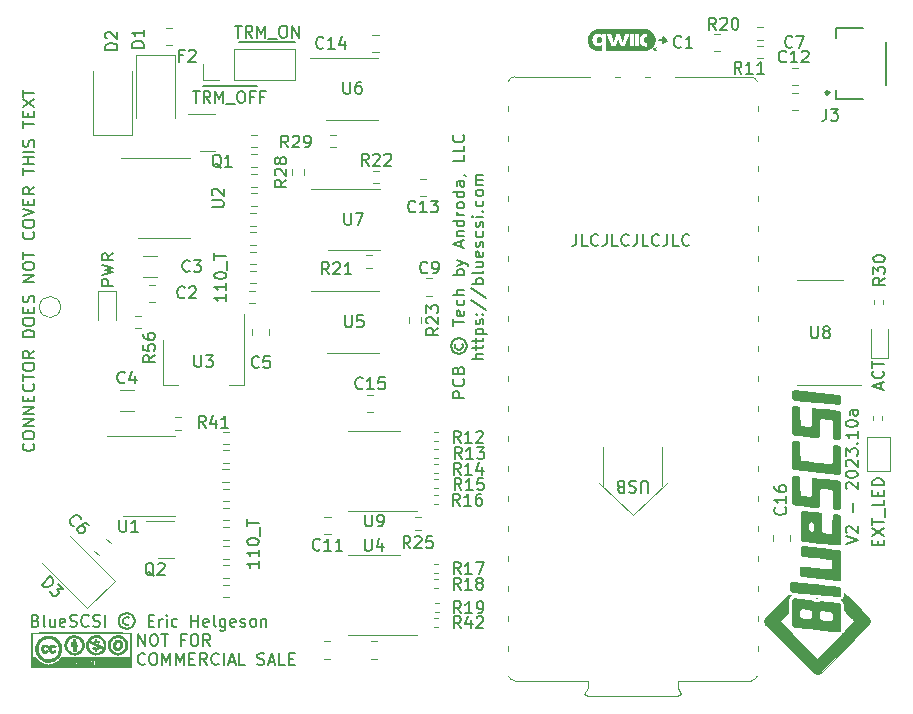
<source format=gbr>
%TF.GenerationSoftware,KiCad,Pcbnew,7.0.8-7.0.8~ubuntu22.04.1*%
%TF.CreationDate,2023-10-31T08:05:55-06:00*%
%TF.ProjectId,PowerBook,506f7765-7242-46f6-9f6b-2e6b69636164,rev?*%
%TF.SameCoordinates,Original*%
%TF.FileFunction,Legend,Top*%
%TF.FilePolarity,Positive*%
%FSLAX46Y46*%
G04 Gerber Fmt 4.6, Leading zero omitted, Abs format (unit mm)*
G04 Created by KiCad (PCBNEW 7.0.8-7.0.8~ubuntu22.04.1) date 2023-10-31 08:05:55*
%MOMM*%
%LPD*%
G01*
G04 APERTURE LIST*
%ADD10C,0.004000*%
%ADD11C,0.150000*%
%ADD12C,0.200000*%
%ADD13C,0.120000*%
%ADD14C,0.127000*%
%ADD15C,0.300000*%
%ADD16C,0.010000*%
G04 APERTURE END LIST*
D10*
X166877989Y-114050653D02*
X167004052Y-114062779D01*
X167393430Y-114102643D01*
X168068647Y-114173904D01*
X168109689Y-114178314D01*
X168142719Y-114182194D01*
X168156661Y-114184019D01*
X168169118Y-114185810D01*
X168180263Y-114187602D01*
X168190267Y-114189426D01*
X168199304Y-114191317D01*
X168207546Y-114193307D01*
X168215166Y-114195429D01*
X168222337Y-114197716D01*
X168229230Y-114200202D01*
X168236019Y-114202920D01*
X168242876Y-114205902D01*
X168249975Y-114209181D01*
X168259148Y-114213782D01*
X168267895Y-114218603D01*
X168276237Y-114223666D01*
X168284194Y-114228992D01*
X168291788Y-114234604D01*
X168299038Y-114240522D01*
X168305966Y-114246769D01*
X168312593Y-114253367D01*
X168318938Y-114260337D01*
X168325023Y-114267700D01*
X168330867Y-114275479D01*
X168336493Y-114283695D01*
X168341921Y-114292370D01*
X168347170Y-114301525D01*
X168352263Y-114311183D01*
X168357219Y-114321365D01*
X168375564Y-114360171D01*
X168379091Y-115069254D01*
X168382619Y-115778338D01*
X168398141Y-115811498D01*
X168399865Y-115815056D01*
X168401848Y-115818828D01*
X168404066Y-115822780D01*
X168406498Y-115826877D01*
X168409119Y-115831086D01*
X168411908Y-115835373D01*
X168414841Y-115839703D01*
X168417897Y-115844042D01*
X168421051Y-115848357D01*
X168424282Y-115852612D01*
X168427567Y-115856775D01*
X168430883Y-115860810D01*
X168434207Y-115864684D01*
X168437517Y-115868363D01*
X168440790Y-115871812D01*
X168444002Y-115874998D01*
X168463908Y-115894195D01*
X168473369Y-115902124D01*
X168483260Y-115909118D01*
X168494146Y-115915315D01*
X168506597Y-115920850D01*
X168521178Y-115925857D01*
X168538458Y-115930473D01*
X168559004Y-115934832D01*
X168583384Y-115939070D01*
X168645912Y-115947726D01*
X168730583Y-115957522D01*
X168841936Y-115969542D01*
X168930574Y-115978966D01*
X169001237Y-115986189D01*
X169056322Y-115991396D01*
X169078773Y-115993299D01*
X169098229Y-115994766D01*
X169114989Y-115995820D01*
X169129353Y-115996483D01*
X169141621Y-115996779D01*
X169152093Y-115996729D01*
X169161069Y-115996356D01*
X169168847Y-115995684D01*
X169175729Y-115994735D01*
X169182013Y-115993532D01*
X169190947Y-115991285D01*
X169199743Y-115988527D01*
X169208377Y-115985272D01*
X169216828Y-115981537D01*
X169225072Y-115977340D01*
X169233086Y-115972695D01*
X169240848Y-115967621D01*
X169248336Y-115962134D01*
X169255525Y-115956250D01*
X169262394Y-115949985D01*
X169268920Y-115943357D01*
X169275080Y-115936381D01*
X169280852Y-115929075D01*
X169286212Y-115921454D01*
X169291138Y-115913536D01*
X169295608Y-115905337D01*
X169313952Y-115870766D01*
X169317480Y-115160977D01*
X169321008Y-114451893D01*
X169336530Y-114422965D01*
X169340516Y-114415952D01*
X169345031Y-114408964D01*
X169350029Y-114402042D01*
X169355459Y-114395228D01*
X169361274Y-114388562D01*
X169367424Y-114382087D01*
X169373862Y-114375843D01*
X169380539Y-114369872D01*
X169387406Y-114364215D01*
X169394415Y-114358914D01*
X169401516Y-114354009D01*
X169408662Y-114349543D01*
X169415804Y-114345557D01*
X169422893Y-114342091D01*
X169429881Y-114339187D01*
X169436719Y-114336887D01*
X169444055Y-114334796D01*
X169451850Y-114333021D01*
X169460215Y-114331564D01*
X169469263Y-114330427D01*
X169489851Y-114329123D01*
X169514507Y-114329126D01*
X169544123Y-114330452D01*
X169579594Y-114333117D01*
X169621812Y-114337138D01*
X169671669Y-114342532D01*
X169706185Y-114346557D01*
X169735070Y-114350260D01*
X169747626Y-114352035D01*
X169759044Y-114353781D01*
X169769414Y-114355517D01*
X169778825Y-114357261D01*
X169787369Y-114359029D01*
X169795134Y-114360839D01*
X169802211Y-114362710D01*
X169808690Y-114364658D01*
X169814660Y-114366701D01*
X169820212Y-114368857D01*
X169825435Y-114371143D01*
X169830419Y-114373577D01*
X169838452Y-114377882D01*
X169846399Y-114382582D01*
X169854238Y-114387661D01*
X169861948Y-114393100D01*
X169869510Y-114398883D01*
X169876903Y-114404991D01*
X169884105Y-114411408D01*
X169891097Y-114418114D01*
X169897857Y-114425094D01*
X169904364Y-114432329D01*
X169910599Y-114439802D01*
X169916541Y-114447494D01*
X169922168Y-114455389D01*
X169927460Y-114463470D01*
X169932397Y-114471717D01*
X169936958Y-114480115D01*
X169956008Y-114515393D01*
X169956008Y-116752709D01*
X169937664Y-116787282D01*
X169933553Y-116794892D01*
X169928917Y-116802359D01*
X169923796Y-116809654D01*
X169918228Y-116816749D01*
X169912250Y-116823618D01*
X169905901Y-116830231D01*
X169899220Y-116836561D01*
X169892243Y-116842579D01*
X169885011Y-116848259D01*
X169877560Y-116853572D01*
X169869930Y-116858490D01*
X169862158Y-116862986D01*
X169854283Y-116867030D01*
X169846342Y-116870597D01*
X169838375Y-116873656D01*
X169830419Y-116876182D01*
X169806750Y-116881418D01*
X169657470Y-116869391D01*
X168188592Y-116716021D01*
X167568440Y-116650633D01*
X167444870Y-116637604D01*
X167200248Y-116611357D01*
X167024601Y-116591931D01*
X166906037Y-116577962D01*
X166864446Y-116572597D01*
X166832668Y-116568085D01*
X166809215Y-116564256D01*
X166792603Y-116560938D01*
X166781344Y-116557961D01*
X166773952Y-116555154D01*
X166765313Y-116550847D01*
X166756866Y-116546135D01*
X166748619Y-116541023D01*
X166740582Y-116535520D01*
X166732763Y-116529632D01*
X166725174Y-116523367D01*
X166717822Y-116516732D01*
X166710717Y-116509734D01*
X166703868Y-116502380D01*
X166697285Y-116494679D01*
X166690977Y-116486636D01*
X166684953Y-116478259D01*
X166679222Y-116469556D01*
X166673795Y-116460533D01*
X166668679Y-116451199D01*
X166663885Y-116441559D01*
X166643425Y-116399226D01*
X166643425Y-115651337D01*
X167285480Y-115651337D01*
X167305941Y-115693671D01*
X167308186Y-115698138D01*
X167310671Y-115702782D01*
X167313370Y-115707567D01*
X167316260Y-115712456D01*
X167319315Y-115717411D01*
X167322511Y-115722394D01*
X167325822Y-115727370D01*
X167329225Y-115732300D01*
X167332693Y-115737147D01*
X167336203Y-115741874D01*
X167339729Y-115746445D01*
X167343247Y-115750821D01*
X167346732Y-115754965D01*
X167350160Y-115758841D01*
X167353504Y-115762411D01*
X167356741Y-115765637D01*
X167365161Y-115773389D01*
X167373532Y-115780520D01*
X167381923Y-115787056D01*
X167390398Y-115793021D01*
X167399027Y-115798441D01*
X167407876Y-115803340D01*
X167417012Y-115807743D01*
X167426503Y-115811675D01*
X167436416Y-115815160D01*
X167446817Y-115818223D01*
X167457774Y-115820889D01*
X167469355Y-115823184D01*
X167481626Y-115825131D01*
X167494654Y-115826756D01*
X167508507Y-115828083D01*
X167523252Y-115829137D01*
X167544091Y-115830215D01*
X167553027Y-115830554D01*
X167561110Y-115830747D01*
X167568440Y-115830782D01*
X167575119Y-115830650D01*
X167581248Y-115830341D01*
X167586929Y-115829843D01*
X167592262Y-115829146D01*
X167597349Y-115828241D01*
X167602292Y-115827117D01*
X167607191Y-115825764D01*
X167612148Y-115824170D01*
X167617265Y-115822327D01*
X167622642Y-115820223D01*
X167628380Y-115817848D01*
X167636099Y-115814355D01*
X167643399Y-115810736D01*
X167650309Y-115806967D01*
X167656856Y-115803021D01*
X167663068Y-115798872D01*
X167668973Y-115794495D01*
X167674599Y-115789863D01*
X167679974Y-115784952D01*
X167685125Y-115779734D01*
X167690082Y-115774185D01*
X167694871Y-115768278D01*
X167699520Y-115761988D01*
X167704058Y-115755288D01*
X167708512Y-115748154D01*
X167712910Y-115740558D01*
X167717280Y-115732476D01*
X167733508Y-115700726D01*
X167733508Y-115108059D01*
X167715163Y-115069254D01*
X167707057Y-115053004D01*
X167698332Y-115037844D01*
X167688966Y-115023757D01*
X167678937Y-115010726D01*
X167668222Y-114998732D01*
X167656798Y-114987758D01*
X167644642Y-114977786D01*
X167631731Y-114968800D01*
X167618044Y-114960781D01*
X167603556Y-114953712D01*
X167588246Y-114947575D01*
X167572090Y-114942353D01*
X167555066Y-114938027D01*
X167537151Y-114934582D01*
X167518323Y-114931998D01*
X167498558Y-114930259D01*
X167480484Y-114929176D01*
X167472482Y-114928823D01*
X167465088Y-114928605D01*
X167458240Y-114928528D01*
X167451875Y-114928597D01*
X167445933Y-114928820D01*
X167440350Y-114929201D01*
X167435064Y-114929748D01*
X167430014Y-114930466D01*
X167425138Y-114931362D01*
X167420373Y-114932442D01*
X167415659Y-114933713D01*
X167410931Y-114935179D01*
X167406129Y-114936848D01*
X167401191Y-114938726D01*
X167392966Y-114942081D01*
X167384966Y-114945792D01*
X167377202Y-114949851D01*
X167369684Y-114954248D01*
X167362422Y-114958976D01*
X167355426Y-114964027D01*
X167348708Y-114969392D01*
X167342277Y-114975062D01*
X167336144Y-114981031D01*
X167330318Y-114987288D01*
X167324812Y-114993827D01*
X167319633Y-115000639D01*
X167314794Y-115007715D01*
X167310304Y-115015047D01*
X167306174Y-115022628D01*
X167302413Y-115030448D01*
X167296824Y-115042694D01*
X167292624Y-115055518D01*
X167289614Y-115072741D01*
X167287597Y-115098182D01*
X167286373Y-115135662D01*
X167285745Y-115189000D01*
X167285480Y-115358532D01*
X167285480Y-115651337D01*
X166643425Y-115651337D01*
X166643425Y-114183782D01*
X166660358Y-114147799D01*
X166666265Y-114136077D01*
X166672858Y-114124999D01*
X166680110Y-114114581D01*
X166687996Y-114104837D01*
X166696489Y-114095784D01*
X166705564Y-114087436D01*
X166715196Y-114079811D01*
X166725357Y-114072922D01*
X166736023Y-114066785D01*
X166747167Y-114061416D01*
X166758764Y-114056831D01*
X166770788Y-114053045D01*
X166783213Y-114050073D01*
X166796013Y-114047931D01*
X166809163Y-114046635D01*
X166822635Y-114046199D01*
X166877989Y-114050653D01*
G36*
X166877989Y-114050653D02*
G01*
X167004052Y-114062779D01*
X167393430Y-114102643D01*
X168068647Y-114173904D01*
X168109689Y-114178314D01*
X168142719Y-114182194D01*
X168156661Y-114184019D01*
X168169118Y-114185810D01*
X168180263Y-114187602D01*
X168190267Y-114189426D01*
X168199304Y-114191317D01*
X168207546Y-114193307D01*
X168215166Y-114195429D01*
X168222337Y-114197716D01*
X168229230Y-114200202D01*
X168236019Y-114202920D01*
X168242876Y-114205902D01*
X168249975Y-114209181D01*
X168259148Y-114213782D01*
X168267895Y-114218603D01*
X168276237Y-114223666D01*
X168284194Y-114228992D01*
X168291788Y-114234604D01*
X168299038Y-114240522D01*
X168305966Y-114246769D01*
X168312593Y-114253367D01*
X168318938Y-114260337D01*
X168325023Y-114267700D01*
X168330867Y-114275479D01*
X168336493Y-114283695D01*
X168341921Y-114292370D01*
X168347170Y-114301525D01*
X168352263Y-114311183D01*
X168357219Y-114321365D01*
X168375564Y-114360171D01*
X168379091Y-115069254D01*
X168382619Y-115778338D01*
X168398141Y-115811498D01*
X168399865Y-115815056D01*
X168401848Y-115818828D01*
X168404066Y-115822780D01*
X168406498Y-115826877D01*
X168409119Y-115831086D01*
X168411908Y-115835373D01*
X168414841Y-115839703D01*
X168417897Y-115844042D01*
X168421051Y-115848357D01*
X168424282Y-115852612D01*
X168427567Y-115856775D01*
X168430883Y-115860810D01*
X168434207Y-115864684D01*
X168437517Y-115868363D01*
X168440790Y-115871812D01*
X168444002Y-115874998D01*
X168463908Y-115894195D01*
X168473369Y-115902124D01*
X168483260Y-115909118D01*
X168494146Y-115915315D01*
X168506597Y-115920850D01*
X168521178Y-115925857D01*
X168538458Y-115930473D01*
X168559004Y-115934832D01*
X168583384Y-115939070D01*
X168645912Y-115947726D01*
X168730583Y-115957522D01*
X168841936Y-115969542D01*
X168930574Y-115978966D01*
X169001237Y-115986189D01*
X169056322Y-115991396D01*
X169078773Y-115993299D01*
X169098229Y-115994766D01*
X169114989Y-115995820D01*
X169129353Y-115996483D01*
X169141621Y-115996779D01*
X169152093Y-115996729D01*
X169161069Y-115996356D01*
X169168847Y-115995684D01*
X169175729Y-115994735D01*
X169182013Y-115993532D01*
X169190947Y-115991285D01*
X169199743Y-115988527D01*
X169208377Y-115985272D01*
X169216828Y-115981537D01*
X169225072Y-115977340D01*
X169233086Y-115972695D01*
X169240848Y-115967621D01*
X169248336Y-115962134D01*
X169255525Y-115956250D01*
X169262394Y-115949985D01*
X169268920Y-115943357D01*
X169275080Y-115936381D01*
X169280852Y-115929075D01*
X169286212Y-115921454D01*
X169291138Y-115913536D01*
X169295608Y-115905337D01*
X169313952Y-115870766D01*
X169317480Y-115160977D01*
X169321008Y-114451893D01*
X169336530Y-114422965D01*
X169340516Y-114415952D01*
X169345031Y-114408964D01*
X169350029Y-114402042D01*
X169355459Y-114395228D01*
X169361274Y-114388562D01*
X169367424Y-114382087D01*
X169373862Y-114375843D01*
X169380539Y-114369872D01*
X169387406Y-114364215D01*
X169394415Y-114358914D01*
X169401516Y-114354009D01*
X169408662Y-114349543D01*
X169415804Y-114345557D01*
X169422893Y-114342091D01*
X169429881Y-114339187D01*
X169436719Y-114336887D01*
X169444055Y-114334796D01*
X169451850Y-114333021D01*
X169460215Y-114331564D01*
X169469263Y-114330427D01*
X169489851Y-114329123D01*
X169514507Y-114329126D01*
X169544123Y-114330452D01*
X169579594Y-114333117D01*
X169621812Y-114337138D01*
X169671669Y-114342532D01*
X169706185Y-114346557D01*
X169735070Y-114350260D01*
X169747626Y-114352035D01*
X169759044Y-114353781D01*
X169769414Y-114355517D01*
X169778825Y-114357261D01*
X169787369Y-114359029D01*
X169795134Y-114360839D01*
X169802211Y-114362710D01*
X169808690Y-114364658D01*
X169814660Y-114366701D01*
X169820212Y-114368857D01*
X169825435Y-114371143D01*
X169830419Y-114373577D01*
X169838452Y-114377882D01*
X169846399Y-114382582D01*
X169854238Y-114387661D01*
X169861948Y-114393100D01*
X169869510Y-114398883D01*
X169876903Y-114404991D01*
X169884105Y-114411408D01*
X169891097Y-114418114D01*
X169897857Y-114425094D01*
X169904364Y-114432329D01*
X169910599Y-114439802D01*
X169916541Y-114447494D01*
X169922168Y-114455389D01*
X169927460Y-114463470D01*
X169932397Y-114471717D01*
X169936958Y-114480115D01*
X169956008Y-114515393D01*
X169956008Y-116752709D01*
X169937664Y-116787282D01*
X169933553Y-116794892D01*
X169928917Y-116802359D01*
X169923796Y-116809654D01*
X169918228Y-116816749D01*
X169912250Y-116823618D01*
X169905901Y-116830231D01*
X169899220Y-116836561D01*
X169892243Y-116842579D01*
X169885011Y-116848259D01*
X169877560Y-116853572D01*
X169869930Y-116858490D01*
X169862158Y-116862986D01*
X169854283Y-116867030D01*
X169846342Y-116870597D01*
X169838375Y-116873656D01*
X169830419Y-116876182D01*
X169806750Y-116881418D01*
X169657470Y-116869391D01*
X168188592Y-116716021D01*
X167568440Y-116650633D01*
X167444870Y-116637604D01*
X167200248Y-116611357D01*
X167024601Y-116591931D01*
X166906037Y-116577962D01*
X166864446Y-116572597D01*
X166832668Y-116568085D01*
X166809215Y-116564256D01*
X166792603Y-116560938D01*
X166781344Y-116557961D01*
X166773952Y-116555154D01*
X166765313Y-116550847D01*
X166756866Y-116546135D01*
X166748619Y-116541023D01*
X166740582Y-116535520D01*
X166732763Y-116529632D01*
X166725174Y-116523367D01*
X166717822Y-116516732D01*
X166710717Y-116509734D01*
X166703868Y-116502380D01*
X166697285Y-116494679D01*
X166690977Y-116486636D01*
X166684953Y-116478259D01*
X166679222Y-116469556D01*
X166673795Y-116460533D01*
X166668679Y-116451199D01*
X166663885Y-116441559D01*
X166643425Y-116399226D01*
X166643425Y-115651337D01*
X167285480Y-115651337D01*
X167305941Y-115693671D01*
X167308186Y-115698138D01*
X167310671Y-115702782D01*
X167313370Y-115707567D01*
X167316260Y-115712456D01*
X167319315Y-115717411D01*
X167322511Y-115722394D01*
X167325822Y-115727370D01*
X167329225Y-115732300D01*
X167332693Y-115737147D01*
X167336203Y-115741874D01*
X167339729Y-115746445D01*
X167343247Y-115750821D01*
X167346732Y-115754965D01*
X167350160Y-115758841D01*
X167353504Y-115762411D01*
X167356741Y-115765637D01*
X167365161Y-115773389D01*
X167373532Y-115780520D01*
X167381923Y-115787056D01*
X167390398Y-115793021D01*
X167399027Y-115798441D01*
X167407876Y-115803340D01*
X167417012Y-115807743D01*
X167426503Y-115811675D01*
X167436416Y-115815160D01*
X167446817Y-115818223D01*
X167457774Y-115820889D01*
X167469355Y-115823184D01*
X167481626Y-115825131D01*
X167494654Y-115826756D01*
X167508507Y-115828083D01*
X167523252Y-115829137D01*
X167544091Y-115830215D01*
X167553027Y-115830554D01*
X167561110Y-115830747D01*
X167568440Y-115830782D01*
X167575119Y-115830650D01*
X167581248Y-115830341D01*
X167586929Y-115829843D01*
X167592262Y-115829146D01*
X167597349Y-115828241D01*
X167602292Y-115827117D01*
X167607191Y-115825764D01*
X167612148Y-115824170D01*
X167617265Y-115822327D01*
X167622642Y-115820223D01*
X167628380Y-115817848D01*
X167636099Y-115814355D01*
X167643399Y-115810736D01*
X167650309Y-115806967D01*
X167656856Y-115803021D01*
X167663068Y-115798872D01*
X167668973Y-115794495D01*
X167674599Y-115789863D01*
X167679974Y-115784952D01*
X167685125Y-115779734D01*
X167690082Y-115774185D01*
X167694871Y-115768278D01*
X167699520Y-115761988D01*
X167704058Y-115755288D01*
X167708512Y-115748154D01*
X167712910Y-115740558D01*
X167717280Y-115732476D01*
X167733508Y-115700726D01*
X167733508Y-115108059D01*
X167715163Y-115069254D01*
X167707057Y-115053004D01*
X167698332Y-115037844D01*
X167688966Y-115023757D01*
X167678937Y-115010726D01*
X167668222Y-114998732D01*
X167656798Y-114987758D01*
X167644642Y-114977786D01*
X167631731Y-114968800D01*
X167618044Y-114960781D01*
X167603556Y-114953712D01*
X167588246Y-114947575D01*
X167572090Y-114942353D01*
X167555066Y-114938027D01*
X167537151Y-114934582D01*
X167518323Y-114931998D01*
X167498558Y-114930259D01*
X167480484Y-114929176D01*
X167472482Y-114928823D01*
X167465088Y-114928605D01*
X167458240Y-114928528D01*
X167451875Y-114928597D01*
X167445933Y-114928820D01*
X167440350Y-114929201D01*
X167435064Y-114929748D01*
X167430014Y-114930466D01*
X167425138Y-114931362D01*
X167420373Y-114932442D01*
X167415659Y-114933713D01*
X167410931Y-114935179D01*
X167406129Y-114936848D01*
X167401191Y-114938726D01*
X167392966Y-114942081D01*
X167384966Y-114945792D01*
X167377202Y-114949851D01*
X167369684Y-114954248D01*
X167362422Y-114958976D01*
X167355426Y-114964027D01*
X167348708Y-114969392D01*
X167342277Y-114975062D01*
X167336144Y-114981031D01*
X167330318Y-114987288D01*
X167324812Y-114993827D01*
X167319633Y-115000639D01*
X167314794Y-115007715D01*
X167310304Y-115015047D01*
X167306174Y-115022628D01*
X167302413Y-115030448D01*
X167296824Y-115042694D01*
X167292624Y-115055518D01*
X167289614Y-115072741D01*
X167287597Y-115098182D01*
X167286373Y-115135662D01*
X167285745Y-115189000D01*
X167285480Y-115358532D01*
X167285480Y-115651337D01*
X166643425Y-115651337D01*
X166643425Y-114183782D01*
X166660358Y-114147799D01*
X166666265Y-114136077D01*
X166672858Y-114124999D01*
X166680110Y-114114581D01*
X166687996Y-114104837D01*
X166696489Y-114095784D01*
X166705564Y-114087436D01*
X166715196Y-114079811D01*
X166725357Y-114072922D01*
X166736023Y-114066785D01*
X166747167Y-114061416D01*
X166758764Y-114056831D01*
X166770788Y-114053045D01*
X166783213Y-114050073D01*
X166796013Y-114047931D01*
X166809163Y-114046635D01*
X166822635Y-114046199D01*
X166877989Y-114050653D01*
G37*
D11*
X154940000Y-73939400D02*
X154940000Y-74422000D01*
X155016200Y-74091800D02*
X155041600Y-74269600D01*
D10*
X166120660Y-121449628D02*
X166273471Y-121462623D01*
X166722447Y-121507448D01*
X167179889Y-121558094D01*
X167343283Y-121578365D01*
X167426591Y-121591409D01*
X167461563Y-121601243D01*
X167496948Y-121612664D01*
X167532433Y-121625541D01*
X167567702Y-121639740D01*
X167602442Y-121655130D01*
X167636339Y-121671578D01*
X167669079Y-121688952D01*
X167700347Y-121707121D01*
X167733028Y-121726997D01*
X167760451Y-121743104D01*
X167772573Y-121749929D01*
X167783839Y-121756035D01*
X167794403Y-121761497D01*
X167804416Y-121766387D01*
X167814033Y-121770782D01*
X167823406Y-121774755D01*
X167832688Y-121778380D01*
X167842031Y-121781733D01*
X167851590Y-121784887D01*
X167861517Y-121787918D01*
X167883086Y-121793904D01*
X167912871Y-121800895D01*
X167926125Y-121803421D01*
X167938670Y-121805248D01*
X167950794Y-121806335D01*
X167962783Y-121806641D01*
X167974925Y-121806127D01*
X167987508Y-121804752D01*
X168000818Y-121802476D01*
X168015143Y-121799258D01*
X168030770Y-121795058D01*
X168047987Y-121789836D01*
X168067081Y-121783552D01*
X168088339Y-121776165D01*
X168138496Y-121757921D01*
X168188601Y-121739797D01*
X168210686Y-121732149D01*
X168231090Y-121725377D01*
X168250034Y-121719432D01*
X168267741Y-121714264D01*
X168284434Y-121709824D01*
X168300333Y-121706062D01*
X168315663Y-121702929D01*
X168330643Y-121700374D01*
X168345498Y-121698348D01*
X168360449Y-121696802D01*
X168375718Y-121695686D01*
X168391528Y-121694950D01*
X168408100Y-121694545D01*
X168425658Y-121694421D01*
X168662890Y-121714882D01*
X169121247Y-121760743D01*
X169574710Y-121808721D01*
X169797258Y-121835532D01*
X169809247Y-121839311D01*
X169821105Y-121844004D01*
X169832783Y-121849565D01*
X169844232Y-121855949D01*
X169855405Y-121863110D01*
X169866252Y-121871003D01*
X169876725Y-121879582D01*
X169886775Y-121888801D01*
X169896354Y-121898616D01*
X169905413Y-121908981D01*
X169913904Y-121919850D01*
X169921777Y-121931179D01*
X169928985Y-121942920D01*
X169935479Y-121955030D01*
X169941210Y-121967462D01*
X169946130Y-121980170D01*
X169950552Y-121995891D01*
X169953858Y-122022327D01*
X169957684Y-122154443D01*
X169958125Y-123065315D01*
X169956008Y-124110949D01*
X169940485Y-124139876D01*
X169936913Y-124146261D01*
X169932842Y-124152688D01*
X169928317Y-124159117D01*
X169923387Y-124165508D01*
X169918097Y-124171820D01*
X169912494Y-124178013D01*
X169906624Y-124184048D01*
X169900534Y-124189883D01*
X169894270Y-124195478D01*
X169887879Y-124200792D01*
X169881408Y-124205787D01*
X169874902Y-124210421D01*
X169868409Y-124214654D01*
X169861975Y-124218445D01*
X169855646Y-124221755D01*
X169849469Y-124224543D01*
X169846763Y-124225584D01*
X169843694Y-124226588D01*
X169840296Y-124227550D01*
X169836604Y-124228467D01*
X169828472Y-124230149D01*
X169819571Y-124231598D01*
X169810174Y-124232784D01*
X169800554Y-124233671D01*
X169790983Y-124234228D01*
X169781735Y-124234421D01*
X169211911Y-124177712D01*
X169169314Y-124173259D01*
X167904958Y-124041099D01*
X167368030Y-123984550D01*
X167312196Y-123978669D01*
X166862797Y-123931131D01*
X166536347Y-123896177D01*
X166412848Y-123882698D01*
X166312431Y-123871501D01*
X166232544Y-123862295D01*
X166170635Y-123854795D01*
X166124152Y-123848710D01*
X166105899Y-123846108D01*
X166090545Y-123843752D01*
X166077771Y-123841606D01*
X166067260Y-123839634D01*
X166058691Y-123837800D01*
X166051746Y-123836067D01*
X166046106Y-123834400D01*
X166041451Y-123832762D01*
X166037464Y-123831118D01*
X166033824Y-123829432D01*
X166025015Y-123824790D01*
X166016334Y-123819619D01*
X166007810Y-123813949D01*
X165999473Y-123807813D01*
X165991350Y-123801243D01*
X165983471Y-123794271D01*
X165975865Y-123786929D01*
X165968561Y-123779249D01*
X165961587Y-123771263D01*
X165954973Y-123763003D01*
X165948748Y-123754502D01*
X165942940Y-123745790D01*
X165937579Y-123736901D01*
X165932693Y-123727866D01*
X165928312Y-123718717D01*
X165924463Y-123709487D01*
X165919808Y-123694999D01*
X165916327Y-123669910D01*
X165912292Y-123539448D01*
X165911964Y-122967949D01*
X166523480Y-122967949D01*
X166541824Y-123006754D01*
X166546106Y-123015765D01*
X166550740Y-123024536D01*
X166555718Y-123033059D01*
X166561029Y-123041326D01*
X166566662Y-123049329D01*
X166572607Y-123057058D01*
X166578854Y-123064506D01*
X166585393Y-123071665D01*
X166592212Y-123078526D01*
X166599303Y-123085082D01*
X166606653Y-123091323D01*
X166614254Y-123097242D01*
X166622095Y-123102829D01*
X166630165Y-123108078D01*
X166638454Y-123112980D01*
X166646952Y-123117526D01*
X166659506Y-123123358D01*
X166674888Y-123128462D01*
X166696190Y-123133302D01*
X166726504Y-123138340D01*
X166768922Y-123144040D01*
X166826538Y-123150864D01*
X166999730Y-123169737D01*
X167126829Y-123183187D01*
X167238649Y-123194255D01*
X167323084Y-123201884D01*
X167351250Y-123204078D01*
X167368030Y-123205015D01*
X167379404Y-123204955D01*
X167390262Y-123204502D01*
X167400634Y-123203645D01*
X167410551Y-123202369D01*
X167420042Y-123200664D01*
X167429136Y-123198516D01*
X167437865Y-123195914D01*
X167446259Y-123192844D01*
X167454346Y-123189295D01*
X167462157Y-123185254D01*
X167469722Y-123180709D01*
X167477071Y-123175646D01*
X167484235Y-123170055D01*
X167491242Y-123163922D01*
X167498123Y-123157235D01*
X167504908Y-123149982D01*
X167515990Y-123137282D01*
X168167425Y-123137282D01*
X168187885Y-123180321D01*
X168192664Y-123190069D01*
X168197736Y-123199467D01*
X168203097Y-123208514D01*
X168208743Y-123217208D01*
X168214671Y-123225546D01*
X168220876Y-123233527D01*
X168227353Y-123241148D01*
X168234099Y-123248407D01*
X168241110Y-123255302D01*
X168248381Y-123261832D01*
X168255909Y-123267993D01*
X168263689Y-123273785D01*
X168271716Y-123279204D01*
X168279988Y-123284249D01*
X168288499Y-123288919D01*
X168297246Y-123293209D01*
X168310779Y-123298274D01*
X168329702Y-123303164D01*
X168357224Y-123308303D01*
X168396554Y-123314112D01*
X168523465Y-123329425D01*
X168736102Y-123352476D01*
X168895271Y-123368914D01*
X169029966Y-123382374D01*
X169126032Y-123391469D01*
X169155156Y-123393946D01*
X169169314Y-123394810D01*
X169178770Y-123394634D01*
X169187845Y-123394099D01*
X169196574Y-123393191D01*
X169204988Y-123391899D01*
X169213121Y-123390210D01*
X169221006Y-123388112D01*
X169228676Y-123385593D01*
X169236165Y-123382639D01*
X169243504Y-123379238D01*
X169250728Y-123375379D01*
X169257869Y-123371049D01*
X169264960Y-123366235D01*
X169272035Y-123360924D01*
X169279126Y-123355106D01*
X169286267Y-123348766D01*
X169293491Y-123341893D01*
X169310982Y-123323748D01*
X169318071Y-123315146D01*
X169324150Y-123306141D01*
X169329290Y-123296198D01*
X169333563Y-123284780D01*
X169337040Y-123271351D01*
X169339793Y-123255374D01*
X169341893Y-123236313D01*
X169343410Y-123213632D01*
X169344986Y-123155262D01*
X169345089Y-123075974D01*
X169344291Y-122971476D01*
X169342174Y-122699837D01*
X169321008Y-122662443D01*
X169315839Y-122653370D01*
X169310152Y-122644433D01*
X169303989Y-122635668D01*
X169297394Y-122627110D01*
X169290410Y-122618796D01*
X169283082Y-122610762D01*
X169275451Y-122603045D01*
X169267562Y-122595680D01*
X169259458Y-122588703D01*
X169251183Y-122582152D01*
X169242779Y-122576061D01*
X169234291Y-122570467D01*
X169225761Y-122565407D01*
X169217233Y-122560916D01*
X169208751Y-122557031D01*
X169200358Y-122553787D01*
X169152223Y-122545037D01*
X169051684Y-122531672D01*
X168762913Y-122498577D01*
X168473084Y-122469451D01*
X168371223Y-122461048D01*
X168321236Y-122459243D01*
X168309621Y-122460911D01*
X168298334Y-122463264D01*
X168287388Y-122466290D01*
X168276796Y-122469980D01*
X168266573Y-122474324D01*
X168256731Y-122479310D01*
X168247284Y-122484928D01*
X168238244Y-122491169D01*
X168229627Y-122498022D01*
X168221445Y-122505476D01*
X168213711Y-122513521D01*
X168206439Y-122522148D01*
X168199643Y-122531344D01*
X168193336Y-122541101D01*
X168187530Y-122551408D01*
X168182241Y-122562254D01*
X168177553Y-122573409D01*
X168173973Y-122586144D01*
X168171352Y-122603492D01*
X168169541Y-122628488D01*
X168168392Y-122664167D01*
X168167755Y-122713562D01*
X168167425Y-122865643D01*
X168167425Y-123137282D01*
X167515990Y-123137282D01*
X167521206Y-123131304D01*
X167527792Y-123122464D01*
X167533428Y-123113271D01*
X167538183Y-123103209D01*
X167542127Y-123091765D01*
X167545329Y-123078423D01*
X167547858Y-123062669D01*
X167549784Y-123043988D01*
X167551175Y-123021865D01*
X167552632Y-122965236D01*
X167552782Y-122888664D01*
X167552180Y-122788032D01*
X167550063Y-122516393D01*
X167524663Y-122470532D01*
X167518903Y-122460637D01*
X167512747Y-122451074D01*
X167506213Y-122441858D01*
X167499319Y-122433005D01*
X167492081Y-122424533D01*
X167484517Y-122416458D01*
X167476645Y-122408796D01*
X167468484Y-122401564D01*
X167460049Y-122394778D01*
X167451359Y-122388456D01*
X167442431Y-122382613D01*
X167433283Y-122377266D01*
X167423932Y-122372432D01*
X167414397Y-122368127D01*
X167404694Y-122364368D01*
X167394841Y-122361171D01*
X167356326Y-122354544D01*
X167279207Y-122344535D01*
X167058732Y-122319631D01*
X166832569Y-122296976D01*
X166748339Y-122289779D01*
X166699869Y-122287088D01*
X166693772Y-122287146D01*
X166687903Y-122287323D01*
X166682244Y-122287622D01*
X166676773Y-122288047D01*
X166671472Y-122288599D01*
X166666321Y-122289283D01*
X166661299Y-122290101D01*
X166656389Y-122291056D01*
X166651569Y-122292152D01*
X166646821Y-122293392D01*
X166642125Y-122294779D01*
X166637460Y-122296315D01*
X166632808Y-122298004D01*
X166628149Y-122299849D01*
X166623463Y-122301854D01*
X166618730Y-122304021D01*
X166611060Y-122307730D01*
X166603901Y-122311473D01*
X166597220Y-122315282D01*
X166590982Y-122319190D01*
X166585153Y-122323231D01*
X166579700Y-122327436D01*
X166574588Y-122331841D01*
X166569782Y-122336476D01*
X166565250Y-122341377D01*
X166560956Y-122346574D01*
X166556867Y-122352103D01*
X166552948Y-122357996D01*
X166549166Y-122364285D01*
X166545486Y-122371004D01*
X166541874Y-122378187D01*
X166538297Y-122385865D01*
X166533609Y-122397027D01*
X166530028Y-122409810D01*
X166527407Y-122427289D01*
X166525597Y-122452540D01*
X166524447Y-122488639D01*
X166523811Y-122538662D01*
X166523480Y-122692782D01*
X166523480Y-122967949D01*
X165911964Y-122967949D01*
X165911763Y-122617993D01*
X165913175Y-121562482D01*
X165934341Y-121527909D01*
X165939238Y-121520588D01*
X165944642Y-121513455D01*
X165950515Y-121506536D01*
X165956820Y-121499853D01*
X165963517Y-121493430D01*
X165970568Y-121487292D01*
X165977936Y-121481462D01*
X165985582Y-121475963D01*
X165993468Y-121470820D01*
X166001555Y-121466056D01*
X166009806Y-121461696D01*
X166018181Y-121457762D01*
X166026643Y-121454279D01*
X166035154Y-121451270D01*
X166043676Y-121448759D01*
X166052169Y-121446770D01*
X166120660Y-121449628D01*
G36*
X166120660Y-121449628D02*
G01*
X166273471Y-121462623D01*
X166722447Y-121507448D01*
X167179889Y-121558094D01*
X167343283Y-121578365D01*
X167426591Y-121591409D01*
X167461563Y-121601243D01*
X167496948Y-121612664D01*
X167532433Y-121625541D01*
X167567702Y-121639740D01*
X167602442Y-121655130D01*
X167636339Y-121671578D01*
X167669079Y-121688952D01*
X167700347Y-121707121D01*
X167733028Y-121726997D01*
X167760451Y-121743104D01*
X167772573Y-121749929D01*
X167783839Y-121756035D01*
X167794403Y-121761497D01*
X167804416Y-121766387D01*
X167814033Y-121770782D01*
X167823406Y-121774755D01*
X167832688Y-121778380D01*
X167842031Y-121781733D01*
X167851590Y-121784887D01*
X167861517Y-121787918D01*
X167883086Y-121793904D01*
X167912871Y-121800895D01*
X167926125Y-121803421D01*
X167938670Y-121805248D01*
X167950794Y-121806335D01*
X167962783Y-121806641D01*
X167974925Y-121806127D01*
X167987508Y-121804752D01*
X168000818Y-121802476D01*
X168015143Y-121799258D01*
X168030770Y-121795058D01*
X168047987Y-121789836D01*
X168067081Y-121783552D01*
X168088339Y-121776165D01*
X168138496Y-121757921D01*
X168188601Y-121739797D01*
X168210686Y-121732149D01*
X168231090Y-121725377D01*
X168250034Y-121719432D01*
X168267741Y-121714264D01*
X168284434Y-121709824D01*
X168300333Y-121706062D01*
X168315663Y-121702929D01*
X168330643Y-121700374D01*
X168345498Y-121698348D01*
X168360449Y-121696802D01*
X168375718Y-121695686D01*
X168391528Y-121694950D01*
X168408100Y-121694545D01*
X168425658Y-121694421D01*
X168662890Y-121714882D01*
X169121247Y-121760743D01*
X169574710Y-121808721D01*
X169797258Y-121835532D01*
X169809247Y-121839311D01*
X169821105Y-121844004D01*
X169832783Y-121849565D01*
X169844232Y-121855949D01*
X169855405Y-121863110D01*
X169866252Y-121871003D01*
X169876725Y-121879582D01*
X169886775Y-121888801D01*
X169896354Y-121898616D01*
X169905413Y-121908981D01*
X169913904Y-121919850D01*
X169921777Y-121931179D01*
X169928985Y-121942920D01*
X169935479Y-121955030D01*
X169941210Y-121967462D01*
X169946130Y-121980170D01*
X169950552Y-121995891D01*
X169953858Y-122022327D01*
X169957684Y-122154443D01*
X169958125Y-123065315D01*
X169956008Y-124110949D01*
X169940485Y-124139876D01*
X169936913Y-124146261D01*
X169932842Y-124152688D01*
X169928317Y-124159117D01*
X169923387Y-124165508D01*
X169918097Y-124171820D01*
X169912494Y-124178013D01*
X169906624Y-124184048D01*
X169900534Y-124189883D01*
X169894270Y-124195478D01*
X169887879Y-124200792D01*
X169881408Y-124205787D01*
X169874902Y-124210421D01*
X169868409Y-124214654D01*
X169861975Y-124218445D01*
X169855646Y-124221755D01*
X169849469Y-124224543D01*
X169846763Y-124225584D01*
X169843694Y-124226588D01*
X169840296Y-124227550D01*
X169836604Y-124228467D01*
X169828472Y-124230149D01*
X169819571Y-124231598D01*
X169810174Y-124232784D01*
X169800554Y-124233671D01*
X169790983Y-124234228D01*
X169781735Y-124234421D01*
X169211911Y-124177712D01*
X169169314Y-124173259D01*
X167904958Y-124041099D01*
X167368030Y-123984550D01*
X167312196Y-123978669D01*
X166862797Y-123931131D01*
X166536347Y-123896177D01*
X166412848Y-123882698D01*
X166312431Y-123871501D01*
X166232544Y-123862295D01*
X166170635Y-123854795D01*
X166124152Y-123848710D01*
X166105899Y-123846108D01*
X166090545Y-123843752D01*
X166077771Y-123841606D01*
X166067260Y-123839634D01*
X166058691Y-123837800D01*
X166051746Y-123836067D01*
X166046106Y-123834400D01*
X166041451Y-123832762D01*
X166037464Y-123831118D01*
X166033824Y-123829432D01*
X166025015Y-123824790D01*
X166016334Y-123819619D01*
X166007810Y-123813949D01*
X165999473Y-123807813D01*
X165991350Y-123801243D01*
X165983471Y-123794271D01*
X165975865Y-123786929D01*
X165968561Y-123779249D01*
X165961587Y-123771263D01*
X165954973Y-123763003D01*
X165948748Y-123754502D01*
X165942940Y-123745790D01*
X165937579Y-123736901D01*
X165932693Y-123727866D01*
X165928312Y-123718717D01*
X165924463Y-123709487D01*
X165919808Y-123694999D01*
X165916327Y-123669910D01*
X165912292Y-123539448D01*
X165911964Y-122967949D01*
X166523480Y-122967949D01*
X166541824Y-123006754D01*
X166546106Y-123015765D01*
X166550740Y-123024536D01*
X166555718Y-123033059D01*
X166561029Y-123041326D01*
X166566662Y-123049329D01*
X166572607Y-123057058D01*
X166578854Y-123064506D01*
X166585393Y-123071665D01*
X166592212Y-123078526D01*
X166599303Y-123085082D01*
X166606653Y-123091323D01*
X166614254Y-123097242D01*
X166622095Y-123102829D01*
X166630165Y-123108078D01*
X166638454Y-123112980D01*
X166646952Y-123117526D01*
X166659506Y-123123358D01*
X166674888Y-123128462D01*
X166696190Y-123133302D01*
X166726504Y-123138340D01*
X166768922Y-123144040D01*
X166826538Y-123150864D01*
X166999730Y-123169737D01*
X167126829Y-123183187D01*
X167238649Y-123194255D01*
X167323084Y-123201884D01*
X167351250Y-123204078D01*
X167368030Y-123205015D01*
X167379404Y-123204955D01*
X167390262Y-123204502D01*
X167400634Y-123203645D01*
X167410551Y-123202369D01*
X167420042Y-123200664D01*
X167429136Y-123198516D01*
X167437865Y-123195914D01*
X167446259Y-123192844D01*
X167454346Y-123189295D01*
X167462157Y-123185254D01*
X167469722Y-123180709D01*
X167477071Y-123175646D01*
X167484235Y-123170055D01*
X167491242Y-123163922D01*
X167498123Y-123157235D01*
X167504908Y-123149982D01*
X167515990Y-123137282D01*
X168167425Y-123137282D01*
X168187885Y-123180321D01*
X168192664Y-123190069D01*
X168197736Y-123199467D01*
X168203097Y-123208514D01*
X168208743Y-123217208D01*
X168214671Y-123225546D01*
X168220876Y-123233527D01*
X168227353Y-123241148D01*
X168234099Y-123248407D01*
X168241110Y-123255302D01*
X168248381Y-123261832D01*
X168255909Y-123267993D01*
X168263689Y-123273785D01*
X168271716Y-123279204D01*
X168279988Y-123284249D01*
X168288499Y-123288919D01*
X168297246Y-123293209D01*
X168310779Y-123298274D01*
X168329702Y-123303164D01*
X168357224Y-123308303D01*
X168396554Y-123314112D01*
X168523465Y-123329425D01*
X168736102Y-123352476D01*
X168895271Y-123368914D01*
X169029966Y-123382374D01*
X169126032Y-123391469D01*
X169155156Y-123393946D01*
X169169314Y-123394810D01*
X169178770Y-123394634D01*
X169187845Y-123394099D01*
X169196574Y-123393191D01*
X169204988Y-123391899D01*
X169213121Y-123390210D01*
X169221006Y-123388112D01*
X169228676Y-123385593D01*
X169236165Y-123382639D01*
X169243504Y-123379238D01*
X169250728Y-123375379D01*
X169257869Y-123371049D01*
X169264960Y-123366235D01*
X169272035Y-123360924D01*
X169279126Y-123355106D01*
X169286267Y-123348766D01*
X169293491Y-123341893D01*
X169310982Y-123323748D01*
X169318071Y-123315146D01*
X169324150Y-123306141D01*
X169329290Y-123296198D01*
X169333563Y-123284780D01*
X169337040Y-123271351D01*
X169339793Y-123255374D01*
X169341893Y-123236313D01*
X169343410Y-123213632D01*
X169344986Y-123155262D01*
X169345089Y-123075974D01*
X169344291Y-122971476D01*
X169342174Y-122699837D01*
X169321008Y-122662443D01*
X169315839Y-122653370D01*
X169310152Y-122644433D01*
X169303989Y-122635668D01*
X169297394Y-122627110D01*
X169290410Y-122618796D01*
X169283082Y-122610762D01*
X169275451Y-122603045D01*
X169267562Y-122595680D01*
X169259458Y-122588703D01*
X169251183Y-122582152D01*
X169242779Y-122576061D01*
X169234291Y-122570467D01*
X169225761Y-122565407D01*
X169217233Y-122560916D01*
X169208751Y-122557031D01*
X169200358Y-122553787D01*
X169152223Y-122545037D01*
X169051684Y-122531672D01*
X168762913Y-122498577D01*
X168473084Y-122469451D01*
X168371223Y-122461048D01*
X168321236Y-122459243D01*
X168309621Y-122460911D01*
X168298334Y-122463264D01*
X168287388Y-122466290D01*
X168276796Y-122469980D01*
X168266573Y-122474324D01*
X168256731Y-122479310D01*
X168247284Y-122484928D01*
X168238244Y-122491169D01*
X168229627Y-122498022D01*
X168221445Y-122505476D01*
X168213711Y-122513521D01*
X168206439Y-122522148D01*
X168199643Y-122531344D01*
X168193336Y-122541101D01*
X168187530Y-122551408D01*
X168182241Y-122562254D01*
X168177553Y-122573409D01*
X168173973Y-122586144D01*
X168171352Y-122603492D01*
X168169541Y-122628488D01*
X168168392Y-122664167D01*
X168167755Y-122713562D01*
X168167425Y-122865643D01*
X168167425Y-123137282D01*
X167515990Y-123137282D01*
X167521206Y-123131304D01*
X167527792Y-123122464D01*
X167533428Y-123113271D01*
X167538183Y-123103209D01*
X167542127Y-123091765D01*
X167545329Y-123078423D01*
X167547858Y-123062669D01*
X167549784Y-123043988D01*
X167551175Y-123021865D01*
X167552632Y-122965236D01*
X167552782Y-122888664D01*
X167552180Y-122788032D01*
X167550063Y-122516393D01*
X167524663Y-122470532D01*
X167518903Y-122460637D01*
X167512747Y-122451074D01*
X167506213Y-122441858D01*
X167499319Y-122433005D01*
X167492081Y-122424533D01*
X167484517Y-122416458D01*
X167476645Y-122408796D01*
X167468484Y-122401564D01*
X167460049Y-122394778D01*
X167451359Y-122388456D01*
X167442431Y-122382613D01*
X167433283Y-122377266D01*
X167423932Y-122372432D01*
X167414397Y-122368127D01*
X167404694Y-122364368D01*
X167394841Y-122361171D01*
X167356326Y-122354544D01*
X167279207Y-122344535D01*
X167058732Y-122319631D01*
X166832569Y-122296976D01*
X166748339Y-122289779D01*
X166699869Y-122287088D01*
X166693772Y-122287146D01*
X166687903Y-122287323D01*
X166682244Y-122287622D01*
X166676773Y-122288047D01*
X166671472Y-122288599D01*
X166666321Y-122289283D01*
X166661299Y-122290101D01*
X166656389Y-122291056D01*
X166651569Y-122292152D01*
X166646821Y-122293392D01*
X166642125Y-122294779D01*
X166637460Y-122296315D01*
X166632808Y-122298004D01*
X166628149Y-122299849D01*
X166623463Y-122301854D01*
X166618730Y-122304021D01*
X166611060Y-122307730D01*
X166603901Y-122311473D01*
X166597220Y-122315282D01*
X166590982Y-122319190D01*
X166585153Y-122323231D01*
X166579700Y-122327436D01*
X166574588Y-122331841D01*
X166569782Y-122336476D01*
X166565250Y-122341377D01*
X166560956Y-122346574D01*
X166556867Y-122352103D01*
X166552948Y-122357996D01*
X166549166Y-122364285D01*
X166545486Y-122371004D01*
X166541874Y-122378187D01*
X166538297Y-122385865D01*
X166533609Y-122397027D01*
X166530028Y-122409810D01*
X166527407Y-122427289D01*
X166525597Y-122452540D01*
X166524447Y-122488639D01*
X166523811Y-122538662D01*
X166523480Y-122692782D01*
X166523480Y-122967949D01*
X165911964Y-122967949D01*
X165911763Y-122617993D01*
X165913175Y-121562482D01*
X165934341Y-121527909D01*
X165939238Y-121520588D01*
X165944642Y-121513455D01*
X165950515Y-121506536D01*
X165956820Y-121499853D01*
X165963517Y-121493430D01*
X165970568Y-121487292D01*
X165977936Y-121481462D01*
X165985582Y-121475963D01*
X165993468Y-121470820D01*
X166001555Y-121466056D01*
X166009806Y-121461696D01*
X166018181Y-121457762D01*
X166026643Y-121454279D01*
X166035154Y-121451270D01*
X166043676Y-121448759D01*
X166052169Y-121446770D01*
X166120660Y-121449628D01*
G37*
D11*
X155270200Y-74218800D02*
X155016200Y-74091800D01*
D10*
X166121113Y-108127461D02*
X166158829Y-108129872D01*
X166200563Y-108133508D01*
X166243463Y-108138052D01*
X166284676Y-108143192D01*
X166321349Y-108148613D01*
X166350631Y-108154001D01*
X166361609Y-108156585D01*
X166369669Y-108159042D01*
X166380678Y-108163221D01*
X166391464Y-108168069D01*
X166402002Y-108173556D01*
X166412267Y-108179658D01*
X166422234Y-108186347D01*
X166431879Y-108193596D01*
X166441177Y-108201378D01*
X166450102Y-108209666D01*
X166458631Y-108218434D01*
X166466738Y-108227655D01*
X166474398Y-108237302D01*
X166481588Y-108247347D01*
X166488281Y-108257765D01*
X166494453Y-108268528D01*
X166500079Y-108279609D01*
X166505135Y-108290982D01*
X166510033Y-108304597D01*
X166513757Y-108323305D01*
X166516521Y-108355176D01*
X166518541Y-108408280D01*
X166521209Y-108610466D01*
X166523480Y-108994420D01*
X166527008Y-109661171D01*
X166543236Y-109694331D01*
X166548035Y-109703258D01*
X166553648Y-109712266D01*
X166559997Y-109721289D01*
X166567004Y-109730259D01*
X166574589Y-109739110D01*
X166582675Y-109747773D01*
X166591182Y-109756182D01*
X166600033Y-109764269D01*
X166609148Y-109771968D01*
X166618449Y-109779212D01*
X166627857Y-109785932D01*
X166637295Y-109792062D01*
X166646683Y-109797535D01*
X166655943Y-109802283D01*
X166664996Y-109806240D01*
X166673763Y-109809337D01*
X167071289Y-109855739D01*
X167911925Y-109946127D01*
X169172841Y-110073921D01*
X169182103Y-110073731D01*
X169191110Y-110073158D01*
X169199871Y-110072200D01*
X169208395Y-110070856D01*
X169216691Y-110069124D01*
X169224770Y-110067000D01*
X169232639Y-110064484D01*
X169240310Y-110061574D01*
X169247790Y-110058266D01*
X169255089Y-110054559D01*
X169262217Y-110050452D01*
X169269182Y-110045941D01*
X169275995Y-110041025D01*
X169282664Y-110035702D01*
X169289198Y-110029970D01*
X169295608Y-110023826D01*
X169311766Y-110008316D01*
X169318208Y-110000688D01*
X169323675Y-109991426D01*
X169328259Y-109979241D01*
X169332046Y-109962844D01*
X169337588Y-109912260D01*
X169341014Y-109829364D01*
X169343034Y-109703846D01*
X169345702Y-109283699D01*
X169349230Y-108616948D01*
X169368280Y-108580260D01*
X169374519Y-108569439D01*
X169381316Y-108559212D01*
X169388651Y-108549592D01*
X169396502Y-108540594D01*
X169404850Y-108532233D01*
X169413672Y-108524524D01*
X169422950Y-108517479D01*
X169432662Y-108511115D01*
X169442787Y-108505446D01*
X169453305Y-108500485D01*
X169464195Y-108496248D01*
X169475436Y-108492749D01*
X169487008Y-108490002D01*
X169498890Y-108488022D01*
X169511062Y-108486824D01*
X169523502Y-108486421D01*
X169552212Y-108487354D01*
X169589141Y-108489916D01*
X169631130Y-108493751D01*
X169675020Y-108498503D01*
X169717654Y-108503818D01*
X169755873Y-108509340D01*
X169786517Y-108514713D01*
X169798013Y-108517232D01*
X169806430Y-108519581D01*
X169815778Y-108522786D01*
X169825021Y-108526565D01*
X169834139Y-108530899D01*
X169843108Y-108535765D01*
X169851908Y-108541144D01*
X169860517Y-108547015D01*
X169868913Y-108553358D01*
X169877074Y-108560151D01*
X169884979Y-108567374D01*
X169892606Y-108575006D01*
X169899933Y-108583027D01*
X169906939Y-108591415D01*
X169913601Y-108600151D01*
X169919899Y-108609214D01*
X169925811Y-108618582D01*
X169931314Y-108628236D01*
X169956008Y-108673393D01*
X169958125Y-109720437D01*
X169958845Y-110102682D01*
X169959032Y-110255272D01*
X169958996Y-110384839D01*
X169958658Y-110493385D01*
X169957939Y-110582909D01*
X169957411Y-110621162D01*
X169956758Y-110655410D01*
X169955971Y-110685903D01*
X169955038Y-110712889D01*
X169953950Y-110736621D01*
X169952697Y-110757346D01*
X169951269Y-110775316D01*
X169949657Y-110790780D01*
X169947849Y-110803989D01*
X169945837Y-110815191D01*
X169944751Y-110820119D01*
X169943610Y-110824639D01*
X169942413Y-110828782D01*
X169941158Y-110832580D01*
X169939845Y-110836064D01*
X169938472Y-110839266D01*
X169937038Y-110842216D01*
X169935541Y-110844945D01*
X169932356Y-110849870D01*
X169928906Y-110854288D01*
X169925182Y-110858451D01*
X169921173Y-110862607D01*
X169912263Y-110871903D01*
X169906498Y-110878147D01*
X169900834Y-110883921D01*
X169895257Y-110889234D01*
X169889752Y-110894096D01*
X169884305Y-110898514D01*
X169878901Y-110902500D01*
X169873526Y-110906062D01*
X169868166Y-110909210D01*
X169862806Y-110911953D01*
X169857431Y-110914299D01*
X169852027Y-110916259D01*
X169846580Y-110917842D01*
X169841076Y-110919057D01*
X169835498Y-110919913D01*
X169829834Y-110920420D01*
X169824069Y-110920587D01*
X166086036Y-110528297D01*
X166079426Y-110527027D01*
X166072833Y-110525470D01*
X166059723Y-110521522D01*
X166046767Y-110516505D01*
X166034023Y-110510471D01*
X166021552Y-110503475D01*
X166009414Y-110495568D01*
X165997669Y-110486803D01*
X165986376Y-110477233D01*
X165975596Y-110466911D01*
X165965388Y-110455889D01*
X165955813Y-110444220D01*
X165946931Y-110431956D01*
X165938801Y-110419151D01*
X165931483Y-110405857D01*
X165925038Y-110392127D01*
X165919524Y-110378014D01*
X165916901Y-110360410D01*
X165914806Y-110319597D01*
X165911940Y-110148268D01*
X165909647Y-109306276D01*
X165910000Y-108762998D01*
X165910540Y-108578308D01*
X165911411Y-108441970D01*
X165912678Y-108346775D01*
X165914409Y-108285513D01*
X165915469Y-108265354D01*
X165916669Y-108250974D01*
X165918018Y-108241473D01*
X165919524Y-108235949D01*
X165925535Y-108222861D01*
X165932186Y-108210587D01*
X165939474Y-108199132D01*
X165947394Y-108188500D01*
X165955943Y-108178695D01*
X165965115Y-108169720D01*
X165974909Y-108161581D01*
X165985318Y-108154280D01*
X165996338Y-108147824D01*
X166007967Y-108142214D01*
X166020199Y-108137456D01*
X166033031Y-108133555D01*
X166046458Y-108130512D01*
X166060476Y-108128334D01*
X166075081Y-108127025D01*
X166090269Y-108126587D01*
X166121113Y-108127461D01*
G36*
X166121113Y-108127461D02*
G01*
X166158829Y-108129872D01*
X166200563Y-108133508D01*
X166243463Y-108138052D01*
X166284676Y-108143192D01*
X166321349Y-108148613D01*
X166350631Y-108154001D01*
X166361609Y-108156585D01*
X166369669Y-108159042D01*
X166380678Y-108163221D01*
X166391464Y-108168069D01*
X166402002Y-108173556D01*
X166412267Y-108179658D01*
X166422234Y-108186347D01*
X166431879Y-108193596D01*
X166441177Y-108201378D01*
X166450102Y-108209666D01*
X166458631Y-108218434D01*
X166466738Y-108227655D01*
X166474398Y-108237302D01*
X166481588Y-108247347D01*
X166488281Y-108257765D01*
X166494453Y-108268528D01*
X166500079Y-108279609D01*
X166505135Y-108290982D01*
X166510033Y-108304597D01*
X166513757Y-108323305D01*
X166516521Y-108355176D01*
X166518541Y-108408280D01*
X166521209Y-108610466D01*
X166523480Y-108994420D01*
X166527008Y-109661171D01*
X166543236Y-109694331D01*
X166548035Y-109703258D01*
X166553648Y-109712266D01*
X166559997Y-109721289D01*
X166567004Y-109730259D01*
X166574589Y-109739110D01*
X166582675Y-109747773D01*
X166591182Y-109756182D01*
X166600033Y-109764269D01*
X166609148Y-109771968D01*
X166618449Y-109779212D01*
X166627857Y-109785932D01*
X166637295Y-109792062D01*
X166646683Y-109797535D01*
X166655943Y-109802283D01*
X166664996Y-109806240D01*
X166673763Y-109809337D01*
X167071289Y-109855739D01*
X167911925Y-109946127D01*
X169172841Y-110073921D01*
X169182103Y-110073731D01*
X169191110Y-110073158D01*
X169199871Y-110072200D01*
X169208395Y-110070856D01*
X169216691Y-110069124D01*
X169224770Y-110067000D01*
X169232639Y-110064484D01*
X169240310Y-110061574D01*
X169247790Y-110058266D01*
X169255089Y-110054559D01*
X169262217Y-110050452D01*
X169269182Y-110045941D01*
X169275995Y-110041025D01*
X169282664Y-110035702D01*
X169289198Y-110029970D01*
X169295608Y-110023826D01*
X169311766Y-110008316D01*
X169318208Y-110000688D01*
X169323675Y-109991426D01*
X169328259Y-109979241D01*
X169332046Y-109962844D01*
X169337588Y-109912260D01*
X169341014Y-109829364D01*
X169343034Y-109703846D01*
X169345702Y-109283699D01*
X169349230Y-108616948D01*
X169368280Y-108580260D01*
X169374519Y-108569439D01*
X169381316Y-108559212D01*
X169388651Y-108549592D01*
X169396502Y-108540594D01*
X169404850Y-108532233D01*
X169413672Y-108524524D01*
X169422950Y-108517479D01*
X169432662Y-108511115D01*
X169442787Y-108505446D01*
X169453305Y-108500485D01*
X169464195Y-108496248D01*
X169475436Y-108492749D01*
X169487008Y-108490002D01*
X169498890Y-108488022D01*
X169511062Y-108486824D01*
X169523502Y-108486421D01*
X169552212Y-108487354D01*
X169589141Y-108489916D01*
X169631130Y-108493751D01*
X169675020Y-108498503D01*
X169717654Y-108503818D01*
X169755873Y-108509340D01*
X169786517Y-108514713D01*
X169798013Y-108517232D01*
X169806430Y-108519581D01*
X169815778Y-108522786D01*
X169825021Y-108526565D01*
X169834139Y-108530899D01*
X169843108Y-108535765D01*
X169851908Y-108541144D01*
X169860517Y-108547015D01*
X169868913Y-108553358D01*
X169877074Y-108560151D01*
X169884979Y-108567374D01*
X169892606Y-108575006D01*
X169899933Y-108583027D01*
X169906939Y-108591415D01*
X169913601Y-108600151D01*
X169919899Y-108609214D01*
X169925811Y-108618582D01*
X169931314Y-108628236D01*
X169956008Y-108673393D01*
X169958125Y-109720437D01*
X169958845Y-110102682D01*
X169959032Y-110255272D01*
X169958996Y-110384839D01*
X169958658Y-110493385D01*
X169957939Y-110582909D01*
X169957411Y-110621162D01*
X169956758Y-110655410D01*
X169955971Y-110685903D01*
X169955038Y-110712889D01*
X169953950Y-110736621D01*
X169952697Y-110757346D01*
X169951269Y-110775316D01*
X169949657Y-110790780D01*
X169947849Y-110803989D01*
X169945837Y-110815191D01*
X169944751Y-110820119D01*
X169943610Y-110824639D01*
X169942413Y-110828782D01*
X169941158Y-110832580D01*
X169939845Y-110836064D01*
X169938472Y-110839266D01*
X169937038Y-110842216D01*
X169935541Y-110844945D01*
X169932356Y-110849870D01*
X169928906Y-110854288D01*
X169925182Y-110858451D01*
X169921173Y-110862607D01*
X169912263Y-110871903D01*
X169906498Y-110878147D01*
X169900834Y-110883921D01*
X169895257Y-110889234D01*
X169889752Y-110894096D01*
X169884305Y-110898514D01*
X169878901Y-110902500D01*
X169873526Y-110906062D01*
X169868166Y-110909210D01*
X169862806Y-110911953D01*
X169857431Y-110914299D01*
X169852027Y-110916259D01*
X169846580Y-110917842D01*
X169841076Y-110919057D01*
X169835498Y-110919913D01*
X169829834Y-110920420D01*
X169824069Y-110920587D01*
X166086036Y-110528297D01*
X166079426Y-110527027D01*
X166072833Y-110525470D01*
X166059723Y-110521522D01*
X166046767Y-110516505D01*
X166034023Y-110510471D01*
X166021552Y-110503475D01*
X166009414Y-110495568D01*
X165997669Y-110486803D01*
X165986376Y-110477233D01*
X165975596Y-110466911D01*
X165965388Y-110455889D01*
X165955813Y-110444220D01*
X165946931Y-110431956D01*
X165938801Y-110419151D01*
X165931483Y-110405857D01*
X165925038Y-110392127D01*
X165919524Y-110378014D01*
X165916901Y-110360410D01*
X165914806Y-110319597D01*
X165911940Y-110148268D01*
X165909647Y-109306276D01*
X165910000Y-108762998D01*
X165910540Y-108578308D01*
X165911411Y-108441970D01*
X165912678Y-108346775D01*
X165914409Y-108285513D01*
X165915469Y-108265354D01*
X165916669Y-108250974D01*
X165918018Y-108241473D01*
X165919524Y-108235949D01*
X165925535Y-108222861D01*
X165932186Y-108210587D01*
X165939474Y-108199132D01*
X165947394Y-108188500D01*
X165955943Y-108178695D01*
X165965115Y-108169720D01*
X165974909Y-108161581D01*
X165985318Y-108154280D01*
X165996338Y-108147824D01*
X166007967Y-108142214D01*
X166020199Y-108137456D01*
X166033031Y-108133555D01*
X166046458Y-108130512D01*
X166060476Y-108128334D01*
X166075081Y-108127025D01*
X166090269Y-108126587D01*
X166121113Y-108127461D01*
G37*
X168314180Y-117200032D02*
X169136659Y-117286881D01*
X169399460Y-117315101D01*
X169500312Y-117326169D01*
X169583298Y-117335499D01*
X169650294Y-117343307D01*
X169703174Y-117349811D01*
X169743812Y-117355228D01*
X169774085Y-117359774D01*
X169795866Y-117363668D01*
X169804158Y-117365437D01*
X169811030Y-117367125D01*
X169816717Y-117368758D01*
X169821452Y-117370363D01*
X169829008Y-117373599D01*
X169838012Y-117378188D01*
X169847004Y-117383454D01*
X169855935Y-117389349D01*
X169864760Y-117395823D01*
X169873432Y-117402827D01*
X169881904Y-117410309D01*
X169890130Y-117418222D01*
X169898064Y-117426515D01*
X169905659Y-117435139D01*
X169912868Y-117444044D01*
X169919646Y-117453180D01*
X169925945Y-117462498D01*
X169931718Y-117471949D01*
X169936921Y-117481482D01*
X169941505Y-117491049D01*
X169945424Y-117500598D01*
X169950078Y-117515918D01*
X169953549Y-117541399D01*
X169957507Y-117677781D01*
X169957418Y-118676759D01*
X169956694Y-119066783D01*
X169956312Y-119224279D01*
X169955853Y-119359208D01*
X169955271Y-119473400D01*
X169954918Y-119523292D01*
X169954517Y-119568686D01*
X169954060Y-119609813D01*
X169953544Y-119646899D01*
X169952960Y-119680175D01*
X169952304Y-119709869D01*
X169951569Y-119736211D01*
X169950750Y-119759428D01*
X169949840Y-119779751D01*
X169948834Y-119797408D01*
X169947725Y-119812627D01*
X169946509Y-119825639D01*
X169945858Y-119831388D01*
X169945178Y-119836671D01*
X169944468Y-119841517D01*
X169943727Y-119845953D01*
X169942954Y-119850009D01*
X169942150Y-119853714D01*
X169941312Y-119857095D01*
X169940441Y-119860182D01*
X169939535Y-119863003D01*
X169938594Y-119865587D01*
X169937616Y-119867962D01*
X169936602Y-119870157D01*
X169935551Y-119872201D01*
X169934462Y-119874122D01*
X169932165Y-119877709D01*
X169929706Y-119881149D01*
X169927080Y-119884671D01*
X169919910Y-119888712D01*
X169893798Y-119889621D01*
X169712679Y-119875057D01*
X168330408Y-119731565D01*
X167505261Y-119644186D01*
X167225210Y-119614065D01*
X167018780Y-119591336D01*
X166874924Y-119574758D01*
X166782595Y-119563092D01*
X166752302Y-119558713D01*
X166730748Y-119555096D01*
X166716553Y-119552088D01*
X166708336Y-119549532D01*
X166699455Y-119545331D01*
X166690569Y-119540434D01*
X166681722Y-119534888D01*
X166672959Y-119528740D01*
X166664324Y-119522038D01*
X166655861Y-119514830D01*
X166647616Y-119507163D01*
X166639632Y-119499084D01*
X166631954Y-119490642D01*
X166624627Y-119481884D01*
X166617694Y-119472857D01*
X166611201Y-119463608D01*
X166605191Y-119454186D01*
X166599709Y-119444638D01*
X166594800Y-119435012D01*
X166590508Y-119425354D01*
X166584888Y-119411057D01*
X166580608Y-119397231D01*
X166577485Y-119380644D01*
X166575338Y-119358062D01*
X166573985Y-119326252D01*
X166573244Y-119281983D01*
X166572869Y-119143132D01*
X166573033Y-119056433D01*
X166573311Y-119020669D01*
X166573784Y-118989420D01*
X166574501Y-118962275D01*
X166575511Y-118938828D01*
X166576140Y-118928363D01*
X166576861Y-118918669D01*
X166577680Y-118909695D01*
X166578602Y-118901390D01*
X166579633Y-118893704D01*
X166580780Y-118886584D01*
X166582049Y-118879981D01*
X166583445Y-118873842D01*
X166584976Y-118868117D01*
X166586646Y-118862756D01*
X166588462Y-118857706D01*
X166590431Y-118852916D01*
X166592557Y-118848337D01*
X166594848Y-118843917D01*
X166597309Y-118839604D01*
X166599946Y-118835348D01*
X166602766Y-118831097D01*
X166605774Y-118826802D01*
X166612380Y-118817870D01*
X166617401Y-118811747D01*
X166622911Y-118805825D01*
X166628872Y-118800124D01*
X166635244Y-118794664D01*
X166641989Y-118789465D01*
X166649066Y-118784546D01*
X166656437Y-118779926D01*
X166664062Y-118775626D01*
X166671902Y-118771664D01*
X166679918Y-118768062D01*
X166688070Y-118764837D01*
X166696319Y-118762011D01*
X166704626Y-118759602D01*
X166712952Y-118757630D01*
X166721257Y-118756115D01*
X166729502Y-118755076D01*
X166826086Y-118761823D01*
X167070903Y-118785239D01*
X167945174Y-118875726D01*
X168427797Y-118926141D01*
X168807363Y-118964715D01*
X169059401Y-118989133D01*
X169129948Y-118995311D01*
X169159436Y-118997081D01*
X169170803Y-118995577D01*
X169181878Y-118993449D01*
X169192652Y-118990700D01*
X169203114Y-118987336D01*
X169213253Y-118983360D01*
X169223060Y-118978776D01*
X169232523Y-118973588D01*
X169241633Y-118967801D01*
X169250379Y-118961419D01*
X169258751Y-118954445D01*
X169266738Y-118946884D01*
X169274331Y-118938741D01*
X169281518Y-118930019D01*
X169288290Y-118920722D01*
X169294636Y-118910854D01*
X169300547Y-118900421D01*
X169304773Y-118891349D01*
X169308032Y-118879177D01*
X169310481Y-118861068D01*
X169312277Y-118834187D01*
X169313576Y-118795697D01*
X169314537Y-118742762D01*
X169316069Y-118582215D01*
X169316710Y-118488034D01*
X169316962Y-118415880D01*
X169316904Y-118386968D01*
X169316701Y-118362247D01*
X169316340Y-118341280D01*
X169315804Y-118323629D01*
X169315078Y-118308855D01*
X169314147Y-118296520D01*
X169313599Y-118291130D01*
X169312994Y-118286186D01*
X169312329Y-118281633D01*
X169311604Y-118277415D01*
X169310816Y-118273478D01*
X169309962Y-118269768D01*
X169308053Y-118262808D01*
X169305860Y-118256095D01*
X169303369Y-118249193D01*
X169299457Y-118239519D01*
X169294894Y-118229844D01*
X169289723Y-118220216D01*
X169283988Y-118210685D01*
X169277732Y-118201298D01*
X169270999Y-118192105D01*
X169263831Y-118183153D01*
X169256273Y-118174492D01*
X169248368Y-118166170D01*
X169240158Y-118158235D01*
X169231689Y-118150737D01*
X169223002Y-118143723D01*
X169214141Y-118137243D01*
X169205151Y-118131344D01*
X169196073Y-118126076D01*
X169186952Y-118121487D01*
X169170226Y-118115306D01*
X169138600Y-118108556D01*
X168983223Y-118087885D01*
X167971986Y-117979671D01*
X167337890Y-117912488D01*
X167128949Y-117889852D01*
X166978563Y-117872955D01*
X166922161Y-117866291D01*
X166876597Y-117860622D01*
X166840603Y-117855799D01*
X166812912Y-117851678D01*
X166792258Y-117848111D01*
X166777373Y-117844951D01*
X166766989Y-117842051D01*
X166759841Y-117839265D01*
X166751086Y-117834959D01*
X166742552Y-117830247D01*
X166734246Y-117825139D01*
X166726173Y-117819642D01*
X166718340Y-117813765D01*
X166710753Y-117807515D01*
X166703418Y-117800902D01*
X166696341Y-117793933D01*
X166689529Y-117786617D01*
X166682988Y-117778962D01*
X166676724Y-117770977D01*
X166670743Y-117762668D01*
X166665051Y-117754046D01*
X166659655Y-117745117D01*
X166654561Y-117735891D01*
X166649774Y-117726376D01*
X166629314Y-117683338D01*
X166629314Y-117432865D01*
X166629347Y-117350727D01*
X166629425Y-117317289D01*
X166629578Y-117288392D01*
X166629830Y-117263624D01*
X166630207Y-117242576D01*
X166630732Y-117224837D01*
X166631058Y-117217081D01*
X166631430Y-117209998D01*
X166631852Y-117203537D01*
X166632327Y-117197647D01*
X166632858Y-117192277D01*
X166633448Y-117187375D01*
X166634099Y-117182890D01*
X166634816Y-117178770D01*
X166635601Y-117174965D01*
X166636457Y-117171424D01*
X166637388Y-117168094D01*
X166638396Y-117164925D01*
X166639485Y-117161865D01*
X166640657Y-117158863D01*
X166643266Y-117152828D01*
X166646247Y-117146410D01*
X166652154Y-117134805D01*
X166658743Y-117123813D01*
X166665985Y-117113454D01*
X166673852Y-117103746D01*
X166682313Y-117094708D01*
X166691342Y-117086358D01*
X166700907Y-117078715D01*
X166710981Y-117071798D01*
X166721535Y-117065624D01*
X166732539Y-117060214D01*
X166743965Y-117055584D01*
X166755784Y-117051755D01*
X166767967Y-117048744D01*
X166780484Y-117046571D01*
X166793307Y-117045253D01*
X166806408Y-117044810D01*
X168314180Y-117200032D01*
G36*
X168314180Y-117200032D02*
G01*
X169136659Y-117286881D01*
X169399460Y-117315101D01*
X169500312Y-117326169D01*
X169583298Y-117335499D01*
X169650294Y-117343307D01*
X169703174Y-117349811D01*
X169743812Y-117355228D01*
X169774085Y-117359774D01*
X169795866Y-117363668D01*
X169804158Y-117365437D01*
X169811030Y-117367125D01*
X169816717Y-117368758D01*
X169821452Y-117370363D01*
X169829008Y-117373599D01*
X169838012Y-117378188D01*
X169847004Y-117383454D01*
X169855935Y-117389349D01*
X169864760Y-117395823D01*
X169873432Y-117402827D01*
X169881904Y-117410309D01*
X169890130Y-117418222D01*
X169898064Y-117426515D01*
X169905659Y-117435139D01*
X169912868Y-117444044D01*
X169919646Y-117453180D01*
X169925945Y-117462498D01*
X169931718Y-117471949D01*
X169936921Y-117481482D01*
X169941505Y-117491049D01*
X169945424Y-117500598D01*
X169950078Y-117515918D01*
X169953549Y-117541399D01*
X169957507Y-117677781D01*
X169957418Y-118676759D01*
X169956694Y-119066783D01*
X169956312Y-119224279D01*
X169955853Y-119359208D01*
X169955271Y-119473400D01*
X169954918Y-119523292D01*
X169954517Y-119568686D01*
X169954060Y-119609813D01*
X169953544Y-119646899D01*
X169952960Y-119680175D01*
X169952304Y-119709869D01*
X169951569Y-119736211D01*
X169950750Y-119759428D01*
X169949840Y-119779751D01*
X169948834Y-119797408D01*
X169947725Y-119812627D01*
X169946509Y-119825639D01*
X169945858Y-119831388D01*
X169945178Y-119836671D01*
X169944468Y-119841517D01*
X169943727Y-119845953D01*
X169942954Y-119850009D01*
X169942150Y-119853714D01*
X169941312Y-119857095D01*
X169940441Y-119860182D01*
X169939535Y-119863003D01*
X169938594Y-119865587D01*
X169937616Y-119867962D01*
X169936602Y-119870157D01*
X169935551Y-119872201D01*
X169934462Y-119874122D01*
X169932165Y-119877709D01*
X169929706Y-119881149D01*
X169927080Y-119884671D01*
X169919910Y-119888712D01*
X169893798Y-119889621D01*
X169712679Y-119875057D01*
X168330408Y-119731565D01*
X167505261Y-119644186D01*
X167225210Y-119614065D01*
X167018780Y-119591336D01*
X166874924Y-119574758D01*
X166782595Y-119563092D01*
X166752302Y-119558713D01*
X166730748Y-119555096D01*
X166716553Y-119552088D01*
X166708336Y-119549532D01*
X166699455Y-119545331D01*
X166690569Y-119540434D01*
X166681722Y-119534888D01*
X166672959Y-119528740D01*
X166664324Y-119522038D01*
X166655861Y-119514830D01*
X166647616Y-119507163D01*
X166639632Y-119499084D01*
X166631954Y-119490642D01*
X166624627Y-119481884D01*
X166617694Y-119472857D01*
X166611201Y-119463608D01*
X166605191Y-119454186D01*
X166599709Y-119444638D01*
X166594800Y-119435012D01*
X166590508Y-119425354D01*
X166584888Y-119411057D01*
X166580608Y-119397231D01*
X166577485Y-119380644D01*
X166575338Y-119358062D01*
X166573985Y-119326252D01*
X166573244Y-119281983D01*
X166572869Y-119143132D01*
X166573033Y-119056433D01*
X166573311Y-119020669D01*
X166573784Y-118989420D01*
X166574501Y-118962275D01*
X166575511Y-118938828D01*
X166576140Y-118928363D01*
X166576861Y-118918669D01*
X166577680Y-118909695D01*
X166578602Y-118901390D01*
X166579633Y-118893704D01*
X166580780Y-118886584D01*
X166582049Y-118879981D01*
X166583445Y-118873842D01*
X166584976Y-118868117D01*
X166586646Y-118862756D01*
X166588462Y-118857706D01*
X166590431Y-118852916D01*
X166592557Y-118848337D01*
X166594848Y-118843917D01*
X166597309Y-118839604D01*
X166599946Y-118835348D01*
X166602766Y-118831097D01*
X166605774Y-118826802D01*
X166612380Y-118817870D01*
X166617401Y-118811747D01*
X166622911Y-118805825D01*
X166628872Y-118800124D01*
X166635244Y-118794664D01*
X166641989Y-118789465D01*
X166649066Y-118784546D01*
X166656437Y-118779926D01*
X166664062Y-118775626D01*
X166671902Y-118771664D01*
X166679918Y-118768062D01*
X166688070Y-118764837D01*
X166696319Y-118762011D01*
X166704626Y-118759602D01*
X166712952Y-118757630D01*
X166721257Y-118756115D01*
X166729502Y-118755076D01*
X166826086Y-118761823D01*
X167070903Y-118785239D01*
X167945174Y-118875726D01*
X168427797Y-118926141D01*
X168807363Y-118964715D01*
X169059401Y-118989133D01*
X169129948Y-118995311D01*
X169159436Y-118997081D01*
X169170803Y-118995577D01*
X169181878Y-118993449D01*
X169192652Y-118990700D01*
X169203114Y-118987336D01*
X169213253Y-118983360D01*
X169223060Y-118978776D01*
X169232523Y-118973588D01*
X169241633Y-118967801D01*
X169250379Y-118961419D01*
X169258751Y-118954445D01*
X169266738Y-118946884D01*
X169274331Y-118938741D01*
X169281518Y-118930019D01*
X169288290Y-118920722D01*
X169294636Y-118910854D01*
X169300547Y-118900421D01*
X169304773Y-118891349D01*
X169308032Y-118879177D01*
X169310481Y-118861068D01*
X169312277Y-118834187D01*
X169313576Y-118795697D01*
X169314537Y-118742762D01*
X169316069Y-118582215D01*
X169316710Y-118488034D01*
X169316962Y-118415880D01*
X169316904Y-118386968D01*
X169316701Y-118362247D01*
X169316340Y-118341280D01*
X169315804Y-118323629D01*
X169315078Y-118308855D01*
X169314147Y-118296520D01*
X169313599Y-118291130D01*
X169312994Y-118286186D01*
X169312329Y-118281633D01*
X169311604Y-118277415D01*
X169310816Y-118273478D01*
X169309962Y-118269768D01*
X169308053Y-118262808D01*
X169305860Y-118256095D01*
X169303369Y-118249193D01*
X169299457Y-118239519D01*
X169294894Y-118229844D01*
X169289723Y-118220216D01*
X169283988Y-118210685D01*
X169277732Y-118201298D01*
X169270999Y-118192105D01*
X169263831Y-118183153D01*
X169256273Y-118174492D01*
X169248368Y-118166170D01*
X169240158Y-118158235D01*
X169231689Y-118150737D01*
X169223002Y-118143723D01*
X169214141Y-118137243D01*
X169205151Y-118131344D01*
X169196073Y-118126076D01*
X169186952Y-118121487D01*
X169170226Y-118115306D01*
X169138600Y-118108556D01*
X168983223Y-118087885D01*
X167971986Y-117979671D01*
X167337890Y-117912488D01*
X167128949Y-117889852D01*
X166978563Y-117872955D01*
X166922161Y-117866291D01*
X166876597Y-117860622D01*
X166840603Y-117855799D01*
X166812912Y-117851678D01*
X166792258Y-117848111D01*
X166777373Y-117844951D01*
X166766989Y-117842051D01*
X166759841Y-117839265D01*
X166751086Y-117834959D01*
X166742552Y-117830247D01*
X166734246Y-117825139D01*
X166726173Y-117819642D01*
X166718340Y-117813765D01*
X166710753Y-117807515D01*
X166703418Y-117800902D01*
X166696341Y-117793933D01*
X166689529Y-117786617D01*
X166682988Y-117778962D01*
X166676724Y-117770977D01*
X166670743Y-117762668D01*
X166665051Y-117754046D01*
X166659655Y-117745117D01*
X166654561Y-117735891D01*
X166649774Y-117726376D01*
X166629314Y-117683338D01*
X166629314Y-117432865D01*
X166629347Y-117350727D01*
X166629425Y-117317289D01*
X166629578Y-117288392D01*
X166629830Y-117263624D01*
X166630207Y-117242576D01*
X166630732Y-117224837D01*
X166631058Y-117217081D01*
X166631430Y-117209998D01*
X166631852Y-117203537D01*
X166632327Y-117197647D01*
X166632858Y-117192277D01*
X166633448Y-117187375D01*
X166634099Y-117182890D01*
X166634816Y-117178770D01*
X166635601Y-117174965D01*
X166636457Y-117171424D01*
X166637388Y-117168094D01*
X166638396Y-117164925D01*
X166639485Y-117161865D01*
X166640657Y-117158863D01*
X166643266Y-117152828D01*
X166646247Y-117146410D01*
X166652154Y-117134805D01*
X166658743Y-117123813D01*
X166665985Y-117113454D01*
X166673852Y-117103746D01*
X166682313Y-117094708D01*
X166691342Y-117086358D01*
X166700907Y-117078715D01*
X166710981Y-117071798D01*
X166721535Y-117065624D01*
X166732539Y-117060214D01*
X166743965Y-117055584D01*
X166755784Y-117051755D01*
X166767967Y-117048744D01*
X166780484Y-117046571D01*
X166793307Y-117045253D01*
X166806408Y-117044810D01*
X168314180Y-117200032D01*
G37*
X166100196Y-105171331D02*
X166114678Y-105171883D01*
X166148731Y-105174212D01*
X166190704Y-105178161D01*
X166241963Y-105183715D01*
X166264997Y-105186438D01*
X166285806Y-105189093D01*
X166304578Y-105191747D01*
X166321504Y-105194464D01*
X166336772Y-105197308D01*
X166350571Y-105200346D01*
X166363090Y-105203643D01*
X166368929Y-105205408D01*
X166374520Y-105207263D01*
X166379884Y-105209214D01*
X166385048Y-105211271D01*
X166390033Y-105213442D01*
X166394864Y-105215733D01*
X166399564Y-105218155D01*
X166404157Y-105220714D01*
X166408666Y-105223420D01*
X166413116Y-105226279D01*
X166421930Y-105232493D01*
X166430789Y-105239421D01*
X166439882Y-105247128D01*
X166449397Y-105255680D01*
X166452618Y-105258760D01*
X166455919Y-105262159D01*
X166459280Y-105265850D01*
X166462681Y-105269804D01*
X166466103Y-105273993D01*
X166469526Y-105278390D01*
X166472930Y-105282967D01*
X166476296Y-105287696D01*
X166479604Y-105292549D01*
X166482835Y-105297498D01*
X166485968Y-105302515D01*
X166488985Y-105307573D01*
X166491865Y-105312643D01*
X166494589Y-105317697D01*
X166497138Y-105322708D01*
X166499491Y-105327648D01*
X166519952Y-105371393D01*
X166523480Y-106041671D01*
X166524700Y-106253702D01*
X166525828Y-106416066D01*
X166526413Y-106480796D01*
X166527040Y-106535717D01*
X166527730Y-106581698D01*
X166528507Y-106619608D01*
X166529391Y-106650316D01*
X166530405Y-106674692D01*
X166530966Y-106684777D01*
X166531569Y-106693605D01*
X166532214Y-106701284D01*
X166532906Y-106707923D01*
X166533646Y-106713632D01*
X166534437Y-106718517D01*
X166535282Y-106722689D01*
X166536184Y-106726256D01*
X166537145Y-106729326D01*
X166538169Y-106732007D01*
X166539257Y-106734410D01*
X166540413Y-106736642D01*
X166545408Y-106745729D01*
X166550602Y-106754471D01*
X166556000Y-106762870D01*
X166561602Y-106770928D01*
X166567411Y-106778647D01*
X166573428Y-106786029D01*
X166579657Y-106793076D01*
X166586098Y-106799790D01*
X166592754Y-106806173D01*
X166599628Y-106812228D01*
X166606720Y-106817956D01*
X166614034Y-106823360D01*
X166621571Y-106828440D01*
X166629333Y-106833201D01*
X166637322Y-106837643D01*
X166645541Y-106841769D01*
X166660671Y-106848885D01*
X166677016Y-106854778D01*
X166698636Y-106860075D01*
X166729590Y-106865405D01*
X166773940Y-106871397D01*
X166835744Y-106878679D01*
X167027953Y-106899625D01*
X167165844Y-106913516D01*
X167280189Y-106923967D01*
X167325636Y-106927655D01*
X167361724Y-106930185D01*
X167387295Y-106931459D01*
X167395775Y-106931593D01*
X167401191Y-106931376D01*
X167408939Y-106930322D01*
X167416807Y-106928764D01*
X167424749Y-106926730D01*
X167432721Y-106924243D01*
X167440675Y-106921331D01*
X167448568Y-106918018D01*
X167456353Y-106914332D01*
X167463986Y-106910297D01*
X167471419Y-106905940D01*
X167478609Y-106901286D01*
X167485510Y-106896361D01*
X167492075Y-106891192D01*
X167498261Y-106885803D01*
X167504020Y-106880221D01*
X167509308Y-106874472D01*
X167514080Y-106868580D01*
X167527527Y-106850718D01*
X167532922Y-106841534D01*
X167537518Y-106830458D01*
X167541377Y-106816200D01*
X167544565Y-106797466D01*
X167549181Y-106741405D01*
X167551880Y-106651940D01*
X167553172Y-106518736D01*
X167553591Y-106079769D01*
X167553670Y-105873430D01*
X167553955Y-105710830D01*
X167554521Y-105586826D01*
X167555443Y-105496276D01*
X167556061Y-105461938D01*
X167556795Y-105434036D01*
X167557656Y-105411925D01*
X167558651Y-105394963D01*
X167559792Y-105382507D01*
X167561087Y-105373915D01*
X167561794Y-105370866D01*
X167562544Y-105368543D01*
X167563337Y-105366864D01*
X167564175Y-105365748D01*
X167567197Y-105363130D01*
X167571185Y-105360575D01*
X167576064Y-105358099D01*
X167581758Y-105355716D01*
X167588193Y-105353441D01*
X167595292Y-105351287D01*
X167602980Y-105349270D01*
X167611182Y-105347404D01*
X167619822Y-105345703D01*
X167628825Y-105344182D01*
X167638115Y-105342855D01*
X167647617Y-105341737D01*
X167657256Y-105340842D01*
X167666955Y-105340185D01*
X167676640Y-105339781D01*
X167686236Y-105339643D01*
X168017141Y-105371481D01*
X168756563Y-105448297D01*
X169299984Y-105505603D01*
X169482733Y-105525416D01*
X169616724Y-105540550D01*
X169709869Y-105551914D01*
X169743598Y-105556466D01*
X169770083Y-105560416D01*
X169790313Y-105563879D01*
X169805277Y-105566967D01*
X169815964Y-105569796D01*
X169823363Y-105572477D01*
X169832648Y-105576842D01*
X169841946Y-105581961D01*
X169851205Y-105587778D01*
X169860372Y-105594239D01*
X169869394Y-105601286D01*
X169878219Y-105608865D01*
X169886793Y-105616919D01*
X169895065Y-105625393D01*
X169902982Y-105634231D01*
X169910490Y-105643376D01*
X169917537Y-105652774D01*
X169924070Y-105662368D01*
X169930037Y-105672103D01*
X169935385Y-105681923D01*
X169940062Y-105691771D01*
X169944013Y-105701593D01*
X169959536Y-105742514D01*
X169959536Y-106778270D01*
X169959605Y-107159092D01*
X169959545Y-107310570D01*
X169959293Y-107438825D01*
X169958752Y-107545905D01*
X169957824Y-107633859D01*
X169957185Y-107671303D01*
X169956413Y-107704734D01*
X169955495Y-107734408D01*
X169954421Y-107760580D01*
X169953176Y-107783507D01*
X169951750Y-107803445D01*
X169950131Y-107820650D01*
X169948305Y-107835377D01*
X169946261Y-107847884D01*
X169943987Y-107858425D01*
X169941471Y-107867258D01*
X169940118Y-107871113D01*
X169938700Y-107874637D01*
X169937215Y-107877862D01*
X169935663Y-107880820D01*
X169932346Y-107886062D01*
X169928739Y-107890619D01*
X169924829Y-107894748D01*
X169905914Y-107912097D01*
X169901843Y-107916084D01*
X169897818Y-107919849D01*
X169893820Y-107923401D01*
X169889829Y-107926749D01*
X169885826Y-107929903D01*
X169881791Y-107932872D01*
X169877704Y-107935665D01*
X169873546Y-107938291D01*
X169869297Y-107940761D01*
X169864937Y-107943083D01*
X169860448Y-107945266D01*
X169855808Y-107947321D01*
X169850999Y-107949255D01*
X169846000Y-107951079D01*
X169840793Y-107952801D01*
X169835358Y-107954431D01*
X169822127Y-107957897D01*
X169809815Y-107960329D01*
X169803442Y-107961144D01*
X169796625Y-107961686D01*
X169789141Y-107961949D01*
X169780765Y-107961927D01*
X169760441Y-107961011D01*
X169733857Y-107958896D01*
X169699220Y-107955540D01*
X169654735Y-107950904D01*
X169620484Y-107947231D01*
X169590144Y-107943616D01*
X169563591Y-107940051D01*
X169540700Y-107936528D01*
X169521348Y-107933037D01*
X169512961Y-107931301D01*
X169505411Y-107929571D01*
X169498685Y-107927845D01*
X169492765Y-107926122D01*
X169487637Y-107924401D01*
X169483286Y-107922681D01*
X169475041Y-107918669D01*
X169466741Y-107914068D01*
X169458428Y-107908918D01*
X169450147Y-107903256D01*
X169441939Y-107897124D01*
X169433850Y-107890559D01*
X169425922Y-107883602D01*
X169418198Y-107876291D01*
X169410723Y-107868666D01*
X169403539Y-107860766D01*
X169396689Y-107852630D01*
X169390219Y-107844298D01*
X169384169Y-107835809D01*
X169378585Y-107827202D01*
X169373510Y-107818516D01*
X169368986Y-107809791D01*
X169349230Y-107770282D01*
X169345702Y-107100004D01*
X169344507Y-106878897D01*
X169343964Y-106789291D01*
X169343420Y-106712279D01*
X169342847Y-106646834D01*
X169342217Y-106591929D01*
X169341502Y-106546537D01*
X169341105Y-106527087D01*
X169340675Y-106509630D01*
X169340210Y-106494037D01*
X169339707Y-106480181D01*
X169339162Y-106467932D01*
X169338571Y-106457163D01*
X169337931Y-106447744D01*
X169337238Y-106439548D01*
X169336489Y-106432445D01*
X169335681Y-106426309D01*
X169334810Y-106421009D01*
X169333872Y-106416419D01*
X169332864Y-106412408D01*
X169331783Y-106408850D01*
X169330624Y-106405615D01*
X169329386Y-106402575D01*
X169326652Y-106396566D01*
X169322633Y-106388462D01*
X169318013Y-106380318D01*
X169312838Y-106372175D01*
X169307150Y-106364077D01*
X169300996Y-106356066D01*
X169294419Y-106348184D01*
X169287463Y-106340474D01*
X169280174Y-106332977D01*
X169272595Y-106325737D01*
X169264771Y-106318796D01*
X169256747Y-106312195D01*
X169248567Y-106305978D01*
X169240275Y-106300187D01*
X169231916Y-106294864D01*
X169223535Y-106290052D01*
X169215175Y-106285792D01*
X169202042Y-106280557D01*
X169183799Y-106275661D01*
X169157256Y-106270649D01*
X169119219Y-106265066D01*
X168995901Y-106250371D01*
X168788313Y-106227936D01*
X168632386Y-106211908D01*
X168497095Y-106198657D01*
X168396995Y-106189639D01*
X168364688Y-106187173D01*
X168346635Y-106186310D01*
X168332526Y-106186660D01*
X168319022Y-106187718D01*
X168312490Y-106188518D01*
X168306101Y-106189501D01*
X168299852Y-106190667D01*
X168293741Y-106192021D01*
X168287763Y-106193562D01*
X168281918Y-106195293D01*
X168276200Y-106197216D01*
X168270609Y-106199333D01*
X168265141Y-106201644D01*
X168259792Y-106204153D01*
X168254561Y-106206861D01*
X168249445Y-106209770D01*
X168244440Y-106212881D01*
X168239544Y-106216197D01*
X168234754Y-106219718D01*
X168230067Y-106223448D01*
X168225480Y-106227388D01*
X168220991Y-106231539D01*
X168216596Y-106235903D01*
X168212293Y-106240483D01*
X168208079Y-106245280D01*
X168203951Y-106250296D01*
X168199906Y-106255532D01*
X168195941Y-106260991D01*
X168188242Y-106272583D01*
X168180830Y-106285087D01*
X168177939Y-106296009D01*
X168175560Y-106320343D01*
X168172011Y-106425316D01*
X168169519Y-106632154D01*
X168167425Y-106973004D01*
X168163897Y-107643283D01*
X168142730Y-107682086D01*
X168137709Y-107690681D01*
X168132190Y-107698987D01*
X168126206Y-107706978D01*
X168119789Y-107714630D01*
X168112970Y-107721919D01*
X168105783Y-107728818D01*
X168098259Y-107735305D01*
X168090431Y-107741353D01*
X168082329Y-107746938D01*
X168073987Y-107752035D01*
X168065435Y-107756620D01*
X168056707Y-107760667D01*
X168047835Y-107764152D01*
X168038849Y-107767050D01*
X168029784Y-107769336D01*
X168020669Y-107770985D01*
X167951238Y-107767513D01*
X167770550Y-107751142D01*
X167031480Y-107675736D01*
X166551008Y-107624639D01*
X166382279Y-107606272D01*
X166254223Y-107591864D01*
X166161587Y-107580797D01*
X166099122Y-107572450D01*
X166077562Y-107569103D01*
X166061577Y-107566204D01*
X166050509Y-107563674D01*
X166043702Y-107561437D01*
X166035365Y-107557432D01*
X166027043Y-107552848D01*
X166018769Y-107547715D01*
X166010574Y-107542067D01*
X166002491Y-107535935D01*
X165994552Y-107529352D01*
X165986788Y-107522349D01*
X165979232Y-107514958D01*
X165971916Y-107507212D01*
X165964872Y-107499142D01*
X165958131Y-107490781D01*
X165951726Y-107482161D01*
X165945690Y-107473313D01*
X165940053Y-107464270D01*
X165934848Y-107455064D01*
X165930108Y-107445726D01*
X165909647Y-107403393D01*
X165909647Y-105307892D01*
X165926580Y-105272616D01*
X165930369Y-105264866D01*
X165934336Y-105257484D01*
X165938492Y-105250454D01*
X165942852Y-105243765D01*
X165947426Y-105237402D01*
X165952228Y-105231353D01*
X165957270Y-105225603D01*
X165962563Y-105220140D01*
X165968122Y-105214949D01*
X165973957Y-105210018D01*
X165980082Y-105205333D01*
X165986508Y-105200880D01*
X165993249Y-105196646D01*
X166000316Y-105192618D01*
X166007723Y-105188783D01*
X166015480Y-105185126D01*
X166022884Y-105181901D01*
X166030392Y-105179104D01*
X166038175Y-105176733D01*
X166046403Y-105174785D01*
X166055248Y-105173259D01*
X166064879Y-105172153D01*
X166075467Y-105171464D01*
X166087182Y-105171191D01*
X166100196Y-105171331D01*
G36*
X166100196Y-105171331D02*
G01*
X166114678Y-105171883D01*
X166148731Y-105174212D01*
X166190704Y-105178161D01*
X166241963Y-105183715D01*
X166264997Y-105186438D01*
X166285806Y-105189093D01*
X166304578Y-105191747D01*
X166321504Y-105194464D01*
X166336772Y-105197308D01*
X166350571Y-105200346D01*
X166363090Y-105203643D01*
X166368929Y-105205408D01*
X166374520Y-105207263D01*
X166379884Y-105209214D01*
X166385048Y-105211271D01*
X166390033Y-105213442D01*
X166394864Y-105215733D01*
X166399564Y-105218155D01*
X166404157Y-105220714D01*
X166408666Y-105223420D01*
X166413116Y-105226279D01*
X166421930Y-105232493D01*
X166430789Y-105239421D01*
X166439882Y-105247128D01*
X166449397Y-105255680D01*
X166452618Y-105258760D01*
X166455919Y-105262159D01*
X166459280Y-105265850D01*
X166462681Y-105269804D01*
X166466103Y-105273993D01*
X166469526Y-105278390D01*
X166472930Y-105282967D01*
X166476296Y-105287696D01*
X166479604Y-105292549D01*
X166482835Y-105297498D01*
X166485968Y-105302515D01*
X166488985Y-105307573D01*
X166491865Y-105312643D01*
X166494589Y-105317697D01*
X166497138Y-105322708D01*
X166499491Y-105327648D01*
X166519952Y-105371393D01*
X166523480Y-106041671D01*
X166524700Y-106253702D01*
X166525828Y-106416066D01*
X166526413Y-106480796D01*
X166527040Y-106535717D01*
X166527730Y-106581698D01*
X166528507Y-106619608D01*
X166529391Y-106650316D01*
X166530405Y-106674692D01*
X166530966Y-106684777D01*
X166531569Y-106693605D01*
X166532214Y-106701284D01*
X166532906Y-106707923D01*
X166533646Y-106713632D01*
X166534437Y-106718517D01*
X166535282Y-106722689D01*
X166536184Y-106726256D01*
X166537145Y-106729326D01*
X166538169Y-106732007D01*
X166539257Y-106734410D01*
X166540413Y-106736642D01*
X166545408Y-106745729D01*
X166550602Y-106754471D01*
X166556000Y-106762870D01*
X166561602Y-106770928D01*
X166567411Y-106778647D01*
X166573428Y-106786029D01*
X166579657Y-106793076D01*
X166586098Y-106799790D01*
X166592754Y-106806173D01*
X166599628Y-106812228D01*
X166606720Y-106817956D01*
X166614034Y-106823360D01*
X166621571Y-106828440D01*
X166629333Y-106833201D01*
X166637322Y-106837643D01*
X166645541Y-106841769D01*
X166660671Y-106848885D01*
X166677016Y-106854778D01*
X166698636Y-106860075D01*
X166729590Y-106865405D01*
X166773940Y-106871397D01*
X166835744Y-106878679D01*
X167027953Y-106899625D01*
X167165844Y-106913516D01*
X167280189Y-106923967D01*
X167325636Y-106927655D01*
X167361724Y-106930185D01*
X167387295Y-106931459D01*
X167395775Y-106931593D01*
X167401191Y-106931376D01*
X167408939Y-106930322D01*
X167416807Y-106928764D01*
X167424749Y-106926730D01*
X167432721Y-106924243D01*
X167440675Y-106921331D01*
X167448568Y-106918018D01*
X167456353Y-106914332D01*
X167463986Y-106910297D01*
X167471419Y-106905940D01*
X167478609Y-106901286D01*
X167485510Y-106896361D01*
X167492075Y-106891192D01*
X167498261Y-106885803D01*
X167504020Y-106880221D01*
X167509308Y-106874472D01*
X167514080Y-106868580D01*
X167527527Y-106850718D01*
X167532922Y-106841534D01*
X167537518Y-106830458D01*
X167541377Y-106816200D01*
X167544565Y-106797466D01*
X167549181Y-106741405D01*
X167551880Y-106651940D01*
X167553172Y-106518736D01*
X167553591Y-106079769D01*
X167553670Y-105873430D01*
X167553955Y-105710830D01*
X167554521Y-105586826D01*
X167555443Y-105496276D01*
X167556061Y-105461938D01*
X167556795Y-105434036D01*
X167557656Y-105411925D01*
X167558651Y-105394963D01*
X167559792Y-105382507D01*
X167561087Y-105373915D01*
X167561794Y-105370866D01*
X167562544Y-105368543D01*
X167563337Y-105366864D01*
X167564175Y-105365748D01*
X167567197Y-105363130D01*
X167571185Y-105360575D01*
X167576064Y-105358099D01*
X167581758Y-105355716D01*
X167588193Y-105353441D01*
X167595292Y-105351287D01*
X167602980Y-105349270D01*
X167611182Y-105347404D01*
X167619822Y-105345703D01*
X167628825Y-105344182D01*
X167638115Y-105342855D01*
X167647617Y-105341737D01*
X167657256Y-105340842D01*
X167666955Y-105340185D01*
X167676640Y-105339781D01*
X167686236Y-105339643D01*
X168017141Y-105371481D01*
X168756563Y-105448297D01*
X169299984Y-105505603D01*
X169482733Y-105525416D01*
X169616724Y-105540550D01*
X169709869Y-105551914D01*
X169743598Y-105556466D01*
X169770083Y-105560416D01*
X169790313Y-105563879D01*
X169805277Y-105566967D01*
X169815964Y-105569796D01*
X169823363Y-105572477D01*
X169832648Y-105576842D01*
X169841946Y-105581961D01*
X169851205Y-105587778D01*
X169860372Y-105594239D01*
X169869394Y-105601286D01*
X169878219Y-105608865D01*
X169886793Y-105616919D01*
X169895065Y-105625393D01*
X169902982Y-105634231D01*
X169910490Y-105643376D01*
X169917537Y-105652774D01*
X169924070Y-105662368D01*
X169930037Y-105672103D01*
X169935385Y-105681923D01*
X169940062Y-105691771D01*
X169944013Y-105701593D01*
X169959536Y-105742514D01*
X169959536Y-106778270D01*
X169959605Y-107159092D01*
X169959545Y-107310570D01*
X169959293Y-107438825D01*
X169958752Y-107545905D01*
X169957824Y-107633859D01*
X169957185Y-107671303D01*
X169956413Y-107704734D01*
X169955495Y-107734408D01*
X169954421Y-107760580D01*
X169953176Y-107783507D01*
X169951750Y-107803445D01*
X169950131Y-107820650D01*
X169948305Y-107835377D01*
X169946261Y-107847884D01*
X169943987Y-107858425D01*
X169941471Y-107867258D01*
X169940118Y-107871113D01*
X169938700Y-107874637D01*
X169937215Y-107877862D01*
X169935663Y-107880820D01*
X169932346Y-107886062D01*
X169928739Y-107890619D01*
X169924829Y-107894748D01*
X169905914Y-107912097D01*
X169901843Y-107916084D01*
X169897818Y-107919849D01*
X169893820Y-107923401D01*
X169889829Y-107926749D01*
X169885826Y-107929903D01*
X169881791Y-107932872D01*
X169877704Y-107935665D01*
X169873546Y-107938291D01*
X169869297Y-107940761D01*
X169864937Y-107943083D01*
X169860448Y-107945266D01*
X169855808Y-107947321D01*
X169850999Y-107949255D01*
X169846000Y-107951079D01*
X169840793Y-107952801D01*
X169835358Y-107954431D01*
X169822127Y-107957897D01*
X169809815Y-107960329D01*
X169803442Y-107961144D01*
X169796625Y-107961686D01*
X169789141Y-107961949D01*
X169780765Y-107961927D01*
X169760441Y-107961011D01*
X169733857Y-107958896D01*
X169699220Y-107955540D01*
X169654735Y-107950904D01*
X169620484Y-107947231D01*
X169590144Y-107943616D01*
X169563591Y-107940051D01*
X169540700Y-107936528D01*
X169521348Y-107933037D01*
X169512961Y-107931301D01*
X169505411Y-107929571D01*
X169498685Y-107927845D01*
X169492765Y-107926122D01*
X169487637Y-107924401D01*
X169483286Y-107922681D01*
X169475041Y-107918669D01*
X169466741Y-107914068D01*
X169458428Y-107908918D01*
X169450147Y-107903256D01*
X169441939Y-107897124D01*
X169433850Y-107890559D01*
X169425922Y-107883602D01*
X169418198Y-107876291D01*
X169410723Y-107868666D01*
X169403539Y-107860766D01*
X169396689Y-107852630D01*
X169390219Y-107844298D01*
X169384169Y-107835809D01*
X169378585Y-107827202D01*
X169373510Y-107818516D01*
X169368986Y-107809791D01*
X169349230Y-107770282D01*
X169345702Y-107100004D01*
X169344507Y-106878897D01*
X169343964Y-106789291D01*
X169343420Y-106712279D01*
X169342847Y-106646834D01*
X169342217Y-106591929D01*
X169341502Y-106546537D01*
X169341105Y-106527087D01*
X169340675Y-106509630D01*
X169340210Y-106494037D01*
X169339707Y-106480181D01*
X169339162Y-106467932D01*
X169338571Y-106457163D01*
X169337931Y-106447744D01*
X169337238Y-106439548D01*
X169336489Y-106432445D01*
X169335681Y-106426309D01*
X169334810Y-106421009D01*
X169333872Y-106416419D01*
X169332864Y-106412408D01*
X169331783Y-106408850D01*
X169330624Y-106405615D01*
X169329386Y-106402575D01*
X169326652Y-106396566D01*
X169322633Y-106388462D01*
X169318013Y-106380318D01*
X169312838Y-106372175D01*
X169307150Y-106364077D01*
X169300996Y-106356066D01*
X169294419Y-106348184D01*
X169287463Y-106340474D01*
X169280174Y-106332977D01*
X169272595Y-106325737D01*
X169264771Y-106318796D01*
X169256747Y-106312195D01*
X169248567Y-106305978D01*
X169240275Y-106300187D01*
X169231916Y-106294864D01*
X169223535Y-106290052D01*
X169215175Y-106285792D01*
X169202042Y-106280557D01*
X169183799Y-106275661D01*
X169157256Y-106270649D01*
X169119219Y-106265066D01*
X168995901Y-106250371D01*
X168788313Y-106227936D01*
X168632386Y-106211908D01*
X168497095Y-106198657D01*
X168396995Y-106189639D01*
X168364688Y-106187173D01*
X168346635Y-106186310D01*
X168332526Y-106186660D01*
X168319022Y-106187718D01*
X168312490Y-106188518D01*
X168306101Y-106189501D01*
X168299852Y-106190667D01*
X168293741Y-106192021D01*
X168287763Y-106193562D01*
X168281918Y-106195293D01*
X168276200Y-106197216D01*
X168270609Y-106199333D01*
X168265141Y-106201644D01*
X168259792Y-106204153D01*
X168254561Y-106206861D01*
X168249445Y-106209770D01*
X168244440Y-106212881D01*
X168239544Y-106216197D01*
X168234754Y-106219718D01*
X168230067Y-106223448D01*
X168225480Y-106227388D01*
X168220991Y-106231539D01*
X168216596Y-106235903D01*
X168212293Y-106240483D01*
X168208079Y-106245280D01*
X168203951Y-106250296D01*
X168199906Y-106255532D01*
X168195941Y-106260991D01*
X168188242Y-106272583D01*
X168180830Y-106285087D01*
X168177939Y-106296009D01*
X168175560Y-106320343D01*
X168172011Y-106425316D01*
X168169519Y-106632154D01*
X168167425Y-106973004D01*
X168163897Y-107643283D01*
X168142730Y-107682086D01*
X168137709Y-107690681D01*
X168132190Y-107698987D01*
X168126206Y-107706978D01*
X168119789Y-107714630D01*
X168112970Y-107721919D01*
X168105783Y-107728818D01*
X168098259Y-107735305D01*
X168090431Y-107741353D01*
X168082329Y-107746938D01*
X168073987Y-107752035D01*
X168065435Y-107756620D01*
X168056707Y-107760667D01*
X168047835Y-107764152D01*
X168038849Y-107767050D01*
X168029784Y-107769336D01*
X168020669Y-107770985D01*
X167951238Y-107767513D01*
X167770550Y-107751142D01*
X167031480Y-107675736D01*
X166551008Y-107624639D01*
X166382279Y-107606272D01*
X166254223Y-107591864D01*
X166161587Y-107580797D01*
X166099122Y-107572450D01*
X166077562Y-107569103D01*
X166061577Y-107566204D01*
X166050509Y-107563674D01*
X166043702Y-107561437D01*
X166035365Y-107557432D01*
X166027043Y-107552848D01*
X166018769Y-107547715D01*
X166010574Y-107542067D01*
X166002491Y-107535935D01*
X165994552Y-107529352D01*
X165986788Y-107522349D01*
X165979232Y-107514958D01*
X165971916Y-107507212D01*
X165964872Y-107499142D01*
X165958131Y-107490781D01*
X165951726Y-107482161D01*
X165945690Y-107473313D01*
X165940053Y-107464270D01*
X165934848Y-107455064D01*
X165930108Y-107445726D01*
X165909647Y-107403393D01*
X165909647Y-105307892D01*
X165926580Y-105272616D01*
X165930369Y-105264866D01*
X165934336Y-105257484D01*
X165938492Y-105250454D01*
X165942852Y-105243765D01*
X165947426Y-105237402D01*
X165952228Y-105231353D01*
X165957270Y-105225603D01*
X165962563Y-105220140D01*
X165968122Y-105214949D01*
X165973957Y-105210018D01*
X165980082Y-105205333D01*
X165986508Y-105200880D01*
X165993249Y-105196646D01*
X166000316Y-105192618D01*
X166007723Y-105188783D01*
X166015480Y-105185126D01*
X166022884Y-105181901D01*
X166030392Y-105179104D01*
X166038175Y-105176733D01*
X166046403Y-105174785D01*
X166055248Y-105173259D01*
X166064879Y-105172153D01*
X166075467Y-105171464D01*
X166087182Y-105171191D01*
X166100196Y-105171331D01*
G37*
D11*
X155244800Y-74193400D02*
X154940000Y-73939400D01*
D10*
X171296563Y-121956182D02*
X172007411Y-122678318D01*
X172233784Y-122909872D01*
X172328792Y-123008870D01*
X172340155Y-123022312D01*
X172351203Y-123036397D01*
X172361901Y-123051059D01*
X172372216Y-123066230D01*
X172382114Y-123081844D01*
X172391560Y-123097833D01*
X172400520Y-123114130D01*
X172408960Y-123130667D01*
X172416846Y-123147379D01*
X172424145Y-123164196D01*
X172430821Y-123181053D01*
X172436840Y-123197882D01*
X172442170Y-123214616D01*
X172446775Y-123231188D01*
X172450621Y-123247531D01*
X172453675Y-123263576D01*
X172458073Y-123291096D01*
X172459801Y-123303658D01*
X172461215Y-123315589D01*
X172462315Y-123327016D01*
X172463100Y-123338065D01*
X172463572Y-123348861D01*
X172463729Y-123359532D01*
X172463572Y-123370202D01*
X172463100Y-123380999D01*
X172462315Y-123392048D01*
X172461215Y-123403475D01*
X172459801Y-123415406D01*
X172458073Y-123427968D01*
X172453675Y-123455487D01*
X172450990Y-123469521D01*
X172447473Y-123484281D01*
X172443188Y-123499635D01*
X172438197Y-123515448D01*
X172432560Y-123531589D01*
X172426340Y-123547922D01*
X172419599Y-123564315D01*
X172412400Y-123580635D01*
X172404803Y-123596748D01*
X172396872Y-123612522D01*
X172388667Y-123627822D01*
X172380252Y-123642515D01*
X172371689Y-123656468D01*
X172363038Y-123669548D01*
X172354362Y-123681621D01*
X172345724Y-123692554D01*
X168449647Y-127649310D01*
X168430463Y-127668283D01*
X168411504Y-127686067D01*
X168392712Y-127702699D01*
X168374031Y-127718212D01*
X168355404Y-127732641D01*
X168336773Y-127746023D01*
X168318082Y-127758392D01*
X168299275Y-127769783D01*
X168280294Y-127780232D01*
X168261083Y-127789773D01*
X168241584Y-127798442D01*
X168221741Y-127806274D01*
X168201498Y-127813303D01*
X168180796Y-127819566D01*
X168159579Y-127825097D01*
X168137791Y-127829932D01*
X168112740Y-127834259D01*
X168087369Y-127837194D01*
X168061737Y-127838753D01*
X168035905Y-127838950D01*
X168009932Y-127837799D01*
X167983878Y-127835314D01*
X167957804Y-127831511D01*
X167931769Y-127826404D01*
X167905833Y-127820007D01*
X167880057Y-127812334D01*
X167854499Y-127803401D01*
X167829221Y-127793221D01*
X167804281Y-127781809D01*
X167779741Y-127769180D01*
X167755659Y-127755347D01*
X167732097Y-127740326D01*
X167649128Y-127662340D01*
X167448816Y-127466218D01*
X166816286Y-126838626D01*
X164801925Y-124829910D01*
X164326314Y-124354839D01*
X163964606Y-123991621D01*
X163731751Y-123755271D01*
X163668314Y-123689364D01*
X163642696Y-123660804D01*
X163636499Y-123651240D01*
X163630359Y-123641107D01*
X163624299Y-123630465D01*
X163618344Y-123619375D01*
X163612517Y-123607896D01*
X163606842Y-123596089D01*
X163596042Y-123571728D01*
X163586135Y-123546771D01*
X163577312Y-123521699D01*
X163573365Y-123509270D01*
X163569761Y-123496991D01*
X163566523Y-123484923D01*
X163563675Y-123473126D01*
X163561482Y-123461758D01*
X163559664Y-123448957D01*
X163558214Y-123434925D01*
X163557126Y-123419868D01*
X163556393Y-123403987D01*
X163556010Y-123387488D01*
X163556266Y-123353446D01*
X163557845Y-123319372D01*
X163560698Y-123286893D01*
X163562586Y-123271761D01*
X163564774Y-123257638D01*
X163567256Y-123244729D01*
X163570025Y-123233237D01*
X163573405Y-123221795D01*
X163577426Y-123209763D01*
X163582032Y-123197244D01*
X163587167Y-123184345D01*
X163592778Y-123171168D01*
X163598810Y-123157819D01*
X163605208Y-123144401D01*
X163611917Y-123131020D01*
X163618882Y-123117779D01*
X163626048Y-123104783D01*
X163633362Y-123092137D01*
X163640767Y-123079944D01*
X163648210Y-123068309D01*
X163655635Y-123057337D01*
X163662988Y-123047132D01*
X163670213Y-123037798D01*
X163746005Y-122959878D01*
X163926771Y-122779036D01*
X164495008Y-122216532D01*
X165101345Y-121619191D01*
X165448919Y-121275321D01*
X165476938Y-121247572D01*
X165501620Y-121223193D01*
X165523203Y-121201984D01*
X165541920Y-121183741D01*
X165550278Y-121175670D01*
X165558008Y-121168265D01*
X165565139Y-121161501D01*
X165571702Y-121155352D01*
X165577725Y-121149795D01*
X165583238Y-121144803D01*
X165588271Y-121140351D01*
X165592852Y-121136414D01*
X165597012Y-121132967D01*
X165600779Y-121129985D01*
X165604184Y-121127442D01*
X165607255Y-121125314D01*
X165610023Y-121123575D01*
X165611302Y-121122843D01*
X165612516Y-121122200D01*
X165613669Y-121121641D01*
X165614764Y-121121163D01*
X165615806Y-121120764D01*
X165616797Y-121120440D01*
X165617742Y-121120188D01*
X165618644Y-121120005D01*
X165619506Y-121119888D01*
X165620334Y-121119834D01*
X165621129Y-121119839D01*
X165621897Y-121119900D01*
X165622640Y-121120015D01*
X165623362Y-121120180D01*
X165624067Y-121120391D01*
X165624759Y-121120647D01*
X165626117Y-121121276D01*
X165627466Y-121122042D01*
X165628835Y-121122921D01*
X165640312Y-121129436D01*
X165659263Y-121139589D01*
X165683108Y-121151992D01*
X165709269Y-121165254D01*
X165773474Y-121198415D01*
X165731846Y-121235104D01*
X165720315Y-121245998D01*
X165709014Y-121257500D01*
X165697959Y-121269589D01*
X165687165Y-121282244D01*
X165676648Y-121295445D01*
X165666424Y-121309171D01*
X165656508Y-121323401D01*
X165646915Y-121338115D01*
X165637662Y-121353292D01*
X165628763Y-121368911D01*
X165620233Y-121384953D01*
X165612090Y-121401395D01*
X165604347Y-121418217D01*
X165597021Y-121435399D01*
X165590126Y-121452920D01*
X165583680Y-121470759D01*
X165578552Y-121486424D01*
X165574673Y-121505718D01*
X165571836Y-121535512D01*
X165569833Y-121582678D01*
X165567507Y-121756609D01*
X165566041Y-122082476D01*
X165563219Y-122651154D01*
X165201974Y-123006754D01*
X164946211Y-123259519D01*
X164868004Y-123337351D01*
X164846471Y-123359036D01*
X164838613Y-123367293D01*
X166435374Y-124963965D01*
X168039013Y-126554287D01*
X169052897Y-125529115D01*
X169774856Y-124799041D01*
X170001627Y-124571257D01*
X170093592Y-124480659D01*
X170100949Y-124474461D01*
X170109588Y-124466659D01*
X170119202Y-124457566D01*
X170129487Y-124447498D01*
X170140135Y-124436769D01*
X170150841Y-124425692D01*
X170161299Y-124414583D01*
X170171203Y-124403754D01*
X170230579Y-124339626D01*
X170345651Y-124220398D01*
X170840775Y-123715837D01*
X170975150Y-123578783D01*
X171084985Y-123465542D01*
X171158969Y-123388019D01*
X171178983Y-123366372D01*
X171184126Y-123360479D01*
X171185792Y-123358121D01*
X171150348Y-123320616D01*
X171055704Y-123223183D01*
X170746230Y-122907271D01*
X170308786Y-122462771D01*
X170304553Y-122207360D01*
X170302801Y-122114371D01*
X170301891Y-122076110D01*
X170300859Y-122042624D01*
X170299634Y-122013374D01*
X170298140Y-121987826D01*
X170296306Y-121965442D01*
X170294057Y-121945687D01*
X170291321Y-121928023D01*
X170288023Y-121911915D01*
X170284090Y-121896826D01*
X170279450Y-121882220D01*
X170274028Y-121867560D01*
X170267752Y-121852310D01*
X170260547Y-121835933D01*
X170252342Y-121817893D01*
X170244397Y-121801101D01*
X170235912Y-121784597D01*
X170226895Y-121768386D01*
X170217350Y-121752475D01*
X170207284Y-121736870D01*
X170196704Y-121721576D01*
X170185615Y-121706602D01*
X170174024Y-121691951D01*
X170161937Y-121677632D01*
X170149360Y-121663649D01*
X170136300Y-121650010D01*
X170122761Y-121636720D01*
X170108752Y-121623785D01*
X170094277Y-121611212D01*
X170079344Y-121599007D01*
X170063958Y-121587176D01*
X170030797Y-121562482D01*
X170075247Y-121533554D01*
X170092381Y-121521688D01*
X170109103Y-121508872D01*
X170125377Y-121495149D01*
X170141172Y-121480560D01*
X170156455Y-121465149D01*
X170171191Y-121448958D01*
X170185349Y-121432028D01*
X170198896Y-121414403D01*
X170211797Y-121396125D01*
X170224020Y-121377236D01*
X170235532Y-121357779D01*
X170246300Y-121337796D01*
X170256291Y-121317328D01*
X170265471Y-121296420D01*
X170273808Y-121275113D01*
X170281269Y-121253449D01*
X170286553Y-121236288D01*
X170290860Y-121220012D01*
X170294341Y-121203455D01*
X170297144Y-121185451D01*
X170299418Y-121164834D01*
X170301312Y-121140438D01*
X170302974Y-121111098D01*
X170304553Y-121075648D01*
X170308786Y-120954293D01*
X171296563Y-121956182D01*
G36*
X171296563Y-121956182D02*
G01*
X172007411Y-122678318D01*
X172233784Y-122909872D01*
X172328792Y-123008870D01*
X172340155Y-123022312D01*
X172351203Y-123036397D01*
X172361901Y-123051059D01*
X172372216Y-123066230D01*
X172382114Y-123081844D01*
X172391560Y-123097833D01*
X172400520Y-123114130D01*
X172408960Y-123130667D01*
X172416846Y-123147379D01*
X172424145Y-123164196D01*
X172430821Y-123181053D01*
X172436840Y-123197882D01*
X172442170Y-123214616D01*
X172446775Y-123231188D01*
X172450621Y-123247531D01*
X172453675Y-123263576D01*
X172458073Y-123291096D01*
X172459801Y-123303658D01*
X172461215Y-123315589D01*
X172462315Y-123327016D01*
X172463100Y-123338065D01*
X172463572Y-123348861D01*
X172463729Y-123359532D01*
X172463572Y-123370202D01*
X172463100Y-123380999D01*
X172462315Y-123392048D01*
X172461215Y-123403475D01*
X172459801Y-123415406D01*
X172458073Y-123427968D01*
X172453675Y-123455487D01*
X172450990Y-123469521D01*
X172447473Y-123484281D01*
X172443188Y-123499635D01*
X172438197Y-123515448D01*
X172432560Y-123531589D01*
X172426340Y-123547922D01*
X172419599Y-123564315D01*
X172412400Y-123580635D01*
X172404803Y-123596748D01*
X172396872Y-123612522D01*
X172388667Y-123627822D01*
X172380252Y-123642515D01*
X172371689Y-123656468D01*
X172363038Y-123669548D01*
X172354362Y-123681621D01*
X172345724Y-123692554D01*
X168449647Y-127649310D01*
X168430463Y-127668283D01*
X168411504Y-127686067D01*
X168392712Y-127702699D01*
X168374031Y-127718212D01*
X168355404Y-127732641D01*
X168336773Y-127746023D01*
X168318082Y-127758392D01*
X168299275Y-127769783D01*
X168280294Y-127780232D01*
X168261083Y-127789773D01*
X168241584Y-127798442D01*
X168221741Y-127806274D01*
X168201498Y-127813303D01*
X168180796Y-127819566D01*
X168159579Y-127825097D01*
X168137791Y-127829932D01*
X168112740Y-127834259D01*
X168087369Y-127837194D01*
X168061737Y-127838753D01*
X168035905Y-127838950D01*
X168009932Y-127837799D01*
X167983878Y-127835314D01*
X167957804Y-127831511D01*
X167931769Y-127826404D01*
X167905833Y-127820007D01*
X167880057Y-127812334D01*
X167854499Y-127803401D01*
X167829221Y-127793221D01*
X167804281Y-127781809D01*
X167779741Y-127769180D01*
X167755659Y-127755347D01*
X167732097Y-127740326D01*
X167649128Y-127662340D01*
X167448816Y-127466218D01*
X166816286Y-126838626D01*
X164801925Y-124829910D01*
X164326314Y-124354839D01*
X163964606Y-123991621D01*
X163731751Y-123755271D01*
X163668314Y-123689364D01*
X163642696Y-123660804D01*
X163636499Y-123651240D01*
X163630359Y-123641107D01*
X163624299Y-123630465D01*
X163618344Y-123619375D01*
X163612517Y-123607896D01*
X163606842Y-123596089D01*
X163596042Y-123571728D01*
X163586135Y-123546771D01*
X163577312Y-123521699D01*
X163573365Y-123509270D01*
X163569761Y-123496991D01*
X163566523Y-123484923D01*
X163563675Y-123473126D01*
X163561482Y-123461758D01*
X163559664Y-123448957D01*
X163558214Y-123434925D01*
X163557126Y-123419868D01*
X163556393Y-123403987D01*
X163556010Y-123387488D01*
X163556266Y-123353446D01*
X163557845Y-123319372D01*
X163560698Y-123286893D01*
X163562586Y-123271761D01*
X163564774Y-123257638D01*
X163567256Y-123244729D01*
X163570025Y-123233237D01*
X163573405Y-123221795D01*
X163577426Y-123209763D01*
X163582032Y-123197244D01*
X163587167Y-123184345D01*
X163592778Y-123171168D01*
X163598810Y-123157819D01*
X163605208Y-123144401D01*
X163611917Y-123131020D01*
X163618882Y-123117779D01*
X163626048Y-123104783D01*
X163633362Y-123092137D01*
X163640767Y-123079944D01*
X163648210Y-123068309D01*
X163655635Y-123057337D01*
X163662988Y-123047132D01*
X163670213Y-123037798D01*
X163746005Y-122959878D01*
X163926771Y-122779036D01*
X164495008Y-122216532D01*
X165101345Y-121619191D01*
X165448919Y-121275321D01*
X165476938Y-121247572D01*
X165501620Y-121223193D01*
X165523203Y-121201984D01*
X165541920Y-121183741D01*
X165550278Y-121175670D01*
X165558008Y-121168265D01*
X165565139Y-121161501D01*
X165571702Y-121155352D01*
X165577725Y-121149795D01*
X165583238Y-121144803D01*
X165588271Y-121140351D01*
X165592852Y-121136414D01*
X165597012Y-121132967D01*
X165600779Y-121129985D01*
X165604184Y-121127442D01*
X165607255Y-121125314D01*
X165610023Y-121123575D01*
X165611302Y-121122843D01*
X165612516Y-121122200D01*
X165613669Y-121121641D01*
X165614764Y-121121163D01*
X165615806Y-121120764D01*
X165616797Y-121120440D01*
X165617742Y-121120188D01*
X165618644Y-121120005D01*
X165619506Y-121119888D01*
X165620334Y-121119834D01*
X165621129Y-121119839D01*
X165621897Y-121119900D01*
X165622640Y-121120015D01*
X165623362Y-121120180D01*
X165624067Y-121120391D01*
X165624759Y-121120647D01*
X165626117Y-121121276D01*
X165627466Y-121122042D01*
X165628835Y-121122921D01*
X165640312Y-121129436D01*
X165659263Y-121139589D01*
X165683108Y-121151992D01*
X165709269Y-121165254D01*
X165773474Y-121198415D01*
X165731846Y-121235104D01*
X165720315Y-121245998D01*
X165709014Y-121257500D01*
X165697959Y-121269589D01*
X165687165Y-121282244D01*
X165676648Y-121295445D01*
X165666424Y-121309171D01*
X165656508Y-121323401D01*
X165646915Y-121338115D01*
X165637662Y-121353292D01*
X165628763Y-121368911D01*
X165620233Y-121384953D01*
X165612090Y-121401395D01*
X165604347Y-121418217D01*
X165597021Y-121435399D01*
X165590126Y-121452920D01*
X165583680Y-121470759D01*
X165578552Y-121486424D01*
X165574673Y-121505718D01*
X165571836Y-121535512D01*
X165569833Y-121582678D01*
X165567507Y-121756609D01*
X165566041Y-122082476D01*
X165563219Y-122651154D01*
X165201974Y-123006754D01*
X164946211Y-123259519D01*
X164868004Y-123337351D01*
X164846471Y-123359036D01*
X164838613Y-123367293D01*
X166435374Y-124963965D01*
X168039013Y-126554287D01*
X169052897Y-125529115D01*
X169774856Y-124799041D01*
X170001627Y-124571257D01*
X170093592Y-124480659D01*
X170100949Y-124474461D01*
X170109588Y-124466659D01*
X170119202Y-124457566D01*
X170129487Y-124447498D01*
X170140135Y-124436769D01*
X170150841Y-124425692D01*
X170161299Y-124414583D01*
X170171203Y-124403754D01*
X170230579Y-124339626D01*
X170345651Y-124220398D01*
X170840775Y-123715837D01*
X170975150Y-123578783D01*
X171084985Y-123465542D01*
X171158969Y-123388019D01*
X171178983Y-123366372D01*
X171184126Y-123360479D01*
X171185792Y-123358121D01*
X171150348Y-123320616D01*
X171055704Y-123223183D01*
X170746230Y-122907271D01*
X170308786Y-122462771D01*
X170304553Y-122207360D01*
X170302801Y-122114371D01*
X170301891Y-122076110D01*
X170300859Y-122042624D01*
X170299634Y-122013374D01*
X170298140Y-121987826D01*
X170296306Y-121965442D01*
X170294057Y-121945687D01*
X170291321Y-121928023D01*
X170288023Y-121911915D01*
X170284090Y-121896826D01*
X170279450Y-121882220D01*
X170274028Y-121867560D01*
X170267752Y-121852310D01*
X170260547Y-121835933D01*
X170252342Y-121817893D01*
X170244397Y-121801101D01*
X170235912Y-121784597D01*
X170226895Y-121768386D01*
X170217350Y-121752475D01*
X170207284Y-121736870D01*
X170196704Y-121721576D01*
X170185615Y-121706602D01*
X170174024Y-121691951D01*
X170161937Y-121677632D01*
X170149360Y-121663649D01*
X170136300Y-121650010D01*
X170122761Y-121636720D01*
X170108752Y-121623785D01*
X170094277Y-121611212D01*
X170079344Y-121599007D01*
X170063958Y-121587176D01*
X170030797Y-121562482D01*
X170075247Y-121533554D01*
X170092381Y-121521688D01*
X170109103Y-121508872D01*
X170125377Y-121495149D01*
X170141172Y-121480560D01*
X170156455Y-121465149D01*
X170171191Y-121448958D01*
X170185349Y-121432028D01*
X170198896Y-121414403D01*
X170211797Y-121396125D01*
X170224020Y-121377236D01*
X170235532Y-121357779D01*
X170246300Y-121337796D01*
X170256291Y-121317328D01*
X170265471Y-121296420D01*
X170273808Y-121275113D01*
X170281269Y-121253449D01*
X170286553Y-121236288D01*
X170290860Y-121220012D01*
X170294341Y-121203455D01*
X170297144Y-121185451D01*
X170299418Y-121164834D01*
X170301312Y-121140438D01*
X170302974Y-121111098D01*
X170304553Y-121075648D01*
X170308786Y-120954293D01*
X171296563Y-121956182D01*
G37*
X166105271Y-111088861D02*
X166126748Y-111089633D01*
X166174819Y-111092883D01*
X166226353Y-111098034D01*
X166277325Y-111104640D01*
X166323709Y-111112255D01*
X166343921Y-111116302D01*
X166361476Y-111120433D01*
X166375871Y-111124593D01*
X166386602Y-111128726D01*
X166395420Y-111132963D01*
X166404131Y-111137719D01*
X166412709Y-111142967D01*
X166421130Y-111148680D01*
X166429370Y-111154831D01*
X166437402Y-111161394D01*
X166445203Y-111168341D01*
X166452748Y-111175646D01*
X166460012Y-111183281D01*
X166466969Y-111191220D01*
X166473596Y-111199437D01*
X166479868Y-111207903D01*
X166485759Y-111216593D01*
X166491245Y-111225478D01*
X166496301Y-111234534D01*
X166500902Y-111243732D01*
X166519952Y-111283948D01*
X166523480Y-111954226D01*
X166527008Y-112624505D01*
X166543941Y-112658371D01*
X166548732Y-112667289D01*
X166554323Y-112676276D01*
X166560638Y-112685264D01*
X166567599Y-112694189D01*
X166575131Y-112702986D01*
X166583157Y-112711589D01*
X166591601Y-112719935D01*
X166600386Y-112727956D01*
X166609435Y-112735590D01*
X166618672Y-112742769D01*
X166628021Y-112749430D01*
X166637405Y-112755506D01*
X166646748Y-112760934D01*
X166655973Y-112765647D01*
X166665003Y-112769581D01*
X166673763Y-112772671D01*
X166712056Y-112779156D01*
X166789474Y-112789229D01*
X167011548Y-112814651D01*
X167239707Y-112837956D01*
X167324732Y-112845383D01*
X167373675Y-112848164D01*
X167380248Y-112848129D01*
X167386736Y-112847893D01*
X167393139Y-112847455D01*
X167399455Y-112846818D01*
X167405682Y-112845982D01*
X167411818Y-112844948D01*
X167417862Y-112843717D01*
X167423813Y-112842289D01*
X167429669Y-112840666D01*
X167435428Y-112838849D01*
X167441089Y-112836838D01*
X167446650Y-112834634D01*
X167452110Y-112832239D01*
X167457467Y-112829653D01*
X167462720Y-112826877D01*
X167467866Y-112823912D01*
X167472906Y-112820758D01*
X167477836Y-112817418D01*
X167482655Y-112813892D01*
X167487363Y-112810179D01*
X167491957Y-112806283D01*
X167496435Y-112802203D01*
X167500797Y-112797940D01*
X167505040Y-112793496D01*
X167509164Y-112788870D01*
X167513166Y-112784065D01*
X167517045Y-112779080D01*
X167520799Y-112773918D01*
X167524428Y-112768578D01*
X167527929Y-112763062D01*
X167531300Y-112757370D01*
X167534541Y-112751504D01*
X167550063Y-112723281D01*
X167557119Y-111283948D01*
X167578286Y-111273366D01*
X167599954Y-111265441D01*
X167634554Y-111261304D01*
X167693628Y-111261831D01*
X167788718Y-111267897D01*
X168133117Y-111300154D01*
X168760091Y-111365087D01*
X169268940Y-111419073D01*
X169449004Y-111438646D01*
X169586562Y-111454075D01*
X169686912Y-111465966D01*
X169755355Y-111474922D01*
X169797191Y-111481547D01*
X169809787Y-111484173D01*
X169817719Y-111486443D01*
X169826524Y-111490130D01*
X169835438Y-111494541D01*
X169844406Y-111499625D01*
X169853372Y-111505327D01*
X169862280Y-111511596D01*
X169871074Y-111518378D01*
X169879699Y-111525622D01*
X169888098Y-111533273D01*
X169896216Y-111541281D01*
X169903998Y-111549591D01*
X169911387Y-111558151D01*
X169918327Y-111566908D01*
X169924763Y-111575811D01*
X169930638Y-111584805D01*
X169935898Y-111593839D01*
X169940485Y-111602859D01*
X169956008Y-111636726D01*
X169956008Y-113753393D01*
X169940485Y-113781615D01*
X169933678Y-113793614D01*
X169926474Y-113804750D01*
X169918856Y-113815033D01*
X169910808Y-113824478D01*
X169902314Y-113833095D01*
X169893357Y-113840898D01*
X169883920Y-113847900D01*
X169873987Y-113854111D01*
X169863542Y-113859545D01*
X169852567Y-113864215D01*
X169841046Y-113868132D01*
X169828964Y-113871309D01*
X169816302Y-113873759D01*
X169803046Y-113875493D01*
X169789177Y-113876524D01*
X169774680Y-113876865D01*
X169755856Y-113876467D01*
X169735575Y-113875568D01*
X169691898Y-113872444D01*
X169646154Y-113867848D01*
X169600849Y-113862136D01*
X169558487Y-113855663D01*
X169521573Y-113848785D01*
X169505943Y-113845306D01*
X169492614Y-113841858D01*
X169481900Y-113838486D01*
X169474113Y-113835236D01*
X169466065Y-113830875D01*
X169458076Y-113826016D01*
X169450174Y-113820687D01*
X169442385Y-113814919D01*
X169434738Y-113808742D01*
X169427257Y-113802185D01*
X169419971Y-113795279D01*
X169412906Y-113788053D01*
X169406090Y-113780538D01*
X169399548Y-113772764D01*
X169393308Y-113764760D01*
X169387396Y-113756557D01*
X169381840Y-113748184D01*
X169376667Y-113739671D01*
X169371903Y-113731049D01*
X169367575Y-113722348D01*
X169349230Y-113682837D01*
X169345702Y-113012560D01*
X169342174Y-112342282D01*
X169325947Y-112311942D01*
X169320873Y-112302908D01*
X169315453Y-112294076D01*
X169309705Y-112285465D01*
X169303645Y-112277095D01*
X169297291Y-112268985D01*
X169290662Y-112261155D01*
X169283775Y-112253625D01*
X169276646Y-112246415D01*
X169269294Y-112239543D01*
X169261737Y-112233030D01*
X169253992Y-112226895D01*
X169246076Y-112221158D01*
X169238007Y-112215839D01*
X169229802Y-112210956D01*
X169221480Y-112206531D01*
X169213058Y-112202582D01*
X169198392Y-112196906D01*
X169179335Y-112191701D01*
X169152026Y-112186446D01*
X169112605Y-112180621D01*
X168981978Y-112165176D01*
X168756563Y-112141199D01*
X168633092Y-112128223D01*
X168535559Y-112118224D01*
X168460532Y-112110937D01*
X168430386Y-112108227D01*
X168404579Y-112106097D01*
X168382684Y-112104512D01*
X168364270Y-112103440D01*
X168348910Y-112102848D01*
X168336173Y-112102701D01*
X168325632Y-112102969D01*
X168316858Y-112103616D01*
X168309420Y-112104611D01*
X168302891Y-112105921D01*
X168294306Y-112108049D01*
X168285768Y-112110716D01*
X168277308Y-112113895D01*
X168268959Y-112117562D01*
X168260749Y-112121692D01*
X168252712Y-112126260D01*
X168244876Y-112131241D01*
X168237275Y-112136612D01*
X168229938Y-112142346D01*
X168222896Y-112148419D01*
X168216181Y-112154806D01*
X168209824Y-112161483D01*
X168203856Y-112168424D01*
X168198307Y-112175605D01*
X168193208Y-112183001D01*
X168188592Y-112190587D01*
X168170952Y-112222338D01*
X168167425Y-112892615D01*
X168163897Y-113562893D01*
X168148374Y-113591820D01*
X168143898Y-113599679D01*
X168138955Y-113607364D01*
X168133577Y-113614851D01*
X168127792Y-113622115D01*
X168121631Y-113629130D01*
X168115124Y-113635873D01*
X168108300Y-113642318D01*
X168101190Y-113648441D01*
X168093824Y-113654216D01*
X168086232Y-113659620D01*
X168078443Y-113664626D01*
X168070488Y-113669211D01*
X168062396Y-113673349D01*
X168054198Y-113677016D01*
X168045923Y-113680187D01*
X168037602Y-113682837D01*
X168022646Y-113686278D01*
X167998389Y-113687478D01*
X167953676Y-113685454D01*
X167877353Y-113679221D01*
X167032891Y-113592526D01*
X166715557Y-113558921D01*
X166476076Y-113533370D01*
X166381933Y-113523175D01*
X166302939Y-113514466D01*
X166237653Y-113507067D01*
X166184637Y-113500804D01*
X166162281Y-113498043D01*
X166142452Y-113495499D01*
X166124972Y-113493152D01*
X166109661Y-113490978D01*
X166096337Y-113488956D01*
X166084823Y-113487065D01*
X166074937Y-113485281D01*
X166066500Y-113483583D01*
X166059333Y-113481950D01*
X166053255Y-113480358D01*
X166048086Y-113478787D01*
X166043647Y-113477214D01*
X166039758Y-113475617D01*
X166036239Y-113473974D01*
X166029591Y-113470464D01*
X166021047Y-113465467D01*
X166012630Y-113460018D01*
X166004371Y-113454145D01*
X165996298Y-113447876D01*
X165988440Y-113441240D01*
X165980825Y-113434263D01*
X165973484Y-113426974D01*
X165966444Y-113419401D01*
X165959735Y-113411571D01*
X165953386Y-113403513D01*
X165947425Y-113395255D01*
X165941882Y-113386824D01*
X165936785Y-113378248D01*
X165932164Y-113369555D01*
X165928047Y-113360774D01*
X165924463Y-113351931D01*
X165919808Y-113337442D01*
X165916327Y-113312354D01*
X165912292Y-113181892D01*
X165911763Y-112260437D01*
X165913175Y-111204927D01*
X165934341Y-111170353D01*
X165939464Y-111162683D01*
X165945028Y-111155294D01*
X165951012Y-111148203D01*
X165957393Y-111141426D01*
X165964151Y-111134979D01*
X165971263Y-111128880D01*
X165978708Y-111123145D01*
X165986464Y-111117790D01*
X165994510Y-111112832D01*
X166002823Y-111108287D01*
X166011382Y-111104172D01*
X166020165Y-111100504D01*
X166029151Y-111097298D01*
X166038318Y-111094572D01*
X166047644Y-111092342D01*
X166057108Y-111090625D01*
X166069947Y-111089301D01*
X166086169Y-111088732D01*
X166105271Y-111088861D01*
G36*
X166105271Y-111088861D02*
G01*
X166126748Y-111089633D01*
X166174819Y-111092883D01*
X166226353Y-111098034D01*
X166277325Y-111104640D01*
X166323709Y-111112255D01*
X166343921Y-111116302D01*
X166361476Y-111120433D01*
X166375871Y-111124593D01*
X166386602Y-111128726D01*
X166395420Y-111132963D01*
X166404131Y-111137719D01*
X166412709Y-111142967D01*
X166421130Y-111148680D01*
X166429370Y-111154831D01*
X166437402Y-111161394D01*
X166445203Y-111168341D01*
X166452748Y-111175646D01*
X166460012Y-111183281D01*
X166466969Y-111191220D01*
X166473596Y-111199437D01*
X166479868Y-111207903D01*
X166485759Y-111216593D01*
X166491245Y-111225478D01*
X166496301Y-111234534D01*
X166500902Y-111243732D01*
X166519952Y-111283948D01*
X166523480Y-111954226D01*
X166527008Y-112624505D01*
X166543941Y-112658371D01*
X166548732Y-112667289D01*
X166554323Y-112676276D01*
X166560638Y-112685264D01*
X166567599Y-112694189D01*
X166575131Y-112702986D01*
X166583157Y-112711589D01*
X166591601Y-112719935D01*
X166600386Y-112727956D01*
X166609435Y-112735590D01*
X166618672Y-112742769D01*
X166628021Y-112749430D01*
X166637405Y-112755506D01*
X166646748Y-112760934D01*
X166655973Y-112765647D01*
X166665003Y-112769581D01*
X166673763Y-112772671D01*
X166712056Y-112779156D01*
X166789474Y-112789229D01*
X167011548Y-112814651D01*
X167239707Y-112837956D01*
X167324732Y-112845383D01*
X167373675Y-112848164D01*
X167380248Y-112848129D01*
X167386736Y-112847893D01*
X167393139Y-112847455D01*
X167399455Y-112846818D01*
X167405682Y-112845982D01*
X167411818Y-112844948D01*
X167417862Y-112843717D01*
X167423813Y-112842289D01*
X167429669Y-112840666D01*
X167435428Y-112838849D01*
X167441089Y-112836838D01*
X167446650Y-112834634D01*
X167452110Y-112832239D01*
X167457467Y-112829653D01*
X167462720Y-112826877D01*
X167467866Y-112823912D01*
X167472906Y-112820758D01*
X167477836Y-112817418D01*
X167482655Y-112813892D01*
X167487363Y-112810179D01*
X167491957Y-112806283D01*
X167496435Y-112802203D01*
X167500797Y-112797940D01*
X167505040Y-112793496D01*
X167509164Y-112788870D01*
X167513166Y-112784065D01*
X167517045Y-112779080D01*
X167520799Y-112773918D01*
X167524428Y-112768578D01*
X167527929Y-112763062D01*
X167531300Y-112757370D01*
X167534541Y-112751504D01*
X167550063Y-112723281D01*
X167557119Y-111283948D01*
X167578286Y-111273366D01*
X167599954Y-111265441D01*
X167634554Y-111261304D01*
X167693628Y-111261831D01*
X167788718Y-111267897D01*
X168133117Y-111300154D01*
X168760091Y-111365087D01*
X169268940Y-111419073D01*
X169449004Y-111438646D01*
X169586562Y-111454075D01*
X169686912Y-111465966D01*
X169755355Y-111474922D01*
X169797191Y-111481547D01*
X169809787Y-111484173D01*
X169817719Y-111486443D01*
X169826524Y-111490130D01*
X169835438Y-111494541D01*
X169844406Y-111499625D01*
X169853372Y-111505327D01*
X169862280Y-111511596D01*
X169871074Y-111518378D01*
X169879699Y-111525622D01*
X169888098Y-111533273D01*
X169896216Y-111541281D01*
X169903998Y-111549591D01*
X169911387Y-111558151D01*
X169918327Y-111566908D01*
X169924763Y-111575811D01*
X169930638Y-111584805D01*
X169935898Y-111593839D01*
X169940485Y-111602859D01*
X169956008Y-111636726D01*
X169956008Y-113753393D01*
X169940485Y-113781615D01*
X169933678Y-113793614D01*
X169926474Y-113804750D01*
X169918856Y-113815033D01*
X169910808Y-113824478D01*
X169902314Y-113833095D01*
X169893357Y-113840898D01*
X169883920Y-113847900D01*
X169873987Y-113854111D01*
X169863542Y-113859545D01*
X169852567Y-113864215D01*
X169841046Y-113868132D01*
X169828964Y-113871309D01*
X169816302Y-113873759D01*
X169803046Y-113875493D01*
X169789177Y-113876524D01*
X169774680Y-113876865D01*
X169755856Y-113876467D01*
X169735575Y-113875568D01*
X169691898Y-113872444D01*
X169646154Y-113867848D01*
X169600849Y-113862136D01*
X169558487Y-113855663D01*
X169521573Y-113848785D01*
X169505943Y-113845306D01*
X169492614Y-113841858D01*
X169481900Y-113838486D01*
X169474113Y-113835236D01*
X169466065Y-113830875D01*
X169458076Y-113826016D01*
X169450174Y-113820687D01*
X169442385Y-113814919D01*
X169434738Y-113808742D01*
X169427257Y-113802185D01*
X169419971Y-113795279D01*
X169412906Y-113788053D01*
X169406090Y-113780538D01*
X169399548Y-113772764D01*
X169393308Y-113764760D01*
X169387396Y-113756557D01*
X169381840Y-113748184D01*
X169376667Y-113739671D01*
X169371903Y-113731049D01*
X169367575Y-113722348D01*
X169349230Y-113682837D01*
X169345702Y-113012560D01*
X169342174Y-112342282D01*
X169325947Y-112311942D01*
X169320873Y-112302908D01*
X169315453Y-112294076D01*
X169309705Y-112285465D01*
X169303645Y-112277095D01*
X169297291Y-112268985D01*
X169290662Y-112261155D01*
X169283775Y-112253625D01*
X169276646Y-112246415D01*
X169269294Y-112239543D01*
X169261737Y-112233030D01*
X169253992Y-112226895D01*
X169246076Y-112221158D01*
X169238007Y-112215839D01*
X169229802Y-112210956D01*
X169221480Y-112206531D01*
X169213058Y-112202582D01*
X169198392Y-112196906D01*
X169179335Y-112191701D01*
X169152026Y-112186446D01*
X169112605Y-112180621D01*
X168981978Y-112165176D01*
X168756563Y-112141199D01*
X168633092Y-112128223D01*
X168535559Y-112118224D01*
X168460532Y-112110937D01*
X168430386Y-112108227D01*
X168404579Y-112106097D01*
X168382684Y-112104512D01*
X168364270Y-112103440D01*
X168348910Y-112102848D01*
X168336173Y-112102701D01*
X168325632Y-112102969D01*
X168316858Y-112103616D01*
X168309420Y-112104611D01*
X168302891Y-112105921D01*
X168294306Y-112108049D01*
X168285768Y-112110716D01*
X168277308Y-112113895D01*
X168268959Y-112117562D01*
X168260749Y-112121692D01*
X168252712Y-112126260D01*
X168244876Y-112131241D01*
X168237275Y-112136612D01*
X168229938Y-112142346D01*
X168222896Y-112148419D01*
X168216181Y-112154806D01*
X168209824Y-112161483D01*
X168203856Y-112168424D01*
X168198307Y-112175605D01*
X168193208Y-112183001D01*
X168188592Y-112190587D01*
X168170952Y-112222338D01*
X168167425Y-112892615D01*
X168163897Y-113562893D01*
X168148374Y-113591820D01*
X168143898Y-113599679D01*
X168138955Y-113607364D01*
X168133577Y-113614851D01*
X168127792Y-113622115D01*
X168121631Y-113629130D01*
X168115124Y-113635873D01*
X168108300Y-113642318D01*
X168101190Y-113648441D01*
X168093824Y-113654216D01*
X168086232Y-113659620D01*
X168078443Y-113664626D01*
X168070488Y-113669211D01*
X168062396Y-113673349D01*
X168054198Y-113677016D01*
X168045923Y-113680187D01*
X168037602Y-113682837D01*
X168022646Y-113686278D01*
X167998389Y-113687478D01*
X167953676Y-113685454D01*
X167877353Y-113679221D01*
X167032891Y-113592526D01*
X166715557Y-113558921D01*
X166476076Y-113533370D01*
X166381933Y-113523175D01*
X166302939Y-113514466D01*
X166237653Y-113507067D01*
X166184637Y-113500804D01*
X166162281Y-113498043D01*
X166142452Y-113495499D01*
X166124972Y-113493152D01*
X166109661Y-113490978D01*
X166096337Y-113488956D01*
X166084823Y-113487065D01*
X166074937Y-113485281D01*
X166066500Y-113483583D01*
X166059333Y-113481950D01*
X166053255Y-113480358D01*
X166048086Y-113478787D01*
X166043647Y-113477214D01*
X166039758Y-113475617D01*
X166036239Y-113473974D01*
X166029591Y-113470464D01*
X166021047Y-113465467D01*
X166012630Y-113460018D01*
X166004371Y-113454145D01*
X165996298Y-113447876D01*
X165988440Y-113441240D01*
X165980825Y-113434263D01*
X165973484Y-113426974D01*
X165966444Y-113419401D01*
X165959735Y-113411571D01*
X165953386Y-113403513D01*
X165947425Y-113395255D01*
X165941882Y-113386824D01*
X165936785Y-113378248D01*
X165932164Y-113369555D01*
X165928047Y-113360774D01*
X165924463Y-113351931D01*
X165919808Y-113337442D01*
X165916327Y-113312354D01*
X165912292Y-113181892D01*
X165911763Y-112260437D01*
X165913175Y-111204927D01*
X165934341Y-111170353D01*
X165939464Y-111162683D01*
X165945028Y-111155294D01*
X165951012Y-111148203D01*
X165957393Y-111141426D01*
X165964151Y-111134979D01*
X165971263Y-111128880D01*
X165978708Y-111123145D01*
X165986464Y-111117790D01*
X165994510Y-111112832D01*
X166002823Y-111108287D01*
X166011382Y-111104172D01*
X166020165Y-111100504D01*
X166029151Y-111097298D01*
X166038318Y-111094572D01*
X166047644Y-111092342D01*
X166057108Y-111090625D01*
X166069947Y-111089301D01*
X166086169Y-111088732D01*
X166105271Y-111088861D01*
G37*
D12*
X154635200Y-74193400D02*
X155244800Y-74193400D01*
D10*
X166034706Y-120075170D02*
X166623426Y-120132629D01*
X167843574Y-120260731D01*
X168870974Y-120369144D01*
X169214356Y-120405913D01*
X169464059Y-120433240D01*
X169634983Y-120452761D01*
X169742026Y-120466114D01*
X169776249Y-120470990D01*
X169800088Y-120474937D01*
X169815408Y-120478160D01*
X169824069Y-120480865D01*
X169833229Y-120485230D01*
X169842419Y-120490349D01*
X169851583Y-120496167D01*
X169860670Y-120502627D01*
X169869623Y-120509675D01*
X169878391Y-120517254D01*
X169886919Y-120525308D01*
X169895154Y-120533782D01*
X169903041Y-120542620D01*
X169910527Y-120551765D01*
X169917558Y-120561163D01*
X169924081Y-120570757D01*
X169930042Y-120580492D01*
X169935387Y-120590311D01*
X169940062Y-120600160D01*
X169944013Y-120609981D01*
X169948934Y-120623810D01*
X169952690Y-120638060D01*
X169955436Y-120655535D01*
X169957331Y-120679038D01*
X169958531Y-120711371D01*
X169959194Y-120755337D01*
X169959536Y-120889382D01*
X169959372Y-120975382D01*
X169959094Y-121010863D01*
X169958621Y-121041870D01*
X169957904Y-121068809D01*
X169956894Y-121092085D01*
X169956264Y-121102477D01*
X169955543Y-121112104D01*
X169954725Y-121121019D01*
X169953803Y-121129270D01*
X169952771Y-121136910D01*
X169951624Y-121143989D01*
X169950356Y-121150557D01*
X169948959Y-121156666D01*
X169947429Y-121162365D01*
X169945758Y-121167705D01*
X169943942Y-121172738D01*
X169941974Y-121177513D01*
X169939847Y-121182081D01*
X169937557Y-121186494D01*
X169935096Y-121190801D01*
X169932458Y-121195053D01*
X169926631Y-121203595D01*
X169920025Y-121212526D01*
X169915120Y-121218650D01*
X169909696Y-121224572D01*
X169903795Y-121230273D01*
X169897458Y-121235732D01*
X169890729Y-121240932D01*
X169883649Y-121245851D01*
X169876261Y-121250471D01*
X169868607Y-121254771D01*
X169860731Y-121258733D01*
X169852673Y-121262335D01*
X169844477Y-121265560D01*
X169836185Y-121268386D01*
X169827839Y-121270795D01*
X169819482Y-121272767D01*
X169811155Y-121274282D01*
X169802902Y-121275321D01*
X167862713Y-121079264D01*
X165897652Y-120868920D01*
X165884217Y-120865424D01*
X165870938Y-120860790D01*
X165857869Y-120855073D01*
X165845066Y-120848327D01*
X165832587Y-120840605D01*
X165820485Y-120831962D01*
X165808817Y-120822450D01*
X165797640Y-120812123D01*
X165787008Y-120801036D01*
X165776978Y-120789243D01*
X165767605Y-120776796D01*
X165758945Y-120763749D01*
X165751054Y-120750157D01*
X165743987Y-120736073D01*
X165737802Y-120721550D01*
X165732552Y-120706643D01*
X165731531Y-120697930D01*
X165730601Y-120679931D01*
X165729113Y-120620477D01*
X165728286Y-120537078D01*
X165728318Y-120438532D01*
X165729730Y-120188060D01*
X165748074Y-120152782D01*
X165750063Y-120149016D01*
X165752305Y-120145145D01*
X165754775Y-120141195D01*
X165757445Y-120137193D01*
X165760289Y-120133167D01*
X165763280Y-120129143D01*
X165766390Y-120125147D01*
X165769594Y-120121208D01*
X165772864Y-120117351D01*
X165776173Y-120113604D01*
X165779494Y-120109993D01*
X165782801Y-120106545D01*
X165786067Y-120103288D01*
X165789264Y-120100248D01*
X165792366Y-120097451D01*
X165795347Y-120094926D01*
X165812630Y-120079189D01*
X165838364Y-120069041D01*
X165902428Y-120066897D01*
X166034706Y-120075170D01*
G36*
X166034706Y-120075170D02*
G01*
X166623426Y-120132629D01*
X167843574Y-120260731D01*
X168870974Y-120369144D01*
X169214356Y-120405913D01*
X169464059Y-120433240D01*
X169634983Y-120452761D01*
X169742026Y-120466114D01*
X169776249Y-120470990D01*
X169800088Y-120474937D01*
X169815408Y-120478160D01*
X169824069Y-120480865D01*
X169833229Y-120485230D01*
X169842419Y-120490349D01*
X169851583Y-120496167D01*
X169860670Y-120502627D01*
X169869623Y-120509675D01*
X169878391Y-120517254D01*
X169886919Y-120525308D01*
X169895154Y-120533782D01*
X169903041Y-120542620D01*
X169910527Y-120551765D01*
X169917558Y-120561163D01*
X169924081Y-120570757D01*
X169930042Y-120580492D01*
X169935387Y-120590311D01*
X169940062Y-120600160D01*
X169944013Y-120609981D01*
X169948934Y-120623810D01*
X169952690Y-120638060D01*
X169955436Y-120655535D01*
X169957331Y-120679038D01*
X169958531Y-120711371D01*
X169959194Y-120755337D01*
X169959536Y-120889382D01*
X169959372Y-120975382D01*
X169959094Y-121010863D01*
X169958621Y-121041870D01*
X169957904Y-121068809D01*
X169956894Y-121092085D01*
X169956264Y-121102477D01*
X169955543Y-121112104D01*
X169954725Y-121121019D01*
X169953803Y-121129270D01*
X169952771Y-121136910D01*
X169951624Y-121143989D01*
X169950356Y-121150557D01*
X169948959Y-121156666D01*
X169947429Y-121162365D01*
X169945758Y-121167705D01*
X169943942Y-121172738D01*
X169941974Y-121177513D01*
X169939847Y-121182081D01*
X169937557Y-121186494D01*
X169935096Y-121190801D01*
X169932458Y-121195053D01*
X169926631Y-121203595D01*
X169920025Y-121212526D01*
X169915120Y-121218650D01*
X169909696Y-121224572D01*
X169903795Y-121230273D01*
X169897458Y-121235732D01*
X169890729Y-121240932D01*
X169883649Y-121245851D01*
X169876261Y-121250471D01*
X169868607Y-121254771D01*
X169860731Y-121258733D01*
X169852673Y-121262335D01*
X169844477Y-121265560D01*
X169836185Y-121268386D01*
X169827839Y-121270795D01*
X169819482Y-121272767D01*
X169811155Y-121274282D01*
X169802902Y-121275321D01*
X167862713Y-121079264D01*
X165897652Y-120868920D01*
X165884217Y-120865424D01*
X165870938Y-120860790D01*
X165857869Y-120855073D01*
X165845066Y-120848327D01*
X165832587Y-120840605D01*
X165820485Y-120831962D01*
X165808817Y-120822450D01*
X165797640Y-120812123D01*
X165787008Y-120801036D01*
X165776978Y-120789243D01*
X165767605Y-120776796D01*
X165758945Y-120763749D01*
X165751054Y-120750157D01*
X165743987Y-120736073D01*
X165737802Y-120721550D01*
X165732552Y-120706643D01*
X165731531Y-120697930D01*
X165730601Y-120679931D01*
X165729113Y-120620477D01*
X165728286Y-120537078D01*
X165728318Y-120438532D01*
X165729730Y-120188060D01*
X165748074Y-120152782D01*
X165750063Y-120149016D01*
X165752305Y-120145145D01*
X165754775Y-120141195D01*
X165757445Y-120137193D01*
X165760289Y-120133167D01*
X165763280Y-120129143D01*
X165766390Y-120125147D01*
X165769594Y-120121208D01*
X165772864Y-120117351D01*
X165776173Y-120113604D01*
X165779494Y-120109993D01*
X165782801Y-120106545D01*
X165786067Y-120103288D01*
X165789264Y-120100248D01*
X165792366Y-120097451D01*
X165795347Y-120094926D01*
X165812630Y-120079189D01*
X165838364Y-120069041D01*
X165902428Y-120066897D01*
X166034706Y-120075170D01*
G37*
D11*
X154940000Y-74422000D02*
X155270200Y-74218800D01*
D10*
X169765508Y-104229098D02*
X169772832Y-104230360D01*
X169780117Y-104231893D01*
X169794535Y-104235750D01*
X169808705Y-104240622D01*
X169822570Y-104246462D01*
X169836070Y-104253224D01*
X169849149Y-104260861D01*
X169861749Y-104269327D01*
X169873811Y-104278576D01*
X169885277Y-104288560D01*
X169896091Y-104299234D01*
X169906193Y-104310550D01*
X169915527Y-104322463D01*
X169924033Y-104334926D01*
X169931655Y-104347892D01*
X169938334Y-104361315D01*
X169941303Y-104368183D01*
X169944013Y-104375148D01*
X169948934Y-104388948D01*
X169952690Y-104402996D01*
X169955436Y-104419921D01*
X169957331Y-104442353D01*
X169958531Y-104472921D01*
X169959194Y-104514254D01*
X169959536Y-104639733D01*
X169959474Y-104712846D01*
X169959364Y-104742672D01*
X169959172Y-104768496D01*
X169958877Y-104790682D01*
X169958457Y-104809594D01*
X169957890Y-104825596D01*
X169957545Y-104832619D01*
X169957154Y-104839051D01*
X169956717Y-104844937D01*
X169956229Y-104850323D01*
X169955688Y-104855255D01*
X169955091Y-104859777D01*
X169954437Y-104863935D01*
X169953721Y-104867775D01*
X169952941Y-104871342D01*
X169952094Y-104874682D01*
X169951179Y-104877839D01*
X169950191Y-104880861D01*
X169949129Y-104883791D01*
X169947989Y-104886676D01*
X169945467Y-104892492D01*
X169942602Y-104898671D01*
X169936003Y-104911586D01*
X169928900Y-104923614D01*
X169921287Y-104934760D01*
X169913156Y-104945027D01*
X169904500Y-104954423D01*
X169895312Y-104962951D01*
X169885585Y-104970618D01*
X169875310Y-104977428D01*
X169864482Y-104983386D01*
X169853092Y-104988497D01*
X169841134Y-104992768D01*
X169828600Y-104996202D01*
X169815484Y-104998805D01*
X169801777Y-105000583D01*
X169787473Y-105001540D01*
X169772564Y-105001681D01*
X169199564Y-104944708D01*
X167891552Y-104808358D01*
X166059930Y-104615038D01*
X166022536Y-104594577D01*
X166013999Y-104589579D01*
X166005604Y-104584130D01*
X165997376Y-104578256D01*
X165989341Y-104571987D01*
X165981526Y-104565351D01*
X165973956Y-104558374D01*
X165966656Y-104551085D01*
X165959653Y-104543511D01*
X165952972Y-104535682D01*
X165946640Y-104527624D01*
X165940682Y-104519365D01*
X165935124Y-104510934D01*
X165929992Y-104502358D01*
X165925311Y-104493665D01*
X165921108Y-104484884D01*
X165917408Y-104476041D01*
X165913155Y-104463775D01*
X165909845Y-104450268D01*
X165907362Y-104433155D01*
X165905590Y-104410073D01*
X165904413Y-104378657D01*
X165903716Y-104336541D01*
X165903297Y-104210753D01*
X165903097Y-104135777D01*
X165903081Y-104105197D01*
X165903153Y-104078726D01*
X165903337Y-104055992D01*
X165903656Y-104036624D01*
X165904135Y-104020249D01*
X165904441Y-104013067D01*
X165904796Y-104006494D01*
X165905203Y-104000484D01*
X165905664Y-103994989D01*
X165906183Y-103989964D01*
X165906762Y-103985361D01*
X165907406Y-103981134D01*
X165908115Y-103977237D01*
X165908894Y-103973624D01*
X165909746Y-103970247D01*
X165910673Y-103967060D01*
X165911678Y-103964017D01*
X165912765Y-103961071D01*
X165913937Y-103958176D01*
X165916544Y-103952351D01*
X165919524Y-103946171D01*
X165925430Y-103934798D01*
X165932009Y-103923977D01*
X165939226Y-103913734D01*
X165947041Y-103904090D01*
X165955419Y-103895072D01*
X165964322Y-103886701D01*
X165973712Y-103879002D01*
X165983554Y-103871998D01*
X165993808Y-103865714D01*
X166004439Y-103860174D01*
X166015409Y-103855400D01*
X166026681Y-103851417D01*
X166038217Y-103848248D01*
X166049980Y-103845917D01*
X166061934Y-103844449D01*
X166074041Y-103843866D01*
X169765508Y-104229098D01*
G36*
X169765508Y-104229098D02*
G01*
X169772832Y-104230360D01*
X169780117Y-104231893D01*
X169794535Y-104235750D01*
X169808705Y-104240622D01*
X169822570Y-104246462D01*
X169836070Y-104253224D01*
X169849149Y-104260861D01*
X169861749Y-104269327D01*
X169873811Y-104278576D01*
X169885277Y-104288560D01*
X169896091Y-104299234D01*
X169906193Y-104310550D01*
X169915527Y-104322463D01*
X169924033Y-104334926D01*
X169931655Y-104347892D01*
X169938334Y-104361315D01*
X169941303Y-104368183D01*
X169944013Y-104375148D01*
X169948934Y-104388948D01*
X169952690Y-104402996D01*
X169955436Y-104419921D01*
X169957331Y-104442353D01*
X169958531Y-104472921D01*
X169959194Y-104514254D01*
X169959536Y-104639733D01*
X169959474Y-104712846D01*
X169959364Y-104742672D01*
X169959172Y-104768496D01*
X169958877Y-104790682D01*
X169958457Y-104809594D01*
X169957890Y-104825596D01*
X169957545Y-104832619D01*
X169957154Y-104839051D01*
X169956717Y-104844937D01*
X169956229Y-104850323D01*
X169955688Y-104855255D01*
X169955091Y-104859777D01*
X169954437Y-104863935D01*
X169953721Y-104867775D01*
X169952941Y-104871342D01*
X169952094Y-104874682D01*
X169951179Y-104877839D01*
X169950191Y-104880861D01*
X169949129Y-104883791D01*
X169947989Y-104886676D01*
X169945467Y-104892492D01*
X169942602Y-104898671D01*
X169936003Y-104911586D01*
X169928900Y-104923614D01*
X169921287Y-104934760D01*
X169913156Y-104945027D01*
X169904500Y-104954423D01*
X169895312Y-104962951D01*
X169885585Y-104970618D01*
X169875310Y-104977428D01*
X169864482Y-104983386D01*
X169853092Y-104988497D01*
X169841134Y-104992768D01*
X169828600Y-104996202D01*
X169815484Y-104998805D01*
X169801777Y-105000583D01*
X169787473Y-105001540D01*
X169772564Y-105001681D01*
X169199564Y-104944708D01*
X167891552Y-104808358D01*
X166059930Y-104615038D01*
X166022536Y-104594577D01*
X166013999Y-104589579D01*
X166005604Y-104584130D01*
X165997376Y-104578256D01*
X165989341Y-104571987D01*
X165981526Y-104565351D01*
X165973956Y-104558374D01*
X165966656Y-104551085D01*
X165959653Y-104543511D01*
X165952972Y-104535682D01*
X165946640Y-104527624D01*
X165940682Y-104519365D01*
X165935124Y-104510934D01*
X165929992Y-104502358D01*
X165925311Y-104493665D01*
X165921108Y-104484884D01*
X165917408Y-104476041D01*
X165913155Y-104463775D01*
X165909845Y-104450268D01*
X165907362Y-104433155D01*
X165905590Y-104410073D01*
X165904413Y-104378657D01*
X165903716Y-104336541D01*
X165903297Y-104210753D01*
X165903097Y-104135777D01*
X165903081Y-104105197D01*
X165903153Y-104078726D01*
X165903337Y-104055992D01*
X165903656Y-104036624D01*
X165904135Y-104020249D01*
X165904441Y-104013067D01*
X165904796Y-104006494D01*
X165905203Y-104000484D01*
X165905664Y-103994989D01*
X165906183Y-103989964D01*
X165906762Y-103985361D01*
X165907406Y-103981134D01*
X165908115Y-103977237D01*
X165908894Y-103973624D01*
X165909746Y-103970247D01*
X165910673Y-103967060D01*
X165911678Y-103964017D01*
X165912765Y-103961071D01*
X165913937Y-103958176D01*
X165916544Y-103952351D01*
X165919524Y-103946171D01*
X165925430Y-103934798D01*
X165932009Y-103923977D01*
X165939226Y-103913734D01*
X165947041Y-103904090D01*
X165955419Y-103895072D01*
X165964322Y-103886701D01*
X165973712Y-103879002D01*
X165983554Y-103871998D01*
X165993808Y-103865714D01*
X166004439Y-103860174D01*
X166015409Y-103855400D01*
X166026681Y-103851417D01*
X166038217Y-103848248D01*
X166049980Y-103845917D01*
X166061934Y-103844449D01*
X166074041Y-103843866D01*
X169765508Y-104229098D01*
G37*
X167946674Y-121434247D02*
X167952025Y-121434611D01*
X167957533Y-121435173D01*
X167963057Y-121435934D01*
X167968458Y-121436893D01*
X167994564Y-121442537D01*
X167974808Y-121448888D01*
X167972078Y-121449871D01*
X167969436Y-121450707D01*
X167966873Y-121451393D01*
X167964379Y-121451930D01*
X167961942Y-121452319D01*
X167959553Y-121452558D01*
X167957201Y-121452649D01*
X167954876Y-121452591D01*
X167952567Y-121452385D01*
X167950265Y-121452029D01*
X167947959Y-121451525D01*
X167945638Y-121450871D01*
X167943292Y-121450069D01*
X167940911Y-121449118D01*
X167938485Y-121448019D01*
X167936002Y-121446770D01*
X167933141Y-121445388D01*
X167930636Y-121444142D01*
X167928483Y-121443023D01*
X167926676Y-121442019D01*
X167925899Y-121441556D01*
X167925207Y-121441118D01*
X167924598Y-121440703D01*
X167924071Y-121440309D01*
X167923626Y-121439935D01*
X167923262Y-121439581D01*
X167922978Y-121439243D01*
X167922773Y-121438921D01*
X167922647Y-121438614D01*
X167922598Y-121438320D01*
X167922627Y-121438037D01*
X167922732Y-121437765D01*
X167922912Y-121437502D01*
X167923167Y-121437245D01*
X167923496Y-121436995D01*
X167923898Y-121436750D01*
X167924372Y-121436507D01*
X167924918Y-121436266D01*
X167925534Y-121436025D01*
X167926221Y-121435784D01*
X167927801Y-121435291D01*
X167929652Y-121434776D01*
X167931212Y-121434536D01*
X167932969Y-121434346D01*
X167937005Y-121434115D01*
X167941621Y-121434082D01*
X167946674Y-121434247D01*
G36*
X167946674Y-121434247D02*
G01*
X167952025Y-121434611D01*
X167957533Y-121435173D01*
X167963057Y-121435934D01*
X167968458Y-121436893D01*
X167994564Y-121442537D01*
X167974808Y-121448888D01*
X167972078Y-121449871D01*
X167969436Y-121450707D01*
X167966873Y-121451393D01*
X167964379Y-121451930D01*
X167961942Y-121452319D01*
X167959553Y-121452558D01*
X167957201Y-121452649D01*
X167954876Y-121452591D01*
X167952567Y-121452385D01*
X167950265Y-121452029D01*
X167947959Y-121451525D01*
X167945638Y-121450871D01*
X167943292Y-121450069D01*
X167940911Y-121449118D01*
X167938485Y-121448019D01*
X167936002Y-121446770D01*
X167933141Y-121445388D01*
X167930636Y-121444142D01*
X167928483Y-121443023D01*
X167926676Y-121442019D01*
X167925899Y-121441556D01*
X167925207Y-121441118D01*
X167924598Y-121440703D01*
X167924071Y-121440309D01*
X167923626Y-121439935D01*
X167923262Y-121439581D01*
X167922978Y-121439243D01*
X167922773Y-121438921D01*
X167922647Y-121438614D01*
X167922598Y-121438320D01*
X167922627Y-121438037D01*
X167922732Y-121437765D01*
X167922912Y-121437502D01*
X167923167Y-121437245D01*
X167923496Y-121436995D01*
X167923898Y-121436750D01*
X167924372Y-121436507D01*
X167924918Y-121436266D01*
X167925534Y-121436025D01*
X167926221Y-121435784D01*
X167927801Y-121435291D01*
X167929652Y-121434776D01*
X167931212Y-121434536D01*
X167932969Y-121434346D01*
X167937005Y-121434115D01*
X167941621Y-121434082D01*
X167946674Y-121434247D01*
G37*
D11*
X116010690Y-78079600D02*
X120615710Y-78079600D01*
X119103140Y-74371200D02*
X123771660Y-74371200D01*
X118727886Y-72964959D02*
X119299314Y-72964959D01*
X119013600Y-73964959D02*
X119013600Y-72964959D01*
X120204076Y-73964959D02*
X119870743Y-73488768D01*
X119632648Y-73964959D02*
X119632648Y-72964959D01*
X119632648Y-72964959D02*
X120013600Y-72964959D01*
X120013600Y-72964959D02*
X120108838Y-73012578D01*
X120108838Y-73012578D02*
X120156457Y-73060197D01*
X120156457Y-73060197D02*
X120204076Y-73155435D01*
X120204076Y-73155435D02*
X120204076Y-73298292D01*
X120204076Y-73298292D02*
X120156457Y-73393530D01*
X120156457Y-73393530D02*
X120108838Y-73441149D01*
X120108838Y-73441149D02*
X120013600Y-73488768D01*
X120013600Y-73488768D02*
X119632648Y-73488768D01*
X120632648Y-73964959D02*
X120632648Y-72964959D01*
X120632648Y-72964959D02*
X120965981Y-73679244D01*
X120965981Y-73679244D02*
X121299314Y-72964959D01*
X121299314Y-72964959D02*
X121299314Y-73964959D01*
X121537410Y-74060197D02*
X122299314Y-74060197D01*
X122727886Y-72964959D02*
X122918362Y-72964959D01*
X122918362Y-72964959D02*
X123013600Y-73012578D01*
X123013600Y-73012578D02*
X123108838Y-73107816D01*
X123108838Y-73107816D02*
X123156457Y-73298292D01*
X123156457Y-73298292D02*
X123156457Y-73631625D01*
X123156457Y-73631625D02*
X123108838Y-73822101D01*
X123108838Y-73822101D02*
X123013600Y-73917340D01*
X123013600Y-73917340D02*
X122918362Y-73964959D01*
X122918362Y-73964959D02*
X122727886Y-73964959D01*
X122727886Y-73964959D02*
X122632648Y-73917340D01*
X122632648Y-73917340D02*
X122537410Y-73822101D01*
X122537410Y-73822101D02*
X122489791Y-73631625D01*
X122489791Y-73631625D02*
X122489791Y-73298292D01*
X122489791Y-73298292D02*
X122537410Y-73107816D01*
X122537410Y-73107816D02*
X122632648Y-73012578D01*
X122632648Y-73012578D02*
X122727886Y-72964959D01*
X123585029Y-73964959D02*
X123585029Y-72964959D01*
X123585029Y-72964959D02*
X124156457Y-73964959D01*
X124156457Y-73964959D02*
X124156457Y-72964959D01*
X147628551Y-90615419D02*
X147628551Y-91329704D01*
X147628551Y-91329704D02*
X147580932Y-91472561D01*
X147580932Y-91472561D02*
X147485694Y-91567800D01*
X147485694Y-91567800D02*
X147342837Y-91615419D01*
X147342837Y-91615419D02*
X147247599Y-91615419D01*
X148580932Y-91615419D02*
X148104742Y-91615419D01*
X148104742Y-91615419D02*
X148104742Y-90615419D01*
X149485694Y-91520180D02*
X149438075Y-91567800D01*
X149438075Y-91567800D02*
X149295218Y-91615419D01*
X149295218Y-91615419D02*
X149199980Y-91615419D01*
X149199980Y-91615419D02*
X149057123Y-91567800D01*
X149057123Y-91567800D02*
X148961885Y-91472561D01*
X148961885Y-91472561D02*
X148914266Y-91377323D01*
X148914266Y-91377323D02*
X148866647Y-91186847D01*
X148866647Y-91186847D02*
X148866647Y-91043990D01*
X148866647Y-91043990D02*
X148914266Y-90853514D01*
X148914266Y-90853514D02*
X148961885Y-90758276D01*
X148961885Y-90758276D02*
X149057123Y-90663038D01*
X149057123Y-90663038D02*
X149199980Y-90615419D01*
X149199980Y-90615419D02*
X149295218Y-90615419D01*
X149295218Y-90615419D02*
X149438075Y-90663038D01*
X149438075Y-90663038D02*
X149485694Y-90710657D01*
X150199980Y-90615419D02*
X150199980Y-91329704D01*
X150199980Y-91329704D02*
X150152361Y-91472561D01*
X150152361Y-91472561D02*
X150057123Y-91567800D01*
X150057123Y-91567800D02*
X149914266Y-91615419D01*
X149914266Y-91615419D02*
X149819028Y-91615419D01*
X151152361Y-91615419D02*
X150676171Y-91615419D01*
X150676171Y-91615419D02*
X150676171Y-90615419D01*
X152057123Y-91520180D02*
X152009504Y-91567800D01*
X152009504Y-91567800D02*
X151866647Y-91615419D01*
X151866647Y-91615419D02*
X151771409Y-91615419D01*
X151771409Y-91615419D02*
X151628552Y-91567800D01*
X151628552Y-91567800D02*
X151533314Y-91472561D01*
X151533314Y-91472561D02*
X151485695Y-91377323D01*
X151485695Y-91377323D02*
X151438076Y-91186847D01*
X151438076Y-91186847D02*
X151438076Y-91043990D01*
X151438076Y-91043990D02*
X151485695Y-90853514D01*
X151485695Y-90853514D02*
X151533314Y-90758276D01*
X151533314Y-90758276D02*
X151628552Y-90663038D01*
X151628552Y-90663038D02*
X151771409Y-90615419D01*
X151771409Y-90615419D02*
X151866647Y-90615419D01*
X151866647Y-90615419D02*
X152009504Y-90663038D01*
X152009504Y-90663038D02*
X152057123Y-90710657D01*
X152771409Y-90615419D02*
X152771409Y-91329704D01*
X152771409Y-91329704D02*
X152723790Y-91472561D01*
X152723790Y-91472561D02*
X152628552Y-91567800D01*
X152628552Y-91567800D02*
X152485695Y-91615419D01*
X152485695Y-91615419D02*
X152390457Y-91615419D01*
X153723790Y-91615419D02*
X153247600Y-91615419D01*
X153247600Y-91615419D02*
X153247600Y-90615419D01*
X154628552Y-91520180D02*
X154580933Y-91567800D01*
X154580933Y-91567800D02*
X154438076Y-91615419D01*
X154438076Y-91615419D02*
X154342838Y-91615419D01*
X154342838Y-91615419D02*
X154199981Y-91567800D01*
X154199981Y-91567800D02*
X154104743Y-91472561D01*
X154104743Y-91472561D02*
X154057124Y-91377323D01*
X154057124Y-91377323D02*
X154009505Y-91186847D01*
X154009505Y-91186847D02*
X154009505Y-91043990D01*
X154009505Y-91043990D02*
X154057124Y-90853514D01*
X154057124Y-90853514D02*
X154104743Y-90758276D01*
X154104743Y-90758276D02*
X154199981Y-90663038D01*
X154199981Y-90663038D02*
X154342838Y-90615419D01*
X154342838Y-90615419D02*
X154438076Y-90615419D01*
X154438076Y-90615419D02*
X154580933Y-90663038D01*
X154580933Y-90663038D02*
X154628552Y-90710657D01*
X155342838Y-90615419D02*
X155342838Y-91329704D01*
X155342838Y-91329704D02*
X155295219Y-91472561D01*
X155295219Y-91472561D02*
X155199981Y-91567800D01*
X155199981Y-91567800D02*
X155057124Y-91615419D01*
X155057124Y-91615419D02*
X154961886Y-91615419D01*
X156295219Y-91615419D02*
X155819029Y-91615419D01*
X155819029Y-91615419D02*
X155819029Y-90615419D01*
X157199981Y-91520180D02*
X157152362Y-91567800D01*
X157152362Y-91567800D02*
X157009505Y-91615419D01*
X157009505Y-91615419D02*
X156914267Y-91615419D01*
X156914267Y-91615419D02*
X156771410Y-91567800D01*
X156771410Y-91567800D02*
X156676172Y-91472561D01*
X156676172Y-91472561D02*
X156628553Y-91377323D01*
X156628553Y-91377323D02*
X156580934Y-91186847D01*
X156580934Y-91186847D02*
X156580934Y-91043990D01*
X156580934Y-91043990D02*
X156628553Y-90853514D01*
X156628553Y-90853514D02*
X156676172Y-90758276D01*
X156676172Y-90758276D02*
X156771410Y-90663038D01*
X156771410Y-90663038D02*
X156914267Y-90615419D01*
X156914267Y-90615419D02*
X157009505Y-90615419D01*
X157009505Y-90615419D02*
X157152362Y-90663038D01*
X157152362Y-90663038D02*
X157199981Y-90710657D01*
X101654780Y-108345048D02*
X101702400Y-108392667D01*
X101702400Y-108392667D02*
X101750019Y-108535524D01*
X101750019Y-108535524D02*
X101750019Y-108630762D01*
X101750019Y-108630762D02*
X101702400Y-108773619D01*
X101702400Y-108773619D02*
X101607161Y-108868857D01*
X101607161Y-108868857D02*
X101511923Y-108916476D01*
X101511923Y-108916476D02*
X101321447Y-108964095D01*
X101321447Y-108964095D02*
X101178590Y-108964095D01*
X101178590Y-108964095D02*
X100988114Y-108916476D01*
X100988114Y-108916476D02*
X100892876Y-108868857D01*
X100892876Y-108868857D02*
X100797638Y-108773619D01*
X100797638Y-108773619D02*
X100750019Y-108630762D01*
X100750019Y-108630762D02*
X100750019Y-108535524D01*
X100750019Y-108535524D02*
X100797638Y-108392667D01*
X100797638Y-108392667D02*
X100845257Y-108345048D01*
X100750019Y-107726000D02*
X100750019Y-107535524D01*
X100750019Y-107535524D02*
X100797638Y-107440286D01*
X100797638Y-107440286D02*
X100892876Y-107345048D01*
X100892876Y-107345048D02*
X101083352Y-107297429D01*
X101083352Y-107297429D02*
X101416685Y-107297429D01*
X101416685Y-107297429D02*
X101607161Y-107345048D01*
X101607161Y-107345048D02*
X101702400Y-107440286D01*
X101702400Y-107440286D02*
X101750019Y-107535524D01*
X101750019Y-107535524D02*
X101750019Y-107726000D01*
X101750019Y-107726000D02*
X101702400Y-107821238D01*
X101702400Y-107821238D02*
X101607161Y-107916476D01*
X101607161Y-107916476D02*
X101416685Y-107964095D01*
X101416685Y-107964095D02*
X101083352Y-107964095D01*
X101083352Y-107964095D02*
X100892876Y-107916476D01*
X100892876Y-107916476D02*
X100797638Y-107821238D01*
X100797638Y-107821238D02*
X100750019Y-107726000D01*
X101750019Y-106868857D02*
X100750019Y-106868857D01*
X100750019Y-106868857D02*
X101750019Y-106297429D01*
X101750019Y-106297429D02*
X100750019Y-106297429D01*
X101750019Y-105821238D02*
X100750019Y-105821238D01*
X100750019Y-105821238D02*
X101750019Y-105249810D01*
X101750019Y-105249810D02*
X100750019Y-105249810D01*
X101226209Y-104773619D02*
X101226209Y-104440286D01*
X101750019Y-104297429D02*
X101750019Y-104773619D01*
X101750019Y-104773619D02*
X100750019Y-104773619D01*
X100750019Y-104773619D02*
X100750019Y-104297429D01*
X101654780Y-103297429D02*
X101702400Y-103345048D01*
X101702400Y-103345048D02*
X101750019Y-103487905D01*
X101750019Y-103487905D02*
X101750019Y-103583143D01*
X101750019Y-103583143D02*
X101702400Y-103726000D01*
X101702400Y-103726000D02*
X101607161Y-103821238D01*
X101607161Y-103821238D02*
X101511923Y-103868857D01*
X101511923Y-103868857D02*
X101321447Y-103916476D01*
X101321447Y-103916476D02*
X101178590Y-103916476D01*
X101178590Y-103916476D02*
X100988114Y-103868857D01*
X100988114Y-103868857D02*
X100892876Y-103821238D01*
X100892876Y-103821238D02*
X100797638Y-103726000D01*
X100797638Y-103726000D02*
X100750019Y-103583143D01*
X100750019Y-103583143D02*
X100750019Y-103487905D01*
X100750019Y-103487905D02*
X100797638Y-103345048D01*
X100797638Y-103345048D02*
X100845257Y-103297429D01*
X100750019Y-103011714D02*
X100750019Y-102440286D01*
X101750019Y-102726000D02*
X100750019Y-102726000D01*
X100750019Y-101916476D02*
X100750019Y-101726000D01*
X100750019Y-101726000D02*
X100797638Y-101630762D01*
X100797638Y-101630762D02*
X100892876Y-101535524D01*
X100892876Y-101535524D02*
X101083352Y-101487905D01*
X101083352Y-101487905D02*
X101416685Y-101487905D01*
X101416685Y-101487905D02*
X101607161Y-101535524D01*
X101607161Y-101535524D02*
X101702400Y-101630762D01*
X101702400Y-101630762D02*
X101750019Y-101726000D01*
X101750019Y-101726000D02*
X101750019Y-101916476D01*
X101750019Y-101916476D02*
X101702400Y-102011714D01*
X101702400Y-102011714D02*
X101607161Y-102106952D01*
X101607161Y-102106952D02*
X101416685Y-102154571D01*
X101416685Y-102154571D02*
X101083352Y-102154571D01*
X101083352Y-102154571D02*
X100892876Y-102106952D01*
X100892876Y-102106952D02*
X100797638Y-102011714D01*
X100797638Y-102011714D02*
X100750019Y-101916476D01*
X101750019Y-100487905D02*
X101273828Y-100821238D01*
X101750019Y-101059333D02*
X100750019Y-101059333D01*
X100750019Y-101059333D02*
X100750019Y-100678381D01*
X100750019Y-100678381D02*
X100797638Y-100583143D01*
X100797638Y-100583143D02*
X100845257Y-100535524D01*
X100845257Y-100535524D02*
X100940495Y-100487905D01*
X100940495Y-100487905D02*
X101083352Y-100487905D01*
X101083352Y-100487905D02*
X101178590Y-100535524D01*
X101178590Y-100535524D02*
X101226209Y-100583143D01*
X101226209Y-100583143D02*
X101273828Y-100678381D01*
X101273828Y-100678381D02*
X101273828Y-101059333D01*
X101750019Y-99297428D02*
X100750019Y-99297428D01*
X100750019Y-99297428D02*
X100750019Y-99059333D01*
X100750019Y-99059333D02*
X100797638Y-98916476D01*
X100797638Y-98916476D02*
X100892876Y-98821238D01*
X100892876Y-98821238D02*
X100988114Y-98773619D01*
X100988114Y-98773619D02*
X101178590Y-98726000D01*
X101178590Y-98726000D02*
X101321447Y-98726000D01*
X101321447Y-98726000D02*
X101511923Y-98773619D01*
X101511923Y-98773619D02*
X101607161Y-98821238D01*
X101607161Y-98821238D02*
X101702400Y-98916476D01*
X101702400Y-98916476D02*
X101750019Y-99059333D01*
X101750019Y-99059333D02*
X101750019Y-99297428D01*
X100750019Y-98106952D02*
X100750019Y-97916476D01*
X100750019Y-97916476D02*
X100797638Y-97821238D01*
X100797638Y-97821238D02*
X100892876Y-97726000D01*
X100892876Y-97726000D02*
X101083352Y-97678381D01*
X101083352Y-97678381D02*
X101416685Y-97678381D01*
X101416685Y-97678381D02*
X101607161Y-97726000D01*
X101607161Y-97726000D02*
X101702400Y-97821238D01*
X101702400Y-97821238D02*
X101750019Y-97916476D01*
X101750019Y-97916476D02*
X101750019Y-98106952D01*
X101750019Y-98106952D02*
X101702400Y-98202190D01*
X101702400Y-98202190D02*
X101607161Y-98297428D01*
X101607161Y-98297428D02*
X101416685Y-98345047D01*
X101416685Y-98345047D02*
X101083352Y-98345047D01*
X101083352Y-98345047D02*
X100892876Y-98297428D01*
X100892876Y-98297428D02*
X100797638Y-98202190D01*
X100797638Y-98202190D02*
X100750019Y-98106952D01*
X101226209Y-97249809D02*
X101226209Y-96916476D01*
X101750019Y-96773619D02*
X101750019Y-97249809D01*
X101750019Y-97249809D02*
X100750019Y-97249809D01*
X100750019Y-97249809D02*
X100750019Y-96773619D01*
X101702400Y-96392666D02*
X101750019Y-96249809D01*
X101750019Y-96249809D02*
X101750019Y-96011714D01*
X101750019Y-96011714D02*
X101702400Y-95916476D01*
X101702400Y-95916476D02*
X101654780Y-95868857D01*
X101654780Y-95868857D02*
X101559542Y-95821238D01*
X101559542Y-95821238D02*
X101464304Y-95821238D01*
X101464304Y-95821238D02*
X101369066Y-95868857D01*
X101369066Y-95868857D02*
X101321447Y-95916476D01*
X101321447Y-95916476D02*
X101273828Y-96011714D01*
X101273828Y-96011714D02*
X101226209Y-96202190D01*
X101226209Y-96202190D02*
X101178590Y-96297428D01*
X101178590Y-96297428D02*
X101130971Y-96345047D01*
X101130971Y-96345047D02*
X101035733Y-96392666D01*
X101035733Y-96392666D02*
X100940495Y-96392666D01*
X100940495Y-96392666D02*
X100845257Y-96345047D01*
X100845257Y-96345047D02*
X100797638Y-96297428D01*
X100797638Y-96297428D02*
X100750019Y-96202190D01*
X100750019Y-96202190D02*
X100750019Y-95964095D01*
X100750019Y-95964095D02*
X100797638Y-95821238D01*
X101750019Y-94630761D02*
X100750019Y-94630761D01*
X100750019Y-94630761D02*
X101750019Y-94059333D01*
X101750019Y-94059333D02*
X100750019Y-94059333D01*
X100750019Y-93392666D02*
X100750019Y-93202190D01*
X100750019Y-93202190D02*
X100797638Y-93106952D01*
X100797638Y-93106952D02*
X100892876Y-93011714D01*
X100892876Y-93011714D02*
X101083352Y-92964095D01*
X101083352Y-92964095D02*
X101416685Y-92964095D01*
X101416685Y-92964095D02*
X101607161Y-93011714D01*
X101607161Y-93011714D02*
X101702400Y-93106952D01*
X101702400Y-93106952D02*
X101750019Y-93202190D01*
X101750019Y-93202190D02*
X101750019Y-93392666D01*
X101750019Y-93392666D02*
X101702400Y-93487904D01*
X101702400Y-93487904D02*
X101607161Y-93583142D01*
X101607161Y-93583142D02*
X101416685Y-93630761D01*
X101416685Y-93630761D02*
X101083352Y-93630761D01*
X101083352Y-93630761D02*
X100892876Y-93583142D01*
X100892876Y-93583142D02*
X100797638Y-93487904D01*
X100797638Y-93487904D02*
X100750019Y-93392666D01*
X100750019Y-92678380D02*
X100750019Y-92106952D01*
X101750019Y-92392666D02*
X100750019Y-92392666D01*
X101654780Y-90440285D02*
X101702400Y-90487904D01*
X101702400Y-90487904D02*
X101750019Y-90630761D01*
X101750019Y-90630761D02*
X101750019Y-90725999D01*
X101750019Y-90725999D02*
X101702400Y-90868856D01*
X101702400Y-90868856D02*
X101607161Y-90964094D01*
X101607161Y-90964094D02*
X101511923Y-91011713D01*
X101511923Y-91011713D02*
X101321447Y-91059332D01*
X101321447Y-91059332D02*
X101178590Y-91059332D01*
X101178590Y-91059332D02*
X100988114Y-91011713D01*
X100988114Y-91011713D02*
X100892876Y-90964094D01*
X100892876Y-90964094D02*
X100797638Y-90868856D01*
X100797638Y-90868856D02*
X100750019Y-90725999D01*
X100750019Y-90725999D02*
X100750019Y-90630761D01*
X100750019Y-90630761D02*
X100797638Y-90487904D01*
X100797638Y-90487904D02*
X100845257Y-90440285D01*
X100750019Y-89821237D02*
X100750019Y-89630761D01*
X100750019Y-89630761D02*
X100797638Y-89535523D01*
X100797638Y-89535523D02*
X100892876Y-89440285D01*
X100892876Y-89440285D02*
X101083352Y-89392666D01*
X101083352Y-89392666D02*
X101416685Y-89392666D01*
X101416685Y-89392666D02*
X101607161Y-89440285D01*
X101607161Y-89440285D02*
X101702400Y-89535523D01*
X101702400Y-89535523D02*
X101750019Y-89630761D01*
X101750019Y-89630761D02*
X101750019Y-89821237D01*
X101750019Y-89821237D02*
X101702400Y-89916475D01*
X101702400Y-89916475D02*
X101607161Y-90011713D01*
X101607161Y-90011713D02*
X101416685Y-90059332D01*
X101416685Y-90059332D02*
X101083352Y-90059332D01*
X101083352Y-90059332D02*
X100892876Y-90011713D01*
X100892876Y-90011713D02*
X100797638Y-89916475D01*
X100797638Y-89916475D02*
X100750019Y-89821237D01*
X100750019Y-89106951D02*
X101750019Y-88773618D01*
X101750019Y-88773618D02*
X100750019Y-88440285D01*
X101226209Y-88106951D02*
X101226209Y-87773618D01*
X101750019Y-87630761D02*
X101750019Y-88106951D01*
X101750019Y-88106951D02*
X100750019Y-88106951D01*
X100750019Y-88106951D02*
X100750019Y-87630761D01*
X101750019Y-86630761D02*
X101273828Y-86964094D01*
X101750019Y-87202189D02*
X100750019Y-87202189D01*
X100750019Y-87202189D02*
X100750019Y-86821237D01*
X100750019Y-86821237D02*
X100797638Y-86725999D01*
X100797638Y-86725999D02*
X100845257Y-86678380D01*
X100845257Y-86678380D02*
X100940495Y-86630761D01*
X100940495Y-86630761D02*
X101083352Y-86630761D01*
X101083352Y-86630761D02*
X101178590Y-86678380D01*
X101178590Y-86678380D02*
X101226209Y-86725999D01*
X101226209Y-86725999D02*
X101273828Y-86821237D01*
X101273828Y-86821237D02*
X101273828Y-87202189D01*
X100750019Y-85583141D02*
X100750019Y-85011713D01*
X101750019Y-85297427D02*
X100750019Y-85297427D01*
X101750019Y-84678379D02*
X100750019Y-84678379D01*
X101226209Y-84678379D02*
X101226209Y-84106951D01*
X101750019Y-84106951D02*
X100750019Y-84106951D01*
X101750019Y-83630760D02*
X100750019Y-83630760D01*
X101702400Y-83202189D02*
X101750019Y-83059332D01*
X101750019Y-83059332D02*
X101750019Y-82821237D01*
X101750019Y-82821237D02*
X101702400Y-82725999D01*
X101702400Y-82725999D02*
X101654780Y-82678380D01*
X101654780Y-82678380D02*
X101559542Y-82630761D01*
X101559542Y-82630761D02*
X101464304Y-82630761D01*
X101464304Y-82630761D02*
X101369066Y-82678380D01*
X101369066Y-82678380D02*
X101321447Y-82725999D01*
X101321447Y-82725999D02*
X101273828Y-82821237D01*
X101273828Y-82821237D02*
X101226209Y-83011713D01*
X101226209Y-83011713D02*
X101178590Y-83106951D01*
X101178590Y-83106951D02*
X101130971Y-83154570D01*
X101130971Y-83154570D02*
X101035733Y-83202189D01*
X101035733Y-83202189D02*
X100940495Y-83202189D01*
X100940495Y-83202189D02*
X100845257Y-83154570D01*
X100845257Y-83154570D02*
X100797638Y-83106951D01*
X100797638Y-83106951D02*
X100750019Y-83011713D01*
X100750019Y-83011713D02*
X100750019Y-82773618D01*
X100750019Y-82773618D02*
X100797638Y-82630761D01*
X100750019Y-81583141D02*
X100750019Y-81011713D01*
X101750019Y-81297427D02*
X100750019Y-81297427D01*
X101226209Y-80678379D02*
X101226209Y-80345046D01*
X101750019Y-80202189D02*
X101750019Y-80678379D01*
X101750019Y-80678379D02*
X100750019Y-80678379D01*
X100750019Y-80678379D02*
X100750019Y-80202189D01*
X100750019Y-79868855D02*
X101750019Y-79202189D01*
X100750019Y-79202189D02*
X101750019Y-79868855D01*
X100750019Y-78964093D02*
X100750019Y-78392665D01*
X101750019Y-78678379D02*
X100750019Y-78678379D01*
X173397104Y-103684247D02*
X173397104Y-103208057D01*
X173682819Y-103779485D02*
X172682819Y-103446152D01*
X172682819Y-103446152D02*
X173682819Y-103112819D01*
X173587580Y-102208057D02*
X173635200Y-102255676D01*
X173635200Y-102255676D02*
X173682819Y-102398533D01*
X173682819Y-102398533D02*
X173682819Y-102493771D01*
X173682819Y-102493771D02*
X173635200Y-102636628D01*
X173635200Y-102636628D02*
X173539961Y-102731866D01*
X173539961Y-102731866D02*
X173444723Y-102779485D01*
X173444723Y-102779485D02*
X173254247Y-102827104D01*
X173254247Y-102827104D02*
X173111390Y-102827104D01*
X173111390Y-102827104D02*
X172920914Y-102779485D01*
X172920914Y-102779485D02*
X172825676Y-102731866D01*
X172825676Y-102731866D02*
X172730438Y-102636628D01*
X172730438Y-102636628D02*
X172682819Y-102493771D01*
X172682819Y-102493771D02*
X172682819Y-102398533D01*
X172682819Y-102398533D02*
X172730438Y-102255676D01*
X172730438Y-102255676D02*
X172778057Y-102208057D01*
X172682819Y-101922342D02*
X172682819Y-101350914D01*
X173682819Y-101636628D02*
X172682819Y-101636628D01*
X138159819Y-104455239D02*
X137159819Y-104455239D01*
X137159819Y-104455239D02*
X137159819Y-104074287D01*
X137159819Y-104074287D02*
X137207438Y-103979049D01*
X137207438Y-103979049D02*
X137255057Y-103931430D01*
X137255057Y-103931430D02*
X137350295Y-103883811D01*
X137350295Y-103883811D02*
X137493152Y-103883811D01*
X137493152Y-103883811D02*
X137588390Y-103931430D01*
X137588390Y-103931430D02*
X137636009Y-103979049D01*
X137636009Y-103979049D02*
X137683628Y-104074287D01*
X137683628Y-104074287D02*
X137683628Y-104455239D01*
X138064580Y-102883811D02*
X138112200Y-102931430D01*
X138112200Y-102931430D02*
X138159819Y-103074287D01*
X138159819Y-103074287D02*
X138159819Y-103169525D01*
X138159819Y-103169525D02*
X138112200Y-103312382D01*
X138112200Y-103312382D02*
X138016961Y-103407620D01*
X138016961Y-103407620D02*
X137921723Y-103455239D01*
X137921723Y-103455239D02*
X137731247Y-103502858D01*
X137731247Y-103502858D02*
X137588390Y-103502858D01*
X137588390Y-103502858D02*
X137397914Y-103455239D01*
X137397914Y-103455239D02*
X137302676Y-103407620D01*
X137302676Y-103407620D02*
X137207438Y-103312382D01*
X137207438Y-103312382D02*
X137159819Y-103169525D01*
X137159819Y-103169525D02*
X137159819Y-103074287D01*
X137159819Y-103074287D02*
X137207438Y-102931430D01*
X137207438Y-102931430D02*
X137255057Y-102883811D01*
X137636009Y-102121906D02*
X137683628Y-101979049D01*
X137683628Y-101979049D02*
X137731247Y-101931430D01*
X137731247Y-101931430D02*
X137826485Y-101883811D01*
X137826485Y-101883811D02*
X137969342Y-101883811D01*
X137969342Y-101883811D02*
X138064580Y-101931430D01*
X138064580Y-101931430D02*
X138112200Y-101979049D01*
X138112200Y-101979049D02*
X138159819Y-102074287D01*
X138159819Y-102074287D02*
X138159819Y-102455239D01*
X138159819Y-102455239D02*
X137159819Y-102455239D01*
X137159819Y-102455239D02*
X137159819Y-102121906D01*
X137159819Y-102121906D02*
X137207438Y-102026668D01*
X137207438Y-102026668D02*
X137255057Y-101979049D01*
X137255057Y-101979049D02*
X137350295Y-101931430D01*
X137350295Y-101931430D02*
X137445533Y-101931430D01*
X137445533Y-101931430D02*
X137540771Y-101979049D01*
X137540771Y-101979049D02*
X137588390Y-102026668D01*
X137588390Y-102026668D02*
X137636009Y-102121906D01*
X137636009Y-102121906D02*
X137636009Y-102455239D01*
X137397914Y-99883810D02*
X137350295Y-99979049D01*
X137350295Y-99979049D02*
X137350295Y-100169525D01*
X137350295Y-100169525D02*
X137397914Y-100264763D01*
X137397914Y-100264763D02*
X137493152Y-100360001D01*
X137493152Y-100360001D02*
X137588390Y-100407620D01*
X137588390Y-100407620D02*
X137778866Y-100407620D01*
X137778866Y-100407620D02*
X137874104Y-100360001D01*
X137874104Y-100360001D02*
X137969342Y-100264763D01*
X137969342Y-100264763D02*
X138016961Y-100169525D01*
X138016961Y-100169525D02*
X138016961Y-99979049D01*
X138016961Y-99979049D02*
X137969342Y-99883810D01*
X137016961Y-100074287D02*
X137064580Y-100312382D01*
X137064580Y-100312382D02*
X137207438Y-100550477D01*
X137207438Y-100550477D02*
X137445533Y-100693334D01*
X137445533Y-100693334D02*
X137683628Y-100740953D01*
X137683628Y-100740953D02*
X137921723Y-100693334D01*
X137921723Y-100693334D02*
X138159819Y-100550477D01*
X138159819Y-100550477D02*
X138302676Y-100312382D01*
X138302676Y-100312382D02*
X138350295Y-100074287D01*
X138350295Y-100074287D02*
X138302676Y-99836191D01*
X138302676Y-99836191D02*
X138159819Y-99598096D01*
X138159819Y-99598096D02*
X137921723Y-99455239D01*
X137921723Y-99455239D02*
X137683628Y-99407620D01*
X137683628Y-99407620D02*
X137445533Y-99455239D01*
X137445533Y-99455239D02*
X137207438Y-99598096D01*
X137207438Y-99598096D02*
X137064580Y-99836191D01*
X137064580Y-99836191D02*
X137016961Y-100074287D01*
X137159819Y-98360000D02*
X137159819Y-97788572D01*
X138159819Y-98074286D02*
X137159819Y-98074286D01*
X138112200Y-97074286D02*
X138159819Y-97169524D01*
X138159819Y-97169524D02*
X138159819Y-97360000D01*
X138159819Y-97360000D02*
X138112200Y-97455238D01*
X138112200Y-97455238D02*
X138016961Y-97502857D01*
X138016961Y-97502857D02*
X137636009Y-97502857D01*
X137636009Y-97502857D02*
X137540771Y-97455238D01*
X137540771Y-97455238D02*
X137493152Y-97360000D01*
X137493152Y-97360000D02*
X137493152Y-97169524D01*
X137493152Y-97169524D02*
X137540771Y-97074286D01*
X137540771Y-97074286D02*
X137636009Y-97026667D01*
X137636009Y-97026667D02*
X137731247Y-97026667D01*
X137731247Y-97026667D02*
X137826485Y-97502857D01*
X138112200Y-96169524D02*
X138159819Y-96264762D01*
X138159819Y-96264762D02*
X138159819Y-96455238D01*
X138159819Y-96455238D02*
X138112200Y-96550476D01*
X138112200Y-96550476D02*
X138064580Y-96598095D01*
X138064580Y-96598095D02*
X137969342Y-96645714D01*
X137969342Y-96645714D02*
X137683628Y-96645714D01*
X137683628Y-96645714D02*
X137588390Y-96598095D01*
X137588390Y-96598095D02*
X137540771Y-96550476D01*
X137540771Y-96550476D02*
X137493152Y-96455238D01*
X137493152Y-96455238D02*
X137493152Y-96264762D01*
X137493152Y-96264762D02*
X137540771Y-96169524D01*
X138159819Y-95740952D02*
X137159819Y-95740952D01*
X138159819Y-95312381D02*
X137636009Y-95312381D01*
X137636009Y-95312381D02*
X137540771Y-95360000D01*
X137540771Y-95360000D02*
X137493152Y-95455238D01*
X137493152Y-95455238D02*
X137493152Y-95598095D01*
X137493152Y-95598095D02*
X137540771Y-95693333D01*
X137540771Y-95693333D02*
X137588390Y-95740952D01*
X138159819Y-94074285D02*
X137159819Y-94074285D01*
X137540771Y-94074285D02*
X137493152Y-93979047D01*
X137493152Y-93979047D02*
X137493152Y-93788571D01*
X137493152Y-93788571D02*
X137540771Y-93693333D01*
X137540771Y-93693333D02*
X137588390Y-93645714D01*
X137588390Y-93645714D02*
X137683628Y-93598095D01*
X137683628Y-93598095D02*
X137969342Y-93598095D01*
X137969342Y-93598095D02*
X138064580Y-93645714D01*
X138064580Y-93645714D02*
X138112200Y-93693333D01*
X138112200Y-93693333D02*
X138159819Y-93788571D01*
X138159819Y-93788571D02*
X138159819Y-93979047D01*
X138159819Y-93979047D02*
X138112200Y-94074285D01*
X137493152Y-93264761D02*
X138159819Y-93026666D01*
X137493152Y-92788571D02*
X138159819Y-93026666D01*
X138159819Y-93026666D02*
X138397914Y-93121904D01*
X138397914Y-93121904D02*
X138445533Y-93169523D01*
X138445533Y-93169523D02*
X138493152Y-93264761D01*
X137874104Y-91693332D02*
X137874104Y-91217142D01*
X138159819Y-91788570D02*
X137159819Y-91455237D01*
X137159819Y-91455237D02*
X138159819Y-91121904D01*
X137493152Y-90788570D02*
X138159819Y-90788570D01*
X137588390Y-90788570D02*
X137540771Y-90740951D01*
X137540771Y-90740951D02*
X137493152Y-90645713D01*
X137493152Y-90645713D02*
X137493152Y-90502856D01*
X137493152Y-90502856D02*
X137540771Y-90407618D01*
X137540771Y-90407618D02*
X137636009Y-90359999D01*
X137636009Y-90359999D02*
X138159819Y-90359999D01*
X138159819Y-89455237D02*
X137159819Y-89455237D01*
X138112200Y-89455237D02*
X138159819Y-89550475D01*
X138159819Y-89550475D02*
X138159819Y-89740951D01*
X138159819Y-89740951D02*
X138112200Y-89836189D01*
X138112200Y-89836189D02*
X138064580Y-89883808D01*
X138064580Y-89883808D02*
X137969342Y-89931427D01*
X137969342Y-89931427D02*
X137683628Y-89931427D01*
X137683628Y-89931427D02*
X137588390Y-89883808D01*
X137588390Y-89883808D02*
X137540771Y-89836189D01*
X137540771Y-89836189D02*
X137493152Y-89740951D01*
X137493152Y-89740951D02*
X137493152Y-89550475D01*
X137493152Y-89550475D02*
X137540771Y-89455237D01*
X138159819Y-88979046D02*
X137493152Y-88979046D01*
X137683628Y-88979046D02*
X137588390Y-88931427D01*
X137588390Y-88931427D02*
X137540771Y-88883808D01*
X137540771Y-88883808D02*
X137493152Y-88788570D01*
X137493152Y-88788570D02*
X137493152Y-88693332D01*
X138159819Y-88217141D02*
X138112200Y-88312379D01*
X138112200Y-88312379D02*
X138064580Y-88359998D01*
X138064580Y-88359998D02*
X137969342Y-88407617D01*
X137969342Y-88407617D02*
X137683628Y-88407617D01*
X137683628Y-88407617D02*
X137588390Y-88359998D01*
X137588390Y-88359998D02*
X137540771Y-88312379D01*
X137540771Y-88312379D02*
X137493152Y-88217141D01*
X137493152Y-88217141D02*
X137493152Y-88074284D01*
X137493152Y-88074284D02*
X137540771Y-87979046D01*
X137540771Y-87979046D02*
X137588390Y-87931427D01*
X137588390Y-87931427D02*
X137683628Y-87883808D01*
X137683628Y-87883808D02*
X137969342Y-87883808D01*
X137969342Y-87883808D02*
X138064580Y-87931427D01*
X138064580Y-87931427D02*
X138112200Y-87979046D01*
X138112200Y-87979046D02*
X138159819Y-88074284D01*
X138159819Y-88074284D02*
X138159819Y-88217141D01*
X138159819Y-87026665D02*
X137159819Y-87026665D01*
X138112200Y-87026665D02*
X138159819Y-87121903D01*
X138159819Y-87121903D02*
X138159819Y-87312379D01*
X138159819Y-87312379D02*
X138112200Y-87407617D01*
X138112200Y-87407617D02*
X138064580Y-87455236D01*
X138064580Y-87455236D02*
X137969342Y-87502855D01*
X137969342Y-87502855D02*
X137683628Y-87502855D01*
X137683628Y-87502855D02*
X137588390Y-87455236D01*
X137588390Y-87455236D02*
X137540771Y-87407617D01*
X137540771Y-87407617D02*
X137493152Y-87312379D01*
X137493152Y-87312379D02*
X137493152Y-87121903D01*
X137493152Y-87121903D02*
X137540771Y-87026665D01*
X138159819Y-86121903D02*
X137636009Y-86121903D01*
X137636009Y-86121903D02*
X137540771Y-86169522D01*
X137540771Y-86169522D02*
X137493152Y-86264760D01*
X137493152Y-86264760D02*
X137493152Y-86455236D01*
X137493152Y-86455236D02*
X137540771Y-86550474D01*
X138112200Y-86121903D02*
X138159819Y-86217141D01*
X138159819Y-86217141D02*
X138159819Y-86455236D01*
X138159819Y-86455236D02*
X138112200Y-86550474D01*
X138112200Y-86550474D02*
X138016961Y-86598093D01*
X138016961Y-86598093D02*
X137921723Y-86598093D01*
X137921723Y-86598093D02*
X137826485Y-86550474D01*
X137826485Y-86550474D02*
X137778866Y-86455236D01*
X137778866Y-86455236D02*
X137778866Y-86217141D01*
X137778866Y-86217141D02*
X137731247Y-86121903D01*
X138112200Y-85598093D02*
X138159819Y-85598093D01*
X138159819Y-85598093D02*
X138255057Y-85645712D01*
X138255057Y-85645712D02*
X138302676Y-85693331D01*
X138159819Y-83931427D02*
X138159819Y-84407617D01*
X138159819Y-84407617D02*
X137159819Y-84407617D01*
X138159819Y-83121903D02*
X138159819Y-83598093D01*
X138159819Y-83598093D02*
X137159819Y-83598093D01*
X138064580Y-82217141D02*
X138112200Y-82264760D01*
X138112200Y-82264760D02*
X138159819Y-82407617D01*
X138159819Y-82407617D02*
X138159819Y-82502855D01*
X138159819Y-82502855D02*
X138112200Y-82645712D01*
X138112200Y-82645712D02*
X138016961Y-82740950D01*
X138016961Y-82740950D02*
X137921723Y-82788569D01*
X137921723Y-82788569D02*
X137731247Y-82836188D01*
X137731247Y-82836188D02*
X137588390Y-82836188D01*
X137588390Y-82836188D02*
X137397914Y-82788569D01*
X137397914Y-82788569D02*
X137302676Y-82740950D01*
X137302676Y-82740950D02*
X137207438Y-82645712D01*
X137207438Y-82645712D02*
X137159819Y-82502855D01*
X137159819Y-82502855D02*
X137159819Y-82407617D01*
X137159819Y-82407617D02*
X137207438Y-82264760D01*
X137207438Y-82264760D02*
X137255057Y-82217141D01*
X139769819Y-101145714D02*
X138769819Y-101145714D01*
X139769819Y-100717143D02*
X139246009Y-100717143D01*
X139246009Y-100717143D02*
X139150771Y-100764762D01*
X139150771Y-100764762D02*
X139103152Y-100860000D01*
X139103152Y-100860000D02*
X139103152Y-101002857D01*
X139103152Y-101002857D02*
X139150771Y-101098095D01*
X139150771Y-101098095D02*
X139198390Y-101145714D01*
X139103152Y-100383809D02*
X139103152Y-100002857D01*
X138769819Y-100240952D02*
X139626961Y-100240952D01*
X139626961Y-100240952D02*
X139722200Y-100193333D01*
X139722200Y-100193333D02*
X139769819Y-100098095D01*
X139769819Y-100098095D02*
X139769819Y-100002857D01*
X139103152Y-99812380D02*
X139103152Y-99431428D01*
X138769819Y-99669523D02*
X139626961Y-99669523D01*
X139626961Y-99669523D02*
X139722200Y-99621904D01*
X139722200Y-99621904D02*
X139769819Y-99526666D01*
X139769819Y-99526666D02*
X139769819Y-99431428D01*
X139103152Y-99098094D02*
X140103152Y-99098094D01*
X139150771Y-99098094D02*
X139103152Y-99002856D01*
X139103152Y-99002856D02*
X139103152Y-98812380D01*
X139103152Y-98812380D02*
X139150771Y-98717142D01*
X139150771Y-98717142D02*
X139198390Y-98669523D01*
X139198390Y-98669523D02*
X139293628Y-98621904D01*
X139293628Y-98621904D02*
X139579342Y-98621904D01*
X139579342Y-98621904D02*
X139674580Y-98669523D01*
X139674580Y-98669523D02*
X139722200Y-98717142D01*
X139722200Y-98717142D02*
X139769819Y-98812380D01*
X139769819Y-98812380D02*
X139769819Y-99002856D01*
X139769819Y-99002856D02*
X139722200Y-99098094D01*
X139722200Y-98240951D02*
X139769819Y-98145713D01*
X139769819Y-98145713D02*
X139769819Y-97955237D01*
X139769819Y-97955237D02*
X139722200Y-97859999D01*
X139722200Y-97859999D02*
X139626961Y-97812380D01*
X139626961Y-97812380D02*
X139579342Y-97812380D01*
X139579342Y-97812380D02*
X139484104Y-97859999D01*
X139484104Y-97859999D02*
X139436485Y-97955237D01*
X139436485Y-97955237D02*
X139436485Y-98098094D01*
X139436485Y-98098094D02*
X139388866Y-98193332D01*
X139388866Y-98193332D02*
X139293628Y-98240951D01*
X139293628Y-98240951D02*
X139246009Y-98240951D01*
X139246009Y-98240951D02*
X139150771Y-98193332D01*
X139150771Y-98193332D02*
X139103152Y-98098094D01*
X139103152Y-98098094D02*
X139103152Y-97955237D01*
X139103152Y-97955237D02*
X139150771Y-97859999D01*
X139674580Y-97383808D02*
X139722200Y-97336189D01*
X139722200Y-97336189D02*
X139769819Y-97383808D01*
X139769819Y-97383808D02*
X139722200Y-97431427D01*
X139722200Y-97431427D02*
X139674580Y-97383808D01*
X139674580Y-97383808D02*
X139769819Y-97383808D01*
X139150771Y-97383808D02*
X139198390Y-97336189D01*
X139198390Y-97336189D02*
X139246009Y-97383808D01*
X139246009Y-97383808D02*
X139198390Y-97431427D01*
X139198390Y-97431427D02*
X139150771Y-97383808D01*
X139150771Y-97383808D02*
X139246009Y-97383808D01*
X138722200Y-96193333D02*
X140007914Y-97050475D01*
X138722200Y-95145714D02*
X140007914Y-96002856D01*
X139769819Y-94812380D02*
X138769819Y-94812380D01*
X139150771Y-94812380D02*
X139103152Y-94717142D01*
X139103152Y-94717142D02*
X139103152Y-94526666D01*
X139103152Y-94526666D02*
X139150771Y-94431428D01*
X139150771Y-94431428D02*
X139198390Y-94383809D01*
X139198390Y-94383809D02*
X139293628Y-94336190D01*
X139293628Y-94336190D02*
X139579342Y-94336190D01*
X139579342Y-94336190D02*
X139674580Y-94383809D01*
X139674580Y-94383809D02*
X139722200Y-94431428D01*
X139722200Y-94431428D02*
X139769819Y-94526666D01*
X139769819Y-94526666D02*
X139769819Y-94717142D01*
X139769819Y-94717142D02*
X139722200Y-94812380D01*
X139769819Y-93764761D02*
X139722200Y-93859999D01*
X139722200Y-93859999D02*
X139626961Y-93907618D01*
X139626961Y-93907618D02*
X138769819Y-93907618D01*
X139103152Y-92955237D02*
X139769819Y-92955237D01*
X139103152Y-93383808D02*
X139626961Y-93383808D01*
X139626961Y-93383808D02*
X139722200Y-93336189D01*
X139722200Y-93336189D02*
X139769819Y-93240951D01*
X139769819Y-93240951D02*
X139769819Y-93098094D01*
X139769819Y-93098094D02*
X139722200Y-93002856D01*
X139722200Y-93002856D02*
X139674580Y-92955237D01*
X139722200Y-92098094D02*
X139769819Y-92193332D01*
X139769819Y-92193332D02*
X139769819Y-92383808D01*
X139769819Y-92383808D02*
X139722200Y-92479046D01*
X139722200Y-92479046D02*
X139626961Y-92526665D01*
X139626961Y-92526665D02*
X139246009Y-92526665D01*
X139246009Y-92526665D02*
X139150771Y-92479046D01*
X139150771Y-92479046D02*
X139103152Y-92383808D01*
X139103152Y-92383808D02*
X139103152Y-92193332D01*
X139103152Y-92193332D02*
X139150771Y-92098094D01*
X139150771Y-92098094D02*
X139246009Y-92050475D01*
X139246009Y-92050475D02*
X139341247Y-92050475D01*
X139341247Y-92050475D02*
X139436485Y-92526665D01*
X139722200Y-91669522D02*
X139769819Y-91574284D01*
X139769819Y-91574284D02*
X139769819Y-91383808D01*
X139769819Y-91383808D02*
X139722200Y-91288570D01*
X139722200Y-91288570D02*
X139626961Y-91240951D01*
X139626961Y-91240951D02*
X139579342Y-91240951D01*
X139579342Y-91240951D02*
X139484104Y-91288570D01*
X139484104Y-91288570D02*
X139436485Y-91383808D01*
X139436485Y-91383808D02*
X139436485Y-91526665D01*
X139436485Y-91526665D02*
X139388866Y-91621903D01*
X139388866Y-91621903D02*
X139293628Y-91669522D01*
X139293628Y-91669522D02*
X139246009Y-91669522D01*
X139246009Y-91669522D02*
X139150771Y-91621903D01*
X139150771Y-91621903D02*
X139103152Y-91526665D01*
X139103152Y-91526665D02*
X139103152Y-91383808D01*
X139103152Y-91383808D02*
X139150771Y-91288570D01*
X139722200Y-90383808D02*
X139769819Y-90479046D01*
X139769819Y-90479046D02*
X139769819Y-90669522D01*
X139769819Y-90669522D02*
X139722200Y-90764760D01*
X139722200Y-90764760D02*
X139674580Y-90812379D01*
X139674580Y-90812379D02*
X139579342Y-90859998D01*
X139579342Y-90859998D02*
X139293628Y-90859998D01*
X139293628Y-90859998D02*
X139198390Y-90812379D01*
X139198390Y-90812379D02*
X139150771Y-90764760D01*
X139150771Y-90764760D02*
X139103152Y-90669522D01*
X139103152Y-90669522D02*
X139103152Y-90479046D01*
X139103152Y-90479046D02*
X139150771Y-90383808D01*
X139722200Y-90002855D02*
X139769819Y-89907617D01*
X139769819Y-89907617D02*
X139769819Y-89717141D01*
X139769819Y-89717141D02*
X139722200Y-89621903D01*
X139722200Y-89621903D02*
X139626961Y-89574284D01*
X139626961Y-89574284D02*
X139579342Y-89574284D01*
X139579342Y-89574284D02*
X139484104Y-89621903D01*
X139484104Y-89621903D02*
X139436485Y-89717141D01*
X139436485Y-89717141D02*
X139436485Y-89859998D01*
X139436485Y-89859998D02*
X139388866Y-89955236D01*
X139388866Y-89955236D02*
X139293628Y-90002855D01*
X139293628Y-90002855D02*
X139246009Y-90002855D01*
X139246009Y-90002855D02*
X139150771Y-89955236D01*
X139150771Y-89955236D02*
X139103152Y-89859998D01*
X139103152Y-89859998D02*
X139103152Y-89717141D01*
X139103152Y-89717141D02*
X139150771Y-89621903D01*
X139769819Y-89145712D02*
X139103152Y-89145712D01*
X138769819Y-89145712D02*
X138817438Y-89193331D01*
X138817438Y-89193331D02*
X138865057Y-89145712D01*
X138865057Y-89145712D02*
X138817438Y-89098093D01*
X138817438Y-89098093D02*
X138769819Y-89145712D01*
X138769819Y-89145712D02*
X138865057Y-89145712D01*
X139674580Y-88669522D02*
X139722200Y-88621903D01*
X139722200Y-88621903D02*
X139769819Y-88669522D01*
X139769819Y-88669522D02*
X139722200Y-88717141D01*
X139722200Y-88717141D02*
X139674580Y-88669522D01*
X139674580Y-88669522D02*
X139769819Y-88669522D01*
X139722200Y-87764761D02*
X139769819Y-87859999D01*
X139769819Y-87859999D02*
X139769819Y-88050475D01*
X139769819Y-88050475D02*
X139722200Y-88145713D01*
X139722200Y-88145713D02*
X139674580Y-88193332D01*
X139674580Y-88193332D02*
X139579342Y-88240951D01*
X139579342Y-88240951D02*
X139293628Y-88240951D01*
X139293628Y-88240951D02*
X139198390Y-88193332D01*
X139198390Y-88193332D02*
X139150771Y-88145713D01*
X139150771Y-88145713D02*
X139103152Y-88050475D01*
X139103152Y-88050475D02*
X139103152Y-87859999D01*
X139103152Y-87859999D02*
X139150771Y-87764761D01*
X139769819Y-87193332D02*
X139722200Y-87288570D01*
X139722200Y-87288570D02*
X139674580Y-87336189D01*
X139674580Y-87336189D02*
X139579342Y-87383808D01*
X139579342Y-87383808D02*
X139293628Y-87383808D01*
X139293628Y-87383808D02*
X139198390Y-87336189D01*
X139198390Y-87336189D02*
X139150771Y-87288570D01*
X139150771Y-87288570D02*
X139103152Y-87193332D01*
X139103152Y-87193332D02*
X139103152Y-87050475D01*
X139103152Y-87050475D02*
X139150771Y-86955237D01*
X139150771Y-86955237D02*
X139198390Y-86907618D01*
X139198390Y-86907618D02*
X139293628Y-86859999D01*
X139293628Y-86859999D02*
X139579342Y-86859999D01*
X139579342Y-86859999D02*
X139674580Y-86907618D01*
X139674580Y-86907618D02*
X139722200Y-86955237D01*
X139722200Y-86955237D02*
X139769819Y-87050475D01*
X139769819Y-87050475D02*
X139769819Y-87193332D01*
X139769819Y-86431427D02*
X139103152Y-86431427D01*
X139198390Y-86431427D02*
X139150771Y-86383808D01*
X139150771Y-86383808D02*
X139103152Y-86288570D01*
X139103152Y-86288570D02*
X139103152Y-86145713D01*
X139103152Y-86145713D02*
X139150771Y-86050475D01*
X139150771Y-86050475D02*
X139246009Y-86002856D01*
X139246009Y-86002856D02*
X139769819Y-86002856D01*
X139246009Y-86002856D02*
X139150771Y-85955237D01*
X139150771Y-85955237D02*
X139103152Y-85859999D01*
X139103152Y-85859999D02*
X139103152Y-85717142D01*
X139103152Y-85717142D02*
X139150771Y-85621903D01*
X139150771Y-85621903D02*
X139246009Y-85574284D01*
X139246009Y-85574284D02*
X139769819Y-85574284D01*
X170454819Y-116838094D02*
X171454819Y-116504761D01*
X171454819Y-116504761D02*
X170454819Y-116171428D01*
X170550057Y-115885713D02*
X170502438Y-115838094D01*
X170502438Y-115838094D02*
X170454819Y-115742856D01*
X170454819Y-115742856D02*
X170454819Y-115504761D01*
X170454819Y-115504761D02*
X170502438Y-115409523D01*
X170502438Y-115409523D02*
X170550057Y-115361904D01*
X170550057Y-115361904D02*
X170645295Y-115314285D01*
X170645295Y-115314285D02*
X170740533Y-115314285D01*
X170740533Y-115314285D02*
X170883390Y-115361904D01*
X170883390Y-115361904D02*
X171454819Y-115933332D01*
X171454819Y-115933332D02*
X171454819Y-115314285D01*
X171073866Y-114123808D02*
X171073866Y-113361904D01*
X170550057Y-112171427D02*
X170502438Y-112123808D01*
X170502438Y-112123808D02*
X170454819Y-112028570D01*
X170454819Y-112028570D02*
X170454819Y-111790475D01*
X170454819Y-111790475D02*
X170502438Y-111695237D01*
X170502438Y-111695237D02*
X170550057Y-111647618D01*
X170550057Y-111647618D02*
X170645295Y-111599999D01*
X170645295Y-111599999D02*
X170740533Y-111599999D01*
X170740533Y-111599999D02*
X170883390Y-111647618D01*
X170883390Y-111647618D02*
X171454819Y-112219046D01*
X171454819Y-112219046D02*
X171454819Y-111599999D01*
X170454819Y-110980951D02*
X170454819Y-110885713D01*
X170454819Y-110885713D02*
X170502438Y-110790475D01*
X170502438Y-110790475D02*
X170550057Y-110742856D01*
X170550057Y-110742856D02*
X170645295Y-110695237D01*
X170645295Y-110695237D02*
X170835771Y-110647618D01*
X170835771Y-110647618D02*
X171073866Y-110647618D01*
X171073866Y-110647618D02*
X171264342Y-110695237D01*
X171264342Y-110695237D02*
X171359580Y-110742856D01*
X171359580Y-110742856D02*
X171407200Y-110790475D01*
X171407200Y-110790475D02*
X171454819Y-110885713D01*
X171454819Y-110885713D02*
X171454819Y-110980951D01*
X171454819Y-110980951D02*
X171407200Y-111076189D01*
X171407200Y-111076189D02*
X171359580Y-111123808D01*
X171359580Y-111123808D02*
X171264342Y-111171427D01*
X171264342Y-111171427D02*
X171073866Y-111219046D01*
X171073866Y-111219046D02*
X170835771Y-111219046D01*
X170835771Y-111219046D02*
X170645295Y-111171427D01*
X170645295Y-111171427D02*
X170550057Y-111123808D01*
X170550057Y-111123808D02*
X170502438Y-111076189D01*
X170502438Y-111076189D02*
X170454819Y-110980951D01*
X170550057Y-110266665D02*
X170502438Y-110219046D01*
X170502438Y-110219046D02*
X170454819Y-110123808D01*
X170454819Y-110123808D02*
X170454819Y-109885713D01*
X170454819Y-109885713D02*
X170502438Y-109790475D01*
X170502438Y-109790475D02*
X170550057Y-109742856D01*
X170550057Y-109742856D02*
X170645295Y-109695237D01*
X170645295Y-109695237D02*
X170740533Y-109695237D01*
X170740533Y-109695237D02*
X170883390Y-109742856D01*
X170883390Y-109742856D02*
X171454819Y-110314284D01*
X171454819Y-110314284D02*
X171454819Y-109695237D01*
X170454819Y-109361903D02*
X170454819Y-108742856D01*
X170454819Y-108742856D02*
X170835771Y-109076189D01*
X170835771Y-109076189D02*
X170835771Y-108933332D01*
X170835771Y-108933332D02*
X170883390Y-108838094D01*
X170883390Y-108838094D02*
X170931009Y-108790475D01*
X170931009Y-108790475D02*
X171026247Y-108742856D01*
X171026247Y-108742856D02*
X171264342Y-108742856D01*
X171264342Y-108742856D02*
X171359580Y-108790475D01*
X171359580Y-108790475D02*
X171407200Y-108838094D01*
X171407200Y-108838094D02*
X171454819Y-108933332D01*
X171454819Y-108933332D02*
X171454819Y-109219046D01*
X171454819Y-109219046D02*
X171407200Y-109314284D01*
X171407200Y-109314284D02*
X171359580Y-109361903D01*
X171359580Y-108314284D02*
X171407200Y-108266665D01*
X171407200Y-108266665D02*
X171454819Y-108314284D01*
X171454819Y-108314284D02*
X171407200Y-108361903D01*
X171407200Y-108361903D02*
X171359580Y-108314284D01*
X171359580Y-108314284D02*
X171454819Y-108314284D01*
X171454819Y-107314285D02*
X171454819Y-107885713D01*
X171454819Y-107599999D02*
X170454819Y-107599999D01*
X170454819Y-107599999D02*
X170597676Y-107695237D01*
X170597676Y-107695237D02*
X170692914Y-107790475D01*
X170692914Y-107790475D02*
X170740533Y-107885713D01*
X170454819Y-106695237D02*
X170454819Y-106599999D01*
X170454819Y-106599999D02*
X170502438Y-106504761D01*
X170502438Y-106504761D02*
X170550057Y-106457142D01*
X170550057Y-106457142D02*
X170645295Y-106409523D01*
X170645295Y-106409523D02*
X170835771Y-106361904D01*
X170835771Y-106361904D02*
X171073866Y-106361904D01*
X171073866Y-106361904D02*
X171264342Y-106409523D01*
X171264342Y-106409523D02*
X171359580Y-106457142D01*
X171359580Y-106457142D02*
X171407200Y-106504761D01*
X171407200Y-106504761D02*
X171454819Y-106599999D01*
X171454819Y-106599999D02*
X171454819Y-106695237D01*
X171454819Y-106695237D02*
X171407200Y-106790475D01*
X171407200Y-106790475D02*
X171359580Y-106838094D01*
X171359580Y-106838094D02*
X171264342Y-106885713D01*
X171264342Y-106885713D02*
X171073866Y-106933332D01*
X171073866Y-106933332D02*
X170835771Y-106933332D01*
X170835771Y-106933332D02*
X170645295Y-106885713D01*
X170645295Y-106885713D02*
X170550057Y-106838094D01*
X170550057Y-106838094D02*
X170502438Y-106790475D01*
X170502438Y-106790475D02*
X170454819Y-106695237D01*
X171454819Y-105504761D02*
X170931009Y-105504761D01*
X170931009Y-105504761D02*
X170835771Y-105552380D01*
X170835771Y-105552380D02*
X170788152Y-105647618D01*
X170788152Y-105647618D02*
X170788152Y-105838094D01*
X170788152Y-105838094D02*
X170835771Y-105933332D01*
X171407200Y-105504761D02*
X171454819Y-105599999D01*
X171454819Y-105599999D02*
X171454819Y-105838094D01*
X171454819Y-105838094D02*
X171407200Y-105933332D01*
X171407200Y-105933332D02*
X171311961Y-105980951D01*
X171311961Y-105980951D02*
X171216723Y-105980951D01*
X171216723Y-105980951D02*
X171121485Y-105933332D01*
X171121485Y-105933332D02*
X171073866Y-105838094D01*
X171073866Y-105838094D02*
X171073866Y-105599999D01*
X171073866Y-105599999D02*
X171026247Y-105504761D01*
X110536779Y-125479819D02*
X110536779Y-124479819D01*
X110536779Y-124479819D02*
X111108207Y-125479819D01*
X111108207Y-125479819D02*
X111108207Y-124479819D01*
X111774874Y-124479819D02*
X111965350Y-124479819D01*
X111965350Y-124479819D02*
X112060588Y-124527438D01*
X112060588Y-124527438D02*
X112155826Y-124622676D01*
X112155826Y-124622676D02*
X112203445Y-124813152D01*
X112203445Y-124813152D02*
X112203445Y-125146485D01*
X112203445Y-125146485D02*
X112155826Y-125336961D01*
X112155826Y-125336961D02*
X112060588Y-125432200D01*
X112060588Y-125432200D02*
X111965350Y-125479819D01*
X111965350Y-125479819D02*
X111774874Y-125479819D01*
X111774874Y-125479819D02*
X111679636Y-125432200D01*
X111679636Y-125432200D02*
X111584398Y-125336961D01*
X111584398Y-125336961D02*
X111536779Y-125146485D01*
X111536779Y-125146485D02*
X111536779Y-124813152D01*
X111536779Y-124813152D02*
X111584398Y-124622676D01*
X111584398Y-124622676D02*
X111679636Y-124527438D01*
X111679636Y-124527438D02*
X111774874Y-124479819D01*
X112489160Y-124479819D02*
X113060588Y-124479819D01*
X112774874Y-125479819D02*
X112774874Y-124479819D01*
X114489160Y-124956009D02*
X114155827Y-124956009D01*
X114155827Y-125479819D02*
X114155827Y-124479819D01*
X114155827Y-124479819D02*
X114632017Y-124479819D01*
X115203446Y-124479819D02*
X115393922Y-124479819D01*
X115393922Y-124479819D02*
X115489160Y-124527438D01*
X115489160Y-124527438D02*
X115584398Y-124622676D01*
X115584398Y-124622676D02*
X115632017Y-124813152D01*
X115632017Y-124813152D02*
X115632017Y-125146485D01*
X115632017Y-125146485D02*
X115584398Y-125336961D01*
X115584398Y-125336961D02*
X115489160Y-125432200D01*
X115489160Y-125432200D02*
X115393922Y-125479819D01*
X115393922Y-125479819D02*
X115203446Y-125479819D01*
X115203446Y-125479819D02*
X115108208Y-125432200D01*
X115108208Y-125432200D02*
X115012970Y-125336961D01*
X115012970Y-125336961D02*
X114965351Y-125146485D01*
X114965351Y-125146485D02*
X114965351Y-124813152D01*
X114965351Y-124813152D02*
X115012970Y-124622676D01*
X115012970Y-124622676D02*
X115108208Y-124527438D01*
X115108208Y-124527438D02*
X115203446Y-124479819D01*
X116632017Y-125479819D02*
X116298684Y-125003628D01*
X116060589Y-125479819D02*
X116060589Y-124479819D01*
X116060589Y-124479819D02*
X116441541Y-124479819D01*
X116441541Y-124479819D02*
X116536779Y-124527438D01*
X116536779Y-124527438D02*
X116584398Y-124575057D01*
X116584398Y-124575057D02*
X116632017Y-124670295D01*
X116632017Y-124670295D02*
X116632017Y-124813152D01*
X116632017Y-124813152D02*
X116584398Y-124908390D01*
X116584398Y-124908390D02*
X116536779Y-124956009D01*
X116536779Y-124956009D02*
X116441541Y-125003628D01*
X116441541Y-125003628D02*
X116060589Y-125003628D01*
X111108207Y-126994580D02*
X111060588Y-127042200D01*
X111060588Y-127042200D02*
X110917731Y-127089819D01*
X110917731Y-127089819D02*
X110822493Y-127089819D01*
X110822493Y-127089819D02*
X110679636Y-127042200D01*
X110679636Y-127042200D02*
X110584398Y-126946961D01*
X110584398Y-126946961D02*
X110536779Y-126851723D01*
X110536779Y-126851723D02*
X110489160Y-126661247D01*
X110489160Y-126661247D02*
X110489160Y-126518390D01*
X110489160Y-126518390D02*
X110536779Y-126327914D01*
X110536779Y-126327914D02*
X110584398Y-126232676D01*
X110584398Y-126232676D02*
X110679636Y-126137438D01*
X110679636Y-126137438D02*
X110822493Y-126089819D01*
X110822493Y-126089819D02*
X110917731Y-126089819D01*
X110917731Y-126089819D02*
X111060588Y-126137438D01*
X111060588Y-126137438D02*
X111108207Y-126185057D01*
X111727255Y-126089819D02*
X111917731Y-126089819D01*
X111917731Y-126089819D02*
X112012969Y-126137438D01*
X112012969Y-126137438D02*
X112108207Y-126232676D01*
X112108207Y-126232676D02*
X112155826Y-126423152D01*
X112155826Y-126423152D02*
X112155826Y-126756485D01*
X112155826Y-126756485D02*
X112108207Y-126946961D01*
X112108207Y-126946961D02*
X112012969Y-127042200D01*
X112012969Y-127042200D02*
X111917731Y-127089819D01*
X111917731Y-127089819D02*
X111727255Y-127089819D01*
X111727255Y-127089819D02*
X111632017Y-127042200D01*
X111632017Y-127042200D02*
X111536779Y-126946961D01*
X111536779Y-126946961D02*
X111489160Y-126756485D01*
X111489160Y-126756485D02*
X111489160Y-126423152D01*
X111489160Y-126423152D02*
X111536779Y-126232676D01*
X111536779Y-126232676D02*
X111632017Y-126137438D01*
X111632017Y-126137438D02*
X111727255Y-126089819D01*
X112584398Y-127089819D02*
X112584398Y-126089819D01*
X112584398Y-126089819D02*
X112917731Y-126804104D01*
X112917731Y-126804104D02*
X113251064Y-126089819D01*
X113251064Y-126089819D02*
X113251064Y-127089819D01*
X113727255Y-127089819D02*
X113727255Y-126089819D01*
X113727255Y-126089819D02*
X114060588Y-126804104D01*
X114060588Y-126804104D02*
X114393921Y-126089819D01*
X114393921Y-126089819D02*
X114393921Y-127089819D01*
X114870112Y-126566009D02*
X115203445Y-126566009D01*
X115346302Y-127089819D02*
X114870112Y-127089819D01*
X114870112Y-127089819D02*
X114870112Y-126089819D01*
X114870112Y-126089819D02*
X115346302Y-126089819D01*
X116346302Y-127089819D02*
X116012969Y-126613628D01*
X115774874Y-127089819D02*
X115774874Y-126089819D01*
X115774874Y-126089819D02*
X116155826Y-126089819D01*
X116155826Y-126089819D02*
X116251064Y-126137438D01*
X116251064Y-126137438D02*
X116298683Y-126185057D01*
X116298683Y-126185057D02*
X116346302Y-126280295D01*
X116346302Y-126280295D02*
X116346302Y-126423152D01*
X116346302Y-126423152D02*
X116298683Y-126518390D01*
X116298683Y-126518390D02*
X116251064Y-126566009D01*
X116251064Y-126566009D02*
X116155826Y-126613628D01*
X116155826Y-126613628D02*
X115774874Y-126613628D01*
X117346302Y-126994580D02*
X117298683Y-127042200D01*
X117298683Y-127042200D02*
X117155826Y-127089819D01*
X117155826Y-127089819D02*
X117060588Y-127089819D01*
X117060588Y-127089819D02*
X116917731Y-127042200D01*
X116917731Y-127042200D02*
X116822493Y-126946961D01*
X116822493Y-126946961D02*
X116774874Y-126851723D01*
X116774874Y-126851723D02*
X116727255Y-126661247D01*
X116727255Y-126661247D02*
X116727255Y-126518390D01*
X116727255Y-126518390D02*
X116774874Y-126327914D01*
X116774874Y-126327914D02*
X116822493Y-126232676D01*
X116822493Y-126232676D02*
X116917731Y-126137438D01*
X116917731Y-126137438D02*
X117060588Y-126089819D01*
X117060588Y-126089819D02*
X117155826Y-126089819D01*
X117155826Y-126089819D02*
X117298683Y-126137438D01*
X117298683Y-126137438D02*
X117346302Y-126185057D01*
X117774874Y-127089819D02*
X117774874Y-126089819D01*
X118203445Y-126804104D02*
X118679635Y-126804104D01*
X118108207Y-127089819D02*
X118441540Y-126089819D01*
X118441540Y-126089819D02*
X118774873Y-127089819D01*
X119584397Y-127089819D02*
X119108207Y-127089819D01*
X119108207Y-127089819D02*
X119108207Y-126089819D01*
X120632017Y-127042200D02*
X120774874Y-127089819D01*
X120774874Y-127089819D02*
X121012969Y-127089819D01*
X121012969Y-127089819D02*
X121108207Y-127042200D01*
X121108207Y-127042200D02*
X121155826Y-126994580D01*
X121155826Y-126994580D02*
X121203445Y-126899342D01*
X121203445Y-126899342D02*
X121203445Y-126804104D01*
X121203445Y-126804104D02*
X121155826Y-126708866D01*
X121155826Y-126708866D02*
X121108207Y-126661247D01*
X121108207Y-126661247D02*
X121012969Y-126613628D01*
X121012969Y-126613628D02*
X120822493Y-126566009D01*
X120822493Y-126566009D02*
X120727255Y-126518390D01*
X120727255Y-126518390D02*
X120679636Y-126470771D01*
X120679636Y-126470771D02*
X120632017Y-126375533D01*
X120632017Y-126375533D02*
X120632017Y-126280295D01*
X120632017Y-126280295D02*
X120679636Y-126185057D01*
X120679636Y-126185057D02*
X120727255Y-126137438D01*
X120727255Y-126137438D02*
X120822493Y-126089819D01*
X120822493Y-126089819D02*
X121060588Y-126089819D01*
X121060588Y-126089819D02*
X121203445Y-126137438D01*
X121584398Y-126804104D02*
X122060588Y-126804104D01*
X121489160Y-127089819D02*
X121822493Y-126089819D01*
X121822493Y-126089819D02*
X122155826Y-127089819D01*
X122965350Y-127089819D02*
X122489160Y-127089819D01*
X122489160Y-127089819D02*
X122489160Y-126089819D01*
X123298684Y-126566009D02*
X123632017Y-126566009D01*
X123774874Y-127089819D02*
X123298684Y-127089819D01*
X123298684Y-127089819D02*
X123298684Y-126089819D01*
X123298684Y-126089819D02*
X123774874Y-126089819D01*
X120753019Y-118268571D02*
X120753019Y-118839999D01*
X120753019Y-118554285D02*
X119753019Y-118554285D01*
X119753019Y-118554285D02*
X119895876Y-118649523D01*
X119895876Y-118649523D02*
X119991114Y-118744761D01*
X119991114Y-118744761D02*
X120038733Y-118839999D01*
X120753019Y-117316190D02*
X120753019Y-117887618D01*
X120753019Y-117601904D02*
X119753019Y-117601904D01*
X119753019Y-117601904D02*
X119895876Y-117697142D01*
X119895876Y-117697142D02*
X119991114Y-117792380D01*
X119991114Y-117792380D02*
X120038733Y-117887618D01*
X119753019Y-116697142D02*
X119753019Y-116601904D01*
X119753019Y-116601904D02*
X119800638Y-116506666D01*
X119800638Y-116506666D02*
X119848257Y-116459047D01*
X119848257Y-116459047D02*
X119943495Y-116411428D01*
X119943495Y-116411428D02*
X120133971Y-116363809D01*
X120133971Y-116363809D02*
X120372066Y-116363809D01*
X120372066Y-116363809D02*
X120562542Y-116411428D01*
X120562542Y-116411428D02*
X120657780Y-116459047D01*
X120657780Y-116459047D02*
X120705400Y-116506666D01*
X120705400Y-116506666D02*
X120753019Y-116601904D01*
X120753019Y-116601904D02*
X120753019Y-116697142D01*
X120753019Y-116697142D02*
X120705400Y-116792380D01*
X120705400Y-116792380D02*
X120657780Y-116839999D01*
X120657780Y-116839999D02*
X120562542Y-116887618D01*
X120562542Y-116887618D02*
X120372066Y-116935237D01*
X120372066Y-116935237D02*
X120133971Y-116935237D01*
X120133971Y-116935237D02*
X119943495Y-116887618D01*
X119943495Y-116887618D02*
X119848257Y-116839999D01*
X119848257Y-116839999D02*
X119800638Y-116792380D01*
X119800638Y-116792380D02*
X119753019Y-116697142D01*
X120848257Y-116173333D02*
X120848257Y-115411428D01*
X119753019Y-115316189D02*
X119753019Y-114744761D01*
X120753019Y-115030475D02*
X119753019Y-115030475D01*
X173133609Y-116957123D02*
X173133609Y-116623790D01*
X173657419Y-116480933D02*
X173657419Y-116957123D01*
X173657419Y-116957123D02*
X172657419Y-116957123D01*
X172657419Y-116957123D02*
X172657419Y-116480933D01*
X172657419Y-116147599D02*
X173657419Y-115480933D01*
X172657419Y-115480933D02*
X173657419Y-116147599D01*
X172657419Y-115242837D02*
X172657419Y-114671409D01*
X173657419Y-114957123D02*
X172657419Y-114957123D01*
X173752657Y-114576171D02*
X173752657Y-113814266D01*
X173657419Y-113099980D02*
X173657419Y-113576170D01*
X173657419Y-113576170D02*
X172657419Y-113576170D01*
X173133609Y-112766646D02*
X173133609Y-112433313D01*
X173657419Y-112290456D02*
X173657419Y-112766646D01*
X173657419Y-112766646D02*
X172657419Y-112766646D01*
X172657419Y-112766646D02*
X172657419Y-112290456D01*
X173657419Y-111861884D02*
X172657419Y-111861884D01*
X172657419Y-111861884D02*
X172657419Y-111623789D01*
X172657419Y-111623789D02*
X172705038Y-111480932D01*
X172705038Y-111480932D02*
X172800276Y-111385694D01*
X172800276Y-111385694D02*
X172895514Y-111338075D01*
X172895514Y-111338075D02*
X173085990Y-111290456D01*
X173085990Y-111290456D02*
X173228847Y-111290456D01*
X173228847Y-111290456D02*
X173419323Y-111338075D01*
X173419323Y-111338075D02*
X173514561Y-111385694D01*
X173514561Y-111385694D02*
X173609800Y-111480932D01*
X173609800Y-111480932D02*
X173657419Y-111623789D01*
X173657419Y-111623789D02*
X173657419Y-111861884D01*
X117978719Y-95713371D02*
X117978719Y-96284799D01*
X117978719Y-95999085D02*
X116978719Y-95999085D01*
X116978719Y-95999085D02*
X117121576Y-96094323D01*
X117121576Y-96094323D02*
X117216814Y-96189561D01*
X117216814Y-96189561D02*
X117264433Y-96284799D01*
X117978719Y-94760990D02*
X117978719Y-95332418D01*
X117978719Y-95046704D02*
X116978719Y-95046704D01*
X116978719Y-95046704D02*
X117121576Y-95141942D01*
X117121576Y-95141942D02*
X117216814Y-95237180D01*
X117216814Y-95237180D02*
X117264433Y-95332418D01*
X116978719Y-94141942D02*
X116978719Y-94046704D01*
X116978719Y-94046704D02*
X117026338Y-93951466D01*
X117026338Y-93951466D02*
X117073957Y-93903847D01*
X117073957Y-93903847D02*
X117169195Y-93856228D01*
X117169195Y-93856228D02*
X117359671Y-93808609D01*
X117359671Y-93808609D02*
X117597766Y-93808609D01*
X117597766Y-93808609D02*
X117788242Y-93856228D01*
X117788242Y-93856228D02*
X117883480Y-93903847D01*
X117883480Y-93903847D02*
X117931100Y-93951466D01*
X117931100Y-93951466D02*
X117978719Y-94046704D01*
X117978719Y-94046704D02*
X117978719Y-94141942D01*
X117978719Y-94141942D02*
X117931100Y-94237180D01*
X117931100Y-94237180D02*
X117883480Y-94284799D01*
X117883480Y-94284799D02*
X117788242Y-94332418D01*
X117788242Y-94332418D02*
X117597766Y-94380037D01*
X117597766Y-94380037D02*
X117359671Y-94380037D01*
X117359671Y-94380037D02*
X117169195Y-94332418D01*
X117169195Y-94332418D02*
X117073957Y-94284799D01*
X117073957Y-94284799D02*
X117026338Y-94237180D01*
X117026338Y-94237180D02*
X116978719Y-94141942D01*
X118073957Y-93618133D02*
X118073957Y-92856228D01*
X116978719Y-92760989D02*
X116978719Y-92189561D01*
X117978719Y-92475275D02*
X116978719Y-92475275D01*
X108427739Y-94959052D02*
X107427739Y-94959052D01*
X107427739Y-94959052D02*
X107427739Y-94578100D01*
X107427739Y-94578100D02*
X107475358Y-94482862D01*
X107475358Y-94482862D02*
X107522977Y-94435243D01*
X107522977Y-94435243D02*
X107618215Y-94387624D01*
X107618215Y-94387624D02*
X107761072Y-94387624D01*
X107761072Y-94387624D02*
X107856310Y-94435243D01*
X107856310Y-94435243D02*
X107903929Y-94482862D01*
X107903929Y-94482862D02*
X107951548Y-94578100D01*
X107951548Y-94578100D02*
X107951548Y-94959052D01*
X107427739Y-94054290D02*
X108427739Y-93816195D01*
X108427739Y-93816195D02*
X107713453Y-93625719D01*
X107713453Y-93625719D02*
X108427739Y-93435243D01*
X108427739Y-93435243D02*
X107427739Y-93197148D01*
X108427739Y-92244767D02*
X107951548Y-92578100D01*
X108427739Y-92816195D02*
X107427739Y-92816195D01*
X107427739Y-92816195D02*
X107427739Y-92435243D01*
X107427739Y-92435243D02*
X107475358Y-92340005D01*
X107475358Y-92340005D02*
X107522977Y-92292386D01*
X107522977Y-92292386D02*
X107618215Y-92244767D01*
X107618215Y-92244767D02*
X107761072Y-92244767D01*
X107761072Y-92244767D02*
X107856310Y-92292386D01*
X107856310Y-92292386D02*
X107903929Y-92340005D01*
X107903929Y-92340005D02*
X107951548Y-92435243D01*
X107951548Y-92435243D02*
X107951548Y-92816195D01*
X101854760Y-123321009D02*
X101997617Y-123368628D01*
X101997617Y-123368628D02*
X102045236Y-123416247D01*
X102045236Y-123416247D02*
X102092855Y-123511485D01*
X102092855Y-123511485D02*
X102092855Y-123654342D01*
X102092855Y-123654342D02*
X102045236Y-123749580D01*
X102045236Y-123749580D02*
X101997617Y-123797200D01*
X101997617Y-123797200D02*
X101902379Y-123844819D01*
X101902379Y-123844819D02*
X101521427Y-123844819D01*
X101521427Y-123844819D02*
X101521427Y-122844819D01*
X101521427Y-122844819D02*
X101854760Y-122844819D01*
X101854760Y-122844819D02*
X101949998Y-122892438D01*
X101949998Y-122892438D02*
X101997617Y-122940057D01*
X101997617Y-122940057D02*
X102045236Y-123035295D01*
X102045236Y-123035295D02*
X102045236Y-123130533D01*
X102045236Y-123130533D02*
X101997617Y-123225771D01*
X101997617Y-123225771D02*
X101949998Y-123273390D01*
X101949998Y-123273390D02*
X101854760Y-123321009D01*
X101854760Y-123321009D02*
X101521427Y-123321009D01*
X102664284Y-123844819D02*
X102569046Y-123797200D01*
X102569046Y-123797200D02*
X102521427Y-123701961D01*
X102521427Y-123701961D02*
X102521427Y-122844819D01*
X103473808Y-123178152D02*
X103473808Y-123844819D01*
X103045237Y-123178152D02*
X103045237Y-123701961D01*
X103045237Y-123701961D02*
X103092856Y-123797200D01*
X103092856Y-123797200D02*
X103188094Y-123844819D01*
X103188094Y-123844819D02*
X103330951Y-123844819D01*
X103330951Y-123844819D02*
X103426189Y-123797200D01*
X103426189Y-123797200D02*
X103473808Y-123749580D01*
X104330951Y-123797200D02*
X104235713Y-123844819D01*
X104235713Y-123844819D02*
X104045237Y-123844819D01*
X104045237Y-123844819D02*
X103949999Y-123797200D01*
X103949999Y-123797200D02*
X103902380Y-123701961D01*
X103902380Y-123701961D02*
X103902380Y-123321009D01*
X103902380Y-123321009D02*
X103949999Y-123225771D01*
X103949999Y-123225771D02*
X104045237Y-123178152D01*
X104045237Y-123178152D02*
X104235713Y-123178152D01*
X104235713Y-123178152D02*
X104330951Y-123225771D01*
X104330951Y-123225771D02*
X104378570Y-123321009D01*
X104378570Y-123321009D02*
X104378570Y-123416247D01*
X104378570Y-123416247D02*
X103902380Y-123511485D01*
X104759523Y-123797200D02*
X104902380Y-123844819D01*
X104902380Y-123844819D02*
X105140475Y-123844819D01*
X105140475Y-123844819D02*
X105235713Y-123797200D01*
X105235713Y-123797200D02*
X105283332Y-123749580D01*
X105283332Y-123749580D02*
X105330951Y-123654342D01*
X105330951Y-123654342D02*
X105330951Y-123559104D01*
X105330951Y-123559104D02*
X105283332Y-123463866D01*
X105283332Y-123463866D02*
X105235713Y-123416247D01*
X105235713Y-123416247D02*
X105140475Y-123368628D01*
X105140475Y-123368628D02*
X104949999Y-123321009D01*
X104949999Y-123321009D02*
X104854761Y-123273390D01*
X104854761Y-123273390D02*
X104807142Y-123225771D01*
X104807142Y-123225771D02*
X104759523Y-123130533D01*
X104759523Y-123130533D02*
X104759523Y-123035295D01*
X104759523Y-123035295D02*
X104807142Y-122940057D01*
X104807142Y-122940057D02*
X104854761Y-122892438D01*
X104854761Y-122892438D02*
X104949999Y-122844819D01*
X104949999Y-122844819D02*
X105188094Y-122844819D01*
X105188094Y-122844819D02*
X105330951Y-122892438D01*
X106330951Y-123749580D02*
X106283332Y-123797200D01*
X106283332Y-123797200D02*
X106140475Y-123844819D01*
X106140475Y-123844819D02*
X106045237Y-123844819D01*
X106045237Y-123844819D02*
X105902380Y-123797200D01*
X105902380Y-123797200D02*
X105807142Y-123701961D01*
X105807142Y-123701961D02*
X105759523Y-123606723D01*
X105759523Y-123606723D02*
X105711904Y-123416247D01*
X105711904Y-123416247D02*
X105711904Y-123273390D01*
X105711904Y-123273390D02*
X105759523Y-123082914D01*
X105759523Y-123082914D02*
X105807142Y-122987676D01*
X105807142Y-122987676D02*
X105902380Y-122892438D01*
X105902380Y-122892438D02*
X106045237Y-122844819D01*
X106045237Y-122844819D02*
X106140475Y-122844819D01*
X106140475Y-122844819D02*
X106283332Y-122892438D01*
X106283332Y-122892438D02*
X106330951Y-122940057D01*
X106711904Y-123797200D02*
X106854761Y-123844819D01*
X106854761Y-123844819D02*
X107092856Y-123844819D01*
X107092856Y-123844819D02*
X107188094Y-123797200D01*
X107188094Y-123797200D02*
X107235713Y-123749580D01*
X107235713Y-123749580D02*
X107283332Y-123654342D01*
X107283332Y-123654342D02*
X107283332Y-123559104D01*
X107283332Y-123559104D02*
X107235713Y-123463866D01*
X107235713Y-123463866D02*
X107188094Y-123416247D01*
X107188094Y-123416247D02*
X107092856Y-123368628D01*
X107092856Y-123368628D02*
X106902380Y-123321009D01*
X106902380Y-123321009D02*
X106807142Y-123273390D01*
X106807142Y-123273390D02*
X106759523Y-123225771D01*
X106759523Y-123225771D02*
X106711904Y-123130533D01*
X106711904Y-123130533D02*
X106711904Y-123035295D01*
X106711904Y-123035295D02*
X106759523Y-122940057D01*
X106759523Y-122940057D02*
X106807142Y-122892438D01*
X106807142Y-122892438D02*
X106902380Y-122844819D01*
X106902380Y-122844819D02*
X107140475Y-122844819D01*
X107140475Y-122844819D02*
X107283332Y-122892438D01*
X107711904Y-123844819D02*
X107711904Y-122844819D01*
X109759523Y-123082914D02*
X109664284Y-123035295D01*
X109664284Y-123035295D02*
X109473808Y-123035295D01*
X109473808Y-123035295D02*
X109378570Y-123082914D01*
X109378570Y-123082914D02*
X109283332Y-123178152D01*
X109283332Y-123178152D02*
X109235713Y-123273390D01*
X109235713Y-123273390D02*
X109235713Y-123463866D01*
X109235713Y-123463866D02*
X109283332Y-123559104D01*
X109283332Y-123559104D02*
X109378570Y-123654342D01*
X109378570Y-123654342D02*
X109473808Y-123701961D01*
X109473808Y-123701961D02*
X109664284Y-123701961D01*
X109664284Y-123701961D02*
X109759523Y-123654342D01*
X109569046Y-122701961D02*
X109330951Y-122749580D01*
X109330951Y-122749580D02*
X109092856Y-122892438D01*
X109092856Y-122892438D02*
X108949999Y-123130533D01*
X108949999Y-123130533D02*
X108902380Y-123368628D01*
X108902380Y-123368628D02*
X108949999Y-123606723D01*
X108949999Y-123606723D02*
X109092856Y-123844819D01*
X109092856Y-123844819D02*
X109330951Y-123987676D01*
X109330951Y-123987676D02*
X109569046Y-124035295D01*
X109569046Y-124035295D02*
X109807142Y-123987676D01*
X109807142Y-123987676D02*
X110045237Y-123844819D01*
X110045237Y-123844819D02*
X110188094Y-123606723D01*
X110188094Y-123606723D02*
X110235713Y-123368628D01*
X110235713Y-123368628D02*
X110188094Y-123130533D01*
X110188094Y-123130533D02*
X110045237Y-122892438D01*
X110045237Y-122892438D02*
X109807142Y-122749580D01*
X109807142Y-122749580D02*
X109569046Y-122701961D01*
X111426190Y-123321009D02*
X111759523Y-123321009D01*
X111902380Y-123844819D02*
X111426190Y-123844819D01*
X111426190Y-123844819D02*
X111426190Y-122844819D01*
X111426190Y-122844819D02*
X111902380Y-122844819D01*
X112330952Y-123844819D02*
X112330952Y-123178152D01*
X112330952Y-123368628D02*
X112378571Y-123
... [174343 chars truncated]
</source>
